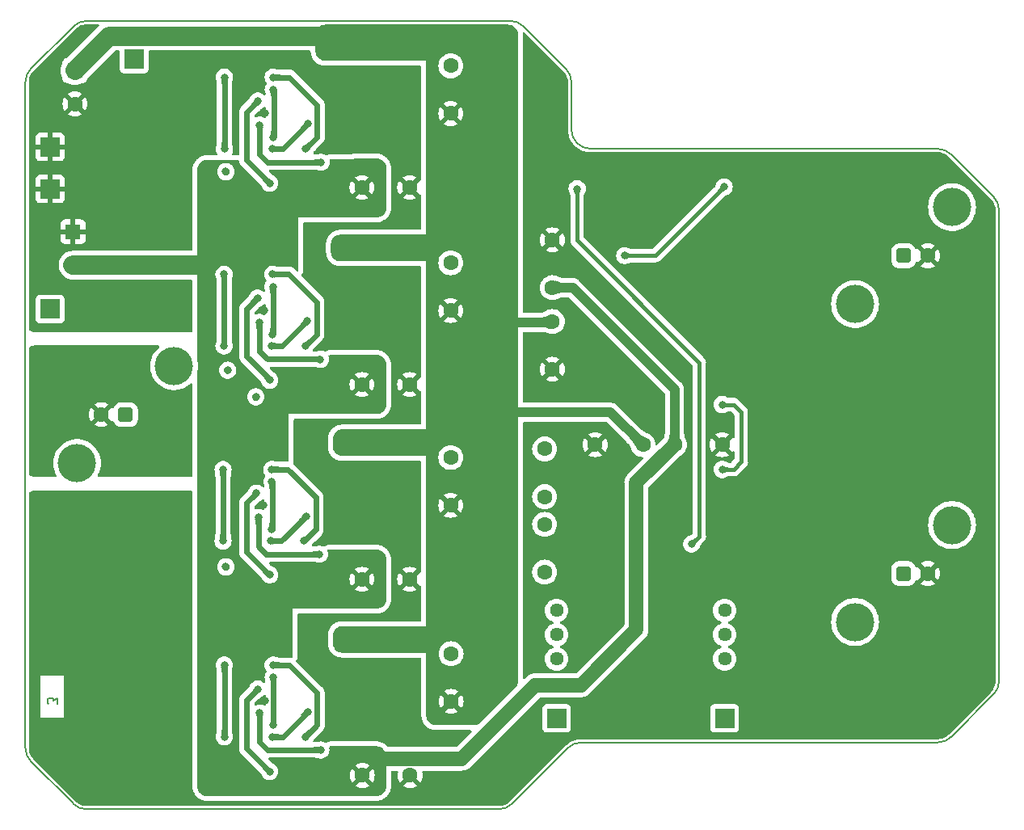
<source format=gbr>
%TF.GenerationSoftware,KiCad,Pcbnew,7.0.10*%
%TF.CreationDate,2024-02-08T22:37:46+01:00*%
%TF.ProjectId,LNA_1MHz,4c4e415f-314d-4487-9a2e-6b696361645f,V0*%
%TF.SameCoordinates,PX62ccf80PY8214c80*%
%TF.FileFunction,Copper,L3,Inr*%
%TF.FilePolarity,Positive*%
%FSLAX46Y46*%
G04 Gerber Fmt 4.6, Leading zero omitted, Abs format (unit mm)*
G04 Created by KiCad (PCBNEW 7.0.10) date 2024-02-08 22:37:46*
%MOMM*%
%LPD*%
G01*
G04 APERTURE LIST*
G04 Aperture macros list*
%AMRoundRect*
0 Rectangle with rounded corners*
0 $1 Rounding radius*
0 $2 $3 $4 $5 $6 $7 $8 $9 X,Y pos of 4 corners*
0 Add a 4 corners polygon primitive as box body*
4,1,4,$2,$3,$4,$5,$6,$7,$8,$9,$2,$3,0*
0 Add four circle primitives for the rounded corners*
1,1,$1+$1,$2,$3*
1,1,$1+$1,$4,$5*
1,1,$1+$1,$6,$7*
1,1,$1+$1,$8,$9*
0 Add four rect primitives between the rounded corners*
20,1,$1+$1,$2,$3,$4,$5,0*
20,1,$1+$1,$4,$5,$6,$7,0*
20,1,$1+$1,$6,$7,$8,$9,0*
20,1,$1+$1,$8,$9,$2,$3,0*%
G04 Aperture macros list end*
%ADD10C,0.160000*%
%TA.AperFunction,NonConductor*%
%ADD11C,0.160000*%
%TD*%
%TA.AperFunction,ComponentPad*%
%ADD12C,4.000000*%
%TD*%
%TA.AperFunction,ComponentPad*%
%ADD13RoundRect,0.400000X-0.400000X-0.400000X0.400000X-0.400000X0.400000X0.400000X-0.400000X0.400000X0*%
%TD*%
%TA.AperFunction,ComponentPad*%
%ADD14C,1.600000*%
%TD*%
%TA.AperFunction,ComponentPad*%
%ADD15R,1.600000X1.600000*%
%TD*%
%TA.AperFunction,ComponentPad*%
%ADD16R,2.000000X2.000000*%
%TD*%
%TA.AperFunction,ComponentPad*%
%ADD17RoundRect,0.400000X0.400000X0.400000X-0.400000X0.400000X-0.400000X-0.400000X0.400000X-0.400000X0*%
%TD*%
%TA.AperFunction,ComponentPad*%
%ADD18C,1.440000*%
%TD*%
%TA.AperFunction,ViaPad*%
%ADD19C,0.800000*%
%TD*%
%TA.AperFunction,Conductor*%
%ADD20C,0.400000*%
%TD*%
%TA.AperFunction,Conductor*%
%ADD21C,1.000000*%
%TD*%
%TA.AperFunction,Conductor*%
%ADD22C,2.000000*%
%TD*%
%TA.AperFunction,Conductor*%
%ADD23C,1.500000*%
%TD*%
%TA.AperFunction,Conductor*%
%ADD24C,0.600000*%
%TD*%
%TA.AperFunction,Profile*%
%ADD25C,0.200000*%
%TD*%
G04 APERTURE END LIST*
D10*
D11*
X3330700Y11048121D02*
X3330700Y11667168D01*
X3330700Y11667168D02*
X2949748Y11333835D01*
X2949748Y11333835D02*
X2949748Y11476692D01*
X2949748Y11476692D02*
X2902129Y11571930D01*
X2902129Y11571930D02*
X2854510Y11619549D01*
X2854510Y11619549D02*
X2759272Y11667168D01*
X2759272Y11667168D02*
X2521177Y11667168D01*
X2521177Y11667168D02*
X2425939Y11619549D01*
X2425939Y11619549D02*
X2378320Y11571930D01*
X2378320Y11571930D02*
X2330700Y11476692D01*
X2330700Y11476692D02*
X2330700Y11190978D01*
X2330700Y11190978D02*
X2378320Y11095740D01*
X2378320Y11095740D02*
X2425939Y11048121D01*
D12*
X15580000Y46430000D03*
X5420000Y36270000D03*
D13*
X10500000Y41350000D03*
D14*
X7960000Y41350000D03*
D15*
X5000000Y60500000D03*
D14*
X5000000Y57000000D03*
X44562500Y57250000D03*
X44562500Y52250000D03*
D16*
X2600000Y65000000D03*
X11400000Y78600000D03*
D12*
X86920000Y19620000D03*
X97080000Y29780000D03*
D17*
X92000000Y24700000D03*
D14*
X94540000Y24700000D03*
X55200000Y59650000D03*
X55200000Y54650000D03*
X54400000Y24850000D03*
X54400000Y29850000D03*
X40300000Y3550000D03*
X35300000Y3550000D03*
D16*
X2600000Y52400000D03*
D14*
X55200000Y46100000D03*
X55200000Y51100000D03*
D18*
X55650000Y20830000D03*
X55650000Y18290000D03*
X55650000Y15750000D03*
D16*
X73250000Y9550000D03*
D12*
X86920000Y52920000D03*
X97080000Y63080000D03*
D17*
X92000000Y58000000D03*
D14*
X94540000Y58000000D03*
X44600000Y16300000D03*
X44600000Y11300000D03*
X40262500Y44500000D03*
X35262500Y44500000D03*
X54400000Y37750000D03*
X54400000Y32750000D03*
D16*
X55650000Y9550000D03*
D14*
X59700000Y38200000D03*
X64700000Y38200000D03*
X44562500Y77890000D03*
X44562500Y72890000D03*
X44562500Y36850000D03*
X44562500Y31850000D03*
D18*
X73250000Y20830000D03*
X73250000Y18290000D03*
X73250000Y15750000D03*
D16*
X2600000Y69400000D03*
D14*
X40262500Y65140000D03*
X35262500Y65140000D03*
X40262500Y24100000D03*
X35262500Y24100000D03*
X73000000Y38200000D03*
X68000000Y38200000D03*
D15*
X5200000Y77400000D03*
D14*
X5200000Y73900000D03*
D19*
X62800000Y58000000D03*
X73200000Y65200000D03*
X37750000Y14650000D03*
X96000000Y8400000D03*
X66400000Y53200000D03*
X89000000Y21900000D03*
X25100000Y11350000D03*
X53000000Y79900000D03*
X71000000Y68400000D03*
X81000000Y68400000D03*
X77500000Y61900000D03*
X68200000Y34600000D03*
X101000000Y48400000D03*
X69000000Y20400000D03*
X57500000Y25600000D03*
X61000000Y48650000D03*
X73000000Y32900000D03*
X30000000Y16150000D03*
X78600000Y48459000D03*
X25112500Y72940000D03*
X55500000Y6400000D03*
X33000000Y32200000D03*
X37600000Y7800000D03*
X37750000Y35150000D03*
X86000000Y8400000D03*
X1000000Y8400000D03*
X101000000Y23400000D03*
X5000000Y47400000D03*
X101000000Y13400000D03*
X1000000Y73400000D03*
X8500000Y900000D03*
X57000000Y68900000D03*
X24150000Y43200000D03*
X1000000Y23400000D03*
X55500000Y77400000D03*
X101000000Y58400000D03*
X92000000Y55400000D03*
X78400000Y15000000D03*
X1000000Y47400000D03*
X96000000Y68200000D03*
X101000000Y43400000D03*
X101000000Y38400000D03*
X54200000Y27600000D03*
X89000000Y27400000D03*
X72500000Y55900000D03*
X33000000Y52650000D03*
X1000000Y40400000D03*
X66000000Y68400000D03*
X24962500Y31850000D03*
X101000000Y33400000D03*
X86000000Y60900000D03*
X52000000Y2900000D03*
X61200000Y31200000D03*
X37500000Y55650000D03*
X69400000Y41200000D03*
X21000000Y66800000D03*
X30012500Y77740000D03*
X89000000Y55400000D03*
X53000000Y52900000D03*
X61600000Y44050000D03*
X1000000Y36400000D03*
X98500000Y10900000D03*
X86000000Y68400000D03*
X1000000Y18400000D03*
X68500000Y8400000D03*
X101000000Y28400000D03*
X72000000Y49400000D03*
X86000000Y27400000D03*
X2500000Y4400000D03*
X21200000Y46000000D03*
X1000000Y43900000D03*
X59200000Y55400000D03*
X25062500Y52290000D03*
X52800000Y24000000D03*
X33000000Y11800000D03*
X64200000Y64650000D03*
X72500000Y22900000D03*
X101000000Y18400000D03*
X61000000Y68400000D03*
X101000000Y63400000D03*
X65800000Y30850000D03*
X91000000Y68400000D03*
X29962500Y57090000D03*
X98500000Y65900000D03*
X81000000Y8400000D03*
X77500000Y55900000D03*
X21000000Y25400000D03*
X78000000Y42900000D03*
X58500000Y8400000D03*
X37750000Y76150000D03*
X59000000Y20400000D03*
X57500000Y34900000D03*
X62200000Y35400000D03*
X5000000Y1900000D03*
X92000000Y27400000D03*
X76000000Y8400000D03*
X92000000Y60900000D03*
X13500000Y900000D03*
X66600000Y64650000D03*
X1000000Y28400000D03*
X92000000Y21900000D03*
X89000000Y60900000D03*
X1000000Y58400000D03*
X29862500Y36650000D03*
X33000000Y73200000D03*
X75900000Y31650000D03*
X63500000Y8400000D03*
X91000000Y8400000D03*
X41000000Y900000D03*
X56000000Y73400000D03*
X1000000Y13400000D03*
X66400000Y39200000D03*
X101000000Y53400000D03*
X76000000Y68400000D03*
X73000000Y42400000D03*
X73000000Y35600000D03*
X33000000Y80000000D03*
X33138750Y39000000D03*
X32938750Y59400000D03*
X33138750Y18400000D03*
X30398750Y43360000D03*
X30400000Y64000000D03*
X30398750Y22960000D03*
X30398750Y2360000D03*
X69800000Y27800000D03*
X57800000Y65000000D03*
X29576103Y71803603D03*
X20862500Y69190000D03*
X25862500Y69190000D03*
X20862500Y76690000D03*
X25962500Y76690000D03*
X29362500Y69190000D03*
X20812500Y48540000D03*
X20812500Y56040000D03*
X29526103Y51153603D03*
X25812500Y48540000D03*
X25912500Y56040000D03*
X29312500Y48540000D03*
X20712500Y35600000D03*
X20712500Y28100000D03*
X29426103Y30713603D03*
X25712500Y28100000D03*
X25812500Y35600000D03*
X29212500Y28100000D03*
X29563603Y10213603D03*
X20850000Y7600000D03*
X20850000Y15100000D03*
X25850000Y7600000D03*
X25950000Y15100000D03*
X29350000Y7600000D03*
X25962500Y70390000D03*
X25976103Y75403603D03*
X24362500Y74190000D03*
X25600000Y65600000D03*
X30962500Y67790000D03*
X24562500Y71670000D03*
X25926103Y54753603D03*
X25912500Y49740000D03*
X25598750Y44960000D03*
X24312500Y53540000D03*
X30912500Y47140000D03*
X24512500Y51020000D03*
X25826103Y34313603D03*
X25812500Y29300000D03*
X25598750Y24560000D03*
X24212500Y33100000D03*
X24412500Y30580000D03*
X30796815Y26715685D03*
X25963603Y13813603D03*
X25950000Y8800000D03*
X24350000Y12600000D03*
X25598750Y3960000D03*
X24550000Y10080000D03*
X30950000Y6200000D03*
D20*
X66000000Y58000000D02*
X73200000Y65200000D01*
X62800000Y58000000D02*
X66000000Y58000000D01*
X74200000Y42400000D02*
X73000000Y42400000D01*
X75000000Y36400000D02*
X75000000Y41600000D01*
X75000000Y41600000D02*
X74200000Y42400000D01*
X74200000Y35600000D02*
X75000000Y36400000D01*
X73000000Y35600000D02*
X74200000Y35600000D01*
D21*
X61300000Y41600000D02*
X50800000Y41600000D01*
X55100000Y51000000D02*
X50600000Y51000000D01*
D22*
X5200000Y77400000D02*
X8800000Y81000000D01*
D21*
X64700000Y38200000D02*
X61300000Y41600000D01*
D22*
X8800000Y81000000D02*
X31400000Y81000000D01*
D21*
X55200000Y51100000D02*
X55100000Y51000000D01*
D23*
X64000000Y34200000D02*
X64000000Y18800000D01*
X45700000Y5300000D02*
X36900000Y5300000D01*
X53400000Y13000000D02*
X45700000Y5300000D01*
D22*
X5000000Y57000000D02*
X18600000Y57000000D01*
D23*
X64000000Y18800000D02*
X58200000Y13000000D01*
D21*
X68000000Y44000000D02*
X57350000Y54650000D01*
D23*
X58200000Y13000000D02*
X53400000Y13000000D01*
X36900000Y5300000D02*
X36800000Y5200000D01*
X68000000Y38200000D02*
X64000000Y34200000D01*
D22*
X18600000Y57000000D02*
X19400000Y57800000D01*
D21*
X57350000Y54650000D02*
X55200000Y54650000D01*
X68000000Y38200000D02*
X68000000Y44000000D01*
D20*
X57800000Y59600000D02*
X57800000Y65000000D01*
X69800000Y27800000D02*
X70600000Y28600000D01*
X70600000Y28600000D02*
X70600000Y46800000D01*
X70600000Y46800000D02*
X57800000Y59600000D01*
D24*
X20862500Y69190000D02*
X20862500Y76690000D01*
X26962500Y69190000D02*
X25862500Y69190000D01*
X29576103Y71803603D02*
X26962500Y69190000D01*
X30562500Y73790000D02*
X27662500Y76690000D01*
X30562500Y70390000D02*
X30562500Y73790000D01*
X27662500Y76690000D02*
X25962500Y76690000D01*
X29362500Y69190000D02*
X30562500Y70390000D01*
X29526103Y51153603D02*
X26912500Y48540000D01*
X20812500Y48540000D02*
X20812500Y56040000D01*
X26912500Y48540000D02*
X25812500Y48540000D01*
X30512500Y49740000D02*
X30512500Y53140000D01*
X29312500Y48540000D02*
X30512500Y49740000D01*
X30512500Y53140000D02*
X27612500Y56040000D01*
X27612500Y56040000D02*
X25912500Y56040000D01*
X29426103Y30713603D02*
X26812500Y28100000D01*
X20712500Y28100000D02*
X20712500Y35600000D01*
X26812500Y28100000D02*
X25712500Y28100000D01*
X30412500Y29300000D02*
X30412500Y32700000D01*
X30412500Y32700000D02*
X27512500Y35600000D01*
X27512500Y35600000D02*
X25812500Y35600000D01*
X29212500Y28100000D02*
X30412500Y29300000D01*
X26950000Y7600000D02*
X25850000Y7600000D01*
X20850000Y7600000D02*
X20850000Y15100000D01*
X29563603Y10213603D02*
X26950000Y7600000D01*
X30550000Y12200000D02*
X27650000Y15100000D01*
X29350000Y7600000D02*
X30550000Y8800000D01*
X27650000Y15100000D02*
X25950000Y15100000D01*
X30550000Y8800000D02*
X30550000Y12200000D01*
X25976103Y75403603D02*
X26012500Y75367206D01*
X26012500Y75367206D02*
X26012500Y70440000D01*
X26012500Y70440000D02*
X25962500Y70390000D01*
X25600000Y65600000D02*
X23200000Y68000000D01*
X23200000Y73027500D02*
X24362500Y74190000D01*
X23200000Y68000000D02*
X23200000Y73027500D01*
X30946815Y67805685D02*
X25378185Y67805685D01*
X25378185Y67805685D02*
X24562500Y68621370D01*
X24562500Y68621370D02*
X24562500Y71670000D01*
X30962500Y67790000D02*
X30946815Y67805685D01*
X25926103Y54753603D02*
X25962500Y54717206D01*
X25962500Y54717206D02*
X25962500Y49790000D01*
X25962500Y49790000D02*
X25912500Y49740000D01*
X23200000Y52427500D02*
X24312500Y53540000D01*
X25598750Y45053750D02*
X23200000Y47452500D01*
X23200000Y47452500D02*
X23200000Y52427500D01*
X25598750Y44960000D02*
X25598750Y45053750D01*
X30912500Y47140000D02*
X30896815Y47155685D01*
X30896815Y47155685D02*
X25328185Y47155685D01*
X25328185Y47155685D02*
X24512500Y47971370D01*
X24512500Y47971370D02*
X24512500Y51020000D01*
X25826103Y34313603D02*
X25862500Y34277206D01*
X25862500Y29350000D02*
X25812500Y29300000D01*
X25862500Y34277206D02*
X25862500Y29350000D01*
X25598750Y24560000D02*
X25552500Y24560000D01*
X25552500Y24560000D02*
X23200000Y26912500D01*
X23200000Y32087500D02*
X24212500Y33100000D01*
X23200000Y26912500D02*
X23200000Y32087500D01*
X30796815Y26715685D02*
X25228185Y26715685D01*
X24412500Y27531370D02*
X24412500Y30580000D01*
X25228185Y26715685D02*
X24412500Y27531370D01*
X30812500Y26700000D02*
X30796815Y26715685D01*
X25963603Y13813603D02*
X26000000Y13777206D01*
X26000000Y13777206D02*
X26000000Y8850000D01*
X26000000Y8850000D02*
X25950000Y8800000D01*
X25598750Y3960000D02*
X23200000Y6358750D01*
X23200000Y6358750D02*
X23200000Y11450000D01*
X23200000Y11450000D02*
X24350000Y12600000D01*
X30950000Y6200000D02*
X30934315Y6215685D01*
X30934315Y6215685D02*
X25365685Y6215685D01*
X24550000Y7031370D02*
X24550000Y10080000D01*
X25365685Y6215685D02*
X24550000Y7031370D01*
%TA.AperFunction,Conductor*%
G36*
X52293636Y81408166D02*
G01*
X52309693Y81394624D01*
X56363494Y77340823D01*
X56369042Y77334900D01*
X56503271Y77181838D01*
X56513145Y77168969D01*
X56623986Y77003079D01*
X56632096Y76989033D01*
X56720332Y76810103D01*
X56726539Y76795118D01*
X56790668Y76606195D01*
X56794866Y76590526D01*
X56833785Y76394852D01*
X56835902Y76378772D01*
X56849234Y76175328D01*
X56849499Y76167219D01*
X56849499Y76106077D01*
X56849500Y76106064D01*
X56849500Y71255514D01*
X56849500Y71200000D01*
X56849500Y71057821D01*
X56883776Y70775536D01*
X56916668Y70642087D01*
X56951828Y70499435D01*
X57052663Y70233558D01*
X57128296Y70089453D01*
X57184810Y69981775D01*
X57184813Y69981771D01*
X57184814Y69981769D01*
X57346340Y69747756D01*
X57346345Y69747750D01*
X57534906Y69534909D01*
X57534908Y69534907D01*
X57747749Y69346346D01*
X57747755Y69346341D01*
X57931782Y69219318D01*
X57981775Y69184810D01*
X58139666Y69101943D01*
X58233557Y69052664D01*
X58499434Y68951829D01*
X58499438Y68951828D01*
X58499441Y68951827D01*
X58775536Y68883776D01*
X59011678Y68855103D01*
X59057819Y68849500D01*
X95516060Y68849500D01*
X95516063Y68849499D01*
X95567513Y68849500D01*
X95575620Y68849236D01*
X95778777Y68835923D01*
X95794847Y68833807D01*
X95990539Y68794884D01*
X96006189Y68790691D01*
X96186904Y68729349D01*
X96195120Y68726560D01*
X96210105Y68720353D01*
X96389044Y68632113D01*
X96403087Y68624006D01*
X96568981Y68513162D01*
X96581848Y68503289D01*
X96608004Y68480351D01*
X96734693Y68369250D01*
X96740616Y68363702D01*
X101148191Y63956126D01*
X101163494Y63940823D01*
X101169042Y63934900D01*
X101303271Y63781838D01*
X101313145Y63768969D01*
X101423986Y63603079D01*
X101432096Y63589033D01*
X101520332Y63410103D01*
X101526539Y63395118D01*
X101590668Y63206195D01*
X101594866Y63190526D01*
X101633785Y62994852D01*
X101635902Y62978772D01*
X101649234Y62775328D01*
X101649499Y62767219D01*
X101649499Y62706077D01*
X101649500Y62706064D01*
X101649500Y13491547D01*
X101649499Y13491529D01*
X101649499Y13432486D01*
X101649234Y13424378D01*
X101635922Y13221229D01*
X101633805Y13205148D01*
X101594885Y13009468D01*
X101590687Y12993800D01*
X101526559Y12804879D01*
X101520352Y12789893D01*
X101432110Y12610951D01*
X101424000Y12596905D01*
X101313164Y12431022D01*
X101303289Y12418153D01*
X101169261Y12265322D01*
X101163714Y12259399D01*
X96740822Y7836506D01*
X96734899Y7830958D01*
X96581837Y7696729D01*
X96568968Y7686855D01*
X96403078Y7576014D01*
X96389031Y7567904D01*
X96210102Y7479669D01*
X96195118Y7473462D01*
X96006191Y7409331D01*
X95990522Y7405133D01*
X95794850Y7366215D01*
X95778770Y7364098D01*
X95575326Y7350766D01*
X95567217Y7350501D01*
X95506075Y7350501D01*
X95506063Y7350500D01*
X58194670Y7350500D01*
X58194219Y7350483D01*
X58096435Y7350483D01*
X58096434Y7350483D01*
X58096431Y7350483D01*
X57834089Y7320928D01*
X57834087Y7320928D01*
X57834082Y7320927D01*
X57834072Y7320926D01*
X57576714Y7262188D01*
X57576699Y7262183D01*
X57327522Y7174997D01*
X57089660Y7060451D01*
X56866121Y6919996D01*
X56659705Y6755388D01*
X56566373Y6662056D01*
X56527122Y6622808D01*
X56527118Y6622802D01*
X50740822Y836506D01*
X50734899Y830958D01*
X50581837Y696729D01*
X50568968Y686855D01*
X50403078Y576014D01*
X50389031Y567904D01*
X50210102Y479669D01*
X50195118Y473462D01*
X50006191Y409331D01*
X49990522Y405133D01*
X49794850Y366215D01*
X49778770Y364098D01*
X49575326Y350766D01*
X49567217Y350501D01*
X49506075Y350501D01*
X49506063Y350500D01*
X6493936Y350500D01*
X6493924Y350501D01*
X6432485Y350501D01*
X6424377Y350766D01*
X6221228Y364078D01*
X6205147Y366195D01*
X6009467Y405115D01*
X5993799Y409313D01*
X5804878Y473441D01*
X5789892Y479648D01*
X5610950Y567890D01*
X5596904Y576000D01*
X5431021Y686836D01*
X5418152Y696710D01*
X5418130Y696729D01*
X5265304Y830752D01*
X5259381Y836300D01*
X836507Y5259175D01*
X830969Y5265087D01*
X696727Y5418164D01*
X686854Y5431032D01*
X576013Y5596922D01*
X567903Y5610968D01*
X479664Y5789904D01*
X473460Y5804883D01*
X409328Y5993816D01*
X405133Y6009475D01*
X366212Y6205158D01*
X364098Y6221219D01*
X350764Y6424694D01*
X350500Y6432784D01*
X350501Y6483936D01*
X350500Y6483940D01*
X350500Y14000000D01*
X1600000Y14000000D01*
X1600000Y9600000D01*
X4000000Y9600000D01*
X4000000Y14000000D01*
X1600000Y14000000D01*
X350500Y14000000D01*
X350500Y33095737D01*
X370185Y33162776D01*
X395832Y33191587D01*
X434995Y33223728D01*
X455195Y33237225D01*
X606549Y33318125D01*
X628994Y33327423D01*
X793232Y33377243D01*
X817056Y33381982D01*
X993939Y33399403D01*
X1006093Y33400000D01*
X17370500Y33400000D01*
X17437539Y33380315D01*
X17483294Y33327511D01*
X17494500Y33276000D01*
X17494500Y2406110D01*
X17495109Y2381286D01*
X17495707Y2369124D01*
X17497530Y2344402D01*
X17514950Y2167526D01*
X17514952Y2167506D01*
X17522227Y2118459D01*
X17522228Y2118455D01*
X17526967Y2094627D01*
X17539023Y2046493D01*
X17588841Y1882264D01*
X17605558Y1835545D01*
X17614861Y1813087D01*
X17636067Y1768253D01*
X17636070Y1768248D01*
X17636078Y1768231D01*
X17716957Y1616917D01*
X17716962Y1616909D01*
X17742454Y1574377D01*
X17742461Y1574366D01*
X17742462Y1574365D01*
X17755967Y1554153D01*
X17755973Y1554145D01*
X17755975Y1554142D01*
X17785514Y1514312D01*
X17785526Y1514296D01*
X17894394Y1381641D01*
X17927703Y1344891D01*
X17944889Y1327705D01*
X17981639Y1294396D01*
X17981647Y1294389D01*
X18114303Y1185521D01*
X18154152Y1155968D01*
X18174364Y1142463D01*
X18174369Y1142460D01*
X18174375Y1142456D01*
X18216907Y1116964D01*
X18216915Y1116959D01*
X18368229Y1036080D01*
X18368233Y1036078D01*
X18368252Y1036068D01*
X18413086Y1014862D01*
X18435544Y1005559D01*
X18482263Y988842D01*
X18646486Y939026D01*
X18694611Y926972D01*
X18718452Y922230D01*
X18767516Y914952D01*
X18944390Y897531D01*
X18969139Y895706D01*
X18981293Y895109D01*
X19006093Y894500D01*
X19006110Y894500D01*
X36793890Y894500D01*
X36793907Y894500D01*
X36818707Y895109D01*
X36830861Y895706D01*
X36855610Y897531D01*
X37032483Y914952D01*
X37081547Y922230D01*
X37105388Y926972D01*
X37153513Y939026D01*
X37317736Y988842D01*
X37364455Y1005559D01*
X37386913Y1014862D01*
X37431747Y1036068D01*
X37583089Y1116962D01*
X37625635Y1142463D01*
X37645847Y1155968D01*
X37685696Y1185521D01*
X37818352Y1294389D01*
X37855108Y1327704D01*
X37855109Y1327705D01*
X37855117Y1327712D01*
X37872288Y1344883D01*
X37872295Y1344891D01*
X37872296Y1344892D01*
X37905611Y1381648D01*
X38014479Y1514304D01*
X38044032Y1554153D01*
X38057537Y1574365D01*
X38083038Y1616911D01*
X38163932Y1768253D01*
X38185138Y1813087D01*
X38194441Y1835545D01*
X38211158Y1882264D01*
X38260974Y2046487D01*
X38273028Y2094612D01*
X38277770Y2118453D01*
X38285048Y2167517D01*
X38302469Y2344390D01*
X38304294Y2369139D01*
X38304891Y2381293D01*
X38305500Y2406093D01*
X38305500Y3925500D01*
X38325185Y3992539D01*
X38377989Y4038294D01*
X38429500Y4049500D01*
X38926381Y4049500D01*
X38993420Y4029815D01*
X39039175Y3977011D01*
X39049119Y3907853D01*
X39046156Y3893407D01*
X39014860Y3776610D01*
X39014858Y3776600D01*
X38995034Y3550003D01*
X38995034Y3549998D01*
X39014858Y3323401D01*
X39014860Y3323390D01*
X39073730Y3103683D01*
X39073735Y3103669D01*
X39169863Y2897522D01*
X39220974Y2824528D01*
X39902046Y3505600D01*
X39914835Y3424852D01*
X39972359Y3311955D01*
X40061955Y3222359D01*
X40174852Y3164835D01*
X40255599Y3152047D01*
X39574526Y2470975D01*
X39647513Y2419868D01*
X39647521Y2419864D01*
X39853668Y2323736D01*
X39853682Y2323731D01*
X40073389Y2264861D01*
X40073400Y2264859D01*
X40299998Y2245034D01*
X40300002Y2245034D01*
X40526599Y2264859D01*
X40526610Y2264861D01*
X40746317Y2323731D01*
X40746331Y2323736D01*
X40952478Y2419864D01*
X41025471Y2470976D01*
X40344400Y3152047D01*
X40425148Y3164835D01*
X40538045Y3222359D01*
X40627641Y3311955D01*
X40685165Y3424852D01*
X40697953Y3505600D01*
X41379024Y2824529D01*
X41430136Y2897522D01*
X41526264Y3103669D01*
X41526269Y3103683D01*
X41585139Y3323390D01*
X41585141Y3323401D01*
X41604966Y3549998D01*
X41604966Y3550003D01*
X41585141Y3776600D01*
X41585139Y3776610D01*
X41553844Y3893407D01*
X41555507Y3963256D01*
X41594669Y4021119D01*
X41658898Y4048623D01*
X41673619Y4049500D01*
X45622814Y4049500D01*
X45636697Y4048721D01*
X45671827Y4044762D01*
X45671828Y4044763D01*
X45671830Y4044762D01*
X45737933Y4049219D01*
X45746275Y4049500D01*
X45756149Y4049500D01*
X45756155Y4049500D01*
X45796793Y4053159D01*
X45799504Y4053372D01*
X45896412Y4059904D01*
X45900646Y4060972D01*
X45919841Y4064233D01*
X45924188Y4064623D01*
X46017856Y4090475D01*
X46020444Y4091159D01*
X46114683Y4114904D01*
X46118655Y4116709D01*
X46136962Y4123346D01*
X46141170Y4124507D01*
X46228740Y4166679D01*
X46231131Y4167798D01*
X46319626Y4207993D01*
X46323220Y4210484D01*
X46340035Y4220276D01*
X46343973Y4222171D01*
X46422592Y4279292D01*
X46424724Y4280806D01*
X46504654Y4336180D01*
X46507743Y4339270D01*
X46522545Y4351912D01*
X46526078Y4354478D01*
X46593239Y4424725D01*
X46595096Y4426624D01*
X50670603Y8502130D01*
X54149500Y8502130D01*
X54149501Y8502124D01*
X54155908Y8442517D01*
X54206202Y8307672D01*
X54206206Y8307665D01*
X54292452Y8192456D01*
X54292455Y8192453D01*
X54407664Y8106207D01*
X54407671Y8106203D01*
X54542517Y8055909D01*
X54542516Y8055909D01*
X54549444Y8055165D01*
X54602127Y8049500D01*
X56697872Y8049501D01*
X56757483Y8055909D01*
X56892331Y8106204D01*
X57007546Y8192454D01*
X57093796Y8307669D01*
X57144091Y8442517D01*
X57150500Y8502127D01*
X57150500Y8502130D01*
X71749500Y8502130D01*
X71749501Y8502124D01*
X71755908Y8442517D01*
X71806202Y8307672D01*
X71806206Y8307665D01*
X71892452Y8192456D01*
X71892455Y8192453D01*
X72007664Y8106207D01*
X72007671Y8106203D01*
X72142517Y8055909D01*
X72142516Y8055909D01*
X72149444Y8055165D01*
X72202127Y8049500D01*
X74297872Y8049501D01*
X74357483Y8055909D01*
X74492331Y8106204D01*
X74607546Y8192454D01*
X74693796Y8307669D01*
X74744091Y8442517D01*
X74750500Y8502127D01*
X74750499Y10597872D01*
X74744091Y10657483D01*
X74726579Y10704434D01*
X74693797Y10792329D01*
X74693793Y10792336D01*
X74607547Y10907545D01*
X74607544Y10907548D01*
X74492335Y10993794D01*
X74492328Y10993798D01*
X74357482Y11044092D01*
X74357483Y11044092D01*
X74297883Y11050499D01*
X74297881Y11050500D01*
X74297873Y11050500D01*
X74297864Y11050500D01*
X72202129Y11050500D01*
X72202123Y11050499D01*
X72142516Y11044092D01*
X72007671Y10993798D01*
X72007664Y10993794D01*
X71892455Y10907548D01*
X71892452Y10907545D01*
X71806206Y10792336D01*
X71806202Y10792329D01*
X71755908Y10657483D01*
X71750173Y10604134D01*
X71749501Y10597877D01*
X71749500Y10597865D01*
X71749500Y8502130D01*
X57150500Y8502130D01*
X57150499Y10597872D01*
X57144091Y10657483D01*
X57126579Y10704434D01*
X57093797Y10792329D01*
X57093793Y10792336D01*
X57007547Y10907545D01*
X57007544Y10907548D01*
X56892335Y10993794D01*
X56892328Y10993798D01*
X56757482Y11044092D01*
X56757483Y11044092D01*
X56697883Y11050499D01*
X56697881Y11050500D01*
X56697873Y11050500D01*
X56697864Y11050500D01*
X54602129Y11050500D01*
X54602123Y11050499D01*
X54542516Y11044092D01*
X54407671Y10993798D01*
X54407664Y10993794D01*
X54292455Y10907548D01*
X54292452Y10907545D01*
X54206206Y10792336D01*
X54206202Y10792329D01*
X54155908Y10657483D01*
X54150173Y10604134D01*
X54149501Y10597877D01*
X54149500Y10597865D01*
X54149500Y8502130D01*
X50670603Y8502130D01*
X53881655Y11713181D01*
X53942978Y11746666D01*
X53969336Y11749500D01*
X58122814Y11749500D01*
X58136697Y11748721D01*
X58171827Y11744762D01*
X58171828Y11744763D01*
X58171830Y11744762D01*
X58237933Y11749219D01*
X58246275Y11749500D01*
X58256149Y11749500D01*
X58256155Y11749500D01*
X58296793Y11753159D01*
X58299504Y11753372D01*
X58396412Y11759904D01*
X58400646Y11760972D01*
X58419841Y11764233D01*
X58424188Y11764623D01*
X58517856Y11790475D01*
X58520444Y11791159D01*
X58614683Y11814904D01*
X58618655Y11816709D01*
X58636962Y11823346D01*
X58641170Y11824507D01*
X58728740Y11866679D01*
X58731131Y11867798D01*
X58819626Y11907993D01*
X58823220Y11910484D01*
X58840035Y11920276D01*
X58843973Y11922171D01*
X58922592Y11979292D01*
X58924724Y11980806D01*
X59004654Y12036180D01*
X59007743Y12039270D01*
X59022545Y12051912D01*
X59026078Y12054478D01*
X59093239Y12124725D01*
X59095096Y12126624D01*
X62718471Y15749999D01*
X72024838Y15749999D01*
X72043450Y15537259D01*
X72043452Y15537248D01*
X72098721Y15330978D01*
X72098723Y15330974D01*
X72098724Y15330970D01*
X72141171Y15239942D01*
X72188977Y15137422D01*
X72311472Y14962479D01*
X72462478Y14811473D01*
X72462481Y14811471D01*
X72637419Y14688979D01*
X72637421Y14688978D01*
X72637420Y14688978D01*
X72701936Y14658894D01*
X72830970Y14598724D01*
X73037253Y14543451D01*
X73189215Y14530156D01*
X73249998Y14524838D01*
X73250000Y14524838D01*
X73250002Y14524838D01*
X73303186Y14529492D01*
X73462747Y14543451D01*
X73669030Y14598724D01*
X73862581Y14688979D01*
X74037519Y14811471D01*
X74188529Y14962481D01*
X74311021Y15137419D01*
X74401276Y15330970D01*
X74456549Y15537253D01*
X74475162Y15750000D01*
X74473368Y15770500D01*
X74462520Y15894500D01*
X74456549Y15962747D01*
X74403314Y16161423D01*
X74401278Y16169023D01*
X74401277Y16169024D01*
X74401276Y16169030D01*
X74311021Y16362581D01*
X74188529Y16537519D01*
X74188527Y16537522D01*
X74037521Y16688528D01*
X73862578Y16811023D01*
X73862579Y16811023D01*
X73709801Y16882264D01*
X73669030Y16901276D01*
X73669023Y16901278D01*
X73663936Y16903130D01*
X73664709Y16905254D01*
X73613305Y16936576D01*
X73582766Y16999419D01*
X73591050Y17068796D01*
X73635528Y17122680D01*
X73664315Y17135828D01*
X73663936Y17136870D01*
X73669013Y17138720D01*
X73669030Y17138724D01*
X73862581Y17228979D01*
X74037519Y17351471D01*
X74188529Y17502481D01*
X74311021Y17677419D01*
X74401276Y17870970D01*
X74456549Y18077253D01*
X74475162Y18290000D01*
X74456549Y18502747D01*
X74405886Y18691825D01*
X74401278Y18709023D01*
X74401277Y18709024D01*
X74401276Y18709030D01*
X74311021Y18902581D01*
X74188529Y19077519D01*
X74188527Y19077522D01*
X74037521Y19228528D01*
X73862578Y19351023D01*
X73862579Y19351023D01*
X73726449Y19414501D01*
X73669030Y19441276D01*
X73669023Y19441278D01*
X73663936Y19443130D01*
X73664709Y19445254D01*
X73613305Y19476576D01*
X73582766Y19539419D01*
X73591050Y19608796D01*
X73600294Y19619995D01*
X84414556Y19619995D01*
X84434310Y19305996D01*
X84434311Y19305989D01*
X84444014Y19255123D01*
X84487790Y19025641D01*
X84493270Y18996917D01*
X84590497Y18697684D01*
X84590499Y18697679D01*
X84724461Y18412997D01*
X84724464Y18412991D01*
X84893051Y18147339D01*
X84893054Y18147335D01*
X85093606Y17904910D01*
X85093608Y17904908D01*
X85093610Y17904906D01*
X85134924Y17866110D01*
X85322968Y17689524D01*
X85322978Y17689516D01*
X85577504Y17504592D01*
X85577509Y17504590D01*
X85577516Y17504584D01*
X85853234Y17353006D01*
X85853239Y17353004D01*
X85853241Y17353003D01*
X85853242Y17353002D01*
X86145771Y17237182D01*
X86145774Y17237181D01*
X86417063Y17167526D01*
X86450527Y17158934D01*
X86516010Y17150662D01*
X86762670Y17119501D01*
X86762679Y17119501D01*
X86762682Y17119500D01*
X86762684Y17119500D01*
X87077316Y17119500D01*
X87077318Y17119500D01*
X87077321Y17119501D01*
X87077329Y17119501D01*
X87263593Y17143032D01*
X87389473Y17158934D01*
X87694225Y17237181D01*
X87694228Y17237182D01*
X87986757Y17353002D01*
X87986758Y17353003D01*
X87986756Y17353003D01*
X87986766Y17353006D01*
X88262484Y17504584D01*
X88517030Y17689522D01*
X88746390Y17904906D01*
X88946947Y18147337D01*
X89115537Y18412993D01*
X89249503Y18697685D01*
X89346731Y18996921D01*
X89405688Y19305985D01*
X89405689Y19305996D01*
X89425444Y19619995D01*
X89425444Y19620006D01*
X89405689Y19934005D01*
X89405688Y19934012D01*
X89405688Y19934015D01*
X89346731Y20243079D01*
X89249503Y20542315D01*
X89115537Y20827007D01*
X88946947Y21092663D01*
X88929044Y21114304D01*
X88746393Y21335091D01*
X88746391Y21335093D01*
X88517031Y21550477D01*
X88517021Y21550485D01*
X88262495Y21735409D01*
X88262488Y21735414D01*
X88262484Y21735416D01*
X87986766Y21886994D01*
X87986763Y21886996D01*
X87986758Y21886998D01*
X87986757Y21886999D01*
X87694228Y22002819D01*
X87694225Y22002820D01*
X87389476Y22081066D01*
X87389463Y22081068D01*
X87077329Y22120500D01*
X87077318Y22120500D01*
X86762682Y22120500D01*
X86762670Y22120500D01*
X86450536Y22081068D01*
X86450523Y22081066D01*
X86145774Y22002820D01*
X86145771Y22002819D01*
X85853242Y21886999D01*
X85853241Y21886998D01*
X85577516Y21735416D01*
X85577504Y21735409D01*
X85322978Y21550485D01*
X85322968Y21550477D01*
X85093608Y21335093D01*
X85093606Y21335091D01*
X84893054Y21092666D01*
X84893051Y21092662D01*
X84724464Y20827010D01*
X84724461Y20827004D01*
X84590499Y20542322D01*
X84590497Y20542317D01*
X84493270Y20243084D01*
X84434311Y19934012D01*
X84434310Y19934005D01*
X84414556Y19620006D01*
X84414556Y19619995D01*
X73600294Y19619995D01*
X73635528Y19662680D01*
X73664315Y19675828D01*
X73663936Y19676870D01*
X73669013Y19678720D01*
X73669030Y19678724D01*
X73862581Y19768979D01*
X74037519Y19891471D01*
X74188529Y20042481D01*
X74311021Y20217419D01*
X74401276Y20410970D01*
X74456549Y20617253D01*
X74475162Y20830000D01*
X74456549Y21042747D01*
X74401276Y21249030D01*
X74311021Y21442581D01*
X74188529Y21617519D01*
X74188527Y21617522D01*
X74037521Y21768528D01*
X73862578Y21891023D01*
X73862579Y21891023D01*
X73733547Y21951191D01*
X73669030Y21981276D01*
X73669026Y21981277D01*
X73669022Y21981279D01*
X73462752Y22036548D01*
X73462748Y22036549D01*
X73462747Y22036549D01*
X73462746Y22036550D01*
X73462741Y22036550D01*
X73250002Y22055162D01*
X73249998Y22055162D01*
X73037258Y22036550D01*
X73037247Y22036548D01*
X72830977Y21981279D01*
X72830968Y21981275D01*
X72637421Y21891023D01*
X72462478Y21768528D01*
X72311472Y21617522D01*
X72188977Y21442579D01*
X72098725Y21249032D01*
X72098721Y21249023D01*
X72043452Y21042753D01*
X72043450Y21042742D01*
X72024838Y20830002D01*
X72024838Y20829999D01*
X72043450Y20617259D01*
X72043452Y20617248D01*
X72098721Y20410978D01*
X72098723Y20410974D01*
X72098724Y20410970D01*
X72117596Y20370500D01*
X72188977Y20217422D01*
X72311472Y20042479D01*
X72462478Y19891473D01*
X72462481Y19891471D01*
X72637419Y19768979D01*
X72637421Y19768978D01*
X72637420Y19768978D01*
X72701936Y19738894D01*
X72830970Y19678724D01*
X72830983Y19678721D01*
X72836064Y19676870D01*
X72835292Y19674750D01*
X72886710Y19643406D01*
X72917237Y19580558D01*
X72908939Y19511183D01*
X72864452Y19457307D01*
X72835685Y19444170D01*
X72836064Y19443130D01*
X72830972Y19441277D01*
X72830970Y19441276D01*
X72830968Y19441275D01*
X72637421Y19351023D01*
X72462478Y19228528D01*
X72311472Y19077522D01*
X72188977Y18902579D01*
X72098725Y18709032D01*
X72098721Y18709023D01*
X72043452Y18502753D01*
X72043450Y18502742D01*
X72024838Y18290002D01*
X72024838Y18289999D01*
X72043450Y18077259D01*
X72043452Y18077248D01*
X72098721Y17870978D01*
X72098723Y17870974D01*
X72098724Y17870970D01*
X72103287Y17861185D01*
X72188977Y17677422D01*
X72311472Y17502479D01*
X72462478Y17351473D01*
X72462481Y17351471D01*
X72637419Y17228979D01*
X72637421Y17228978D01*
X72637420Y17228978D01*
X72701936Y17198894D01*
X72830970Y17138724D01*
X72830983Y17138721D01*
X72836064Y17136870D01*
X72835292Y17134750D01*
X72886710Y17103406D01*
X72917237Y17040558D01*
X72908939Y16971183D01*
X72864452Y16917307D01*
X72835685Y16904170D01*
X72836064Y16903130D01*
X72830972Y16901277D01*
X72830970Y16901276D01*
X72830968Y16901275D01*
X72637421Y16811023D01*
X72462478Y16688528D01*
X72311472Y16537522D01*
X72188977Y16362579D01*
X72098725Y16169032D01*
X72098721Y16169023D01*
X72043452Y15962753D01*
X72043450Y15962742D01*
X72024838Y15750002D01*
X72024838Y15749999D01*
X62718471Y15749999D01*
X64829666Y17861194D01*
X64840016Y17870443D01*
X64867666Y17892492D01*
X64911267Y17942399D01*
X64916957Y17948484D01*
X64923945Y17955471D01*
X64950126Y17986833D01*
X64951782Y17988772D01*
X65015765Y18062004D01*
X65018004Y18065752D01*
X65029266Y18081626D01*
X65032069Y18084982D01*
X65080037Y18169523D01*
X65081391Y18171847D01*
X65131215Y18255236D01*
X65132747Y18259320D01*
X65140999Y18276960D01*
X65143154Y18280755D01*
X65175249Y18372481D01*
X65176190Y18375075D01*
X65190422Y18412993D01*
X65210307Y18465976D01*
X65211085Y18470265D01*
X65216057Y18489104D01*
X65217498Y18493218D01*
X65232712Y18589283D01*
X65233140Y18591800D01*
X65250500Y18687453D01*
X65250500Y18691825D01*
X65252027Y18711223D01*
X65252710Y18715536D01*
X65252711Y18715541D01*
X65250530Y18812668D01*
X65250500Y18815449D01*
X65250500Y24236990D01*
X90699500Y24236990D01*
X90699501Y24236971D01*
X90705687Y24158357D01*
X90735385Y24047522D01*
X90754680Y23975512D01*
X90757830Y23969330D01*
X90840614Y23806854D01*
X90868548Y23772359D01*
X90959743Y23659743D01*
X91066311Y23573446D01*
X91106853Y23540615D01*
X91190371Y23498062D01*
X91275512Y23454680D01*
X91458355Y23405688D01*
X91536979Y23399500D01*
X92463020Y23399501D01*
X92541645Y23405688D01*
X92724488Y23454680D01*
X92853008Y23520165D01*
X92893146Y23540615D01*
X92893147Y23540617D01*
X92893149Y23540617D01*
X93040257Y23659743D01*
X93159383Y23806851D01*
X93242171Y23969333D01*
X93290143Y24020126D01*
X93357963Y24036922D01*
X93424099Y24014385D01*
X93454228Y23984161D01*
X93460973Y23974528D01*
X93460974Y23974528D01*
X94095550Y24609104D01*
X94096327Y24598735D01*
X94145887Y24472459D01*
X94230465Y24366401D01*
X94342547Y24289984D01*
X94450299Y24256747D01*
X93814526Y23620975D01*
X93887513Y23569868D01*
X93887521Y23569864D01*
X94093668Y23473736D01*
X94093682Y23473731D01*
X94313389Y23414861D01*
X94313400Y23414859D01*
X94539998Y23395034D01*
X94540002Y23395034D01*
X94766599Y23414859D01*
X94766610Y23414861D01*
X94986317Y23473731D01*
X94986331Y23473736D01*
X95192478Y23569864D01*
X95265471Y23620976D01*
X94628231Y24258216D01*
X94674138Y24265135D01*
X94796357Y24323993D01*
X94895798Y24416260D01*
X94963625Y24533740D01*
X94981499Y24612054D01*
X95619024Y23974529D01*
X95670136Y24047522D01*
X95766264Y24253669D01*
X95766269Y24253683D01*
X95825139Y24473390D01*
X95825141Y24473401D01*
X95844966Y24699998D01*
X95844966Y24700003D01*
X95825141Y24926600D01*
X95825139Y24926611D01*
X95766269Y25146318D01*
X95766264Y25146332D01*
X95670136Y25352479D01*
X95670132Y25352487D01*
X95619025Y25425474D01*
X94984449Y24790899D01*
X94983673Y24801265D01*
X94934113Y24927541D01*
X94849535Y25033599D01*
X94737453Y25110016D01*
X94629700Y25143253D01*
X95265472Y25779026D01*
X95192478Y25830137D01*
X94986331Y25926265D01*
X94986317Y25926270D01*
X94766610Y25985140D01*
X94766599Y25985142D01*
X94540002Y26004966D01*
X94539998Y26004966D01*
X94313400Y25985142D01*
X94313389Y25985140D01*
X94093682Y25926270D01*
X94093673Y25926266D01*
X93887516Y25830134D01*
X93887512Y25830132D01*
X93814526Y25779027D01*
X93814526Y25779026D01*
X94451768Y25141785D01*
X94405862Y25134865D01*
X94283643Y25076007D01*
X94184202Y24983740D01*
X94116375Y24866260D01*
X94098500Y24787948D01*
X93460974Y25425474D01*
X93460973Y25425474D01*
X93454229Y25415841D01*
X93399652Y25372216D01*
X93330153Y25365024D01*
X93267799Y25396546D01*
X93242170Y25430669D01*
X93181802Y25549150D01*
X93159385Y25593147D01*
X93118901Y25643140D01*
X93040257Y25740257D01*
X92929271Y25830132D01*
X92893146Y25859386D01*
X92767868Y25923217D01*
X92724488Y25945320D01*
X92657562Y25963253D01*
X92541643Y25994313D01*
X92469736Y25999972D01*
X92463021Y26000500D01*
X92463020Y26000500D01*
X91536989Y26000500D01*
X91536970Y26000499D01*
X91458356Y25994313D01*
X91275512Y25945320D01*
X91106853Y25859386D01*
X90959743Y25740257D01*
X90840614Y25593147D01*
X90754680Y25424488D01*
X90705687Y25241644D01*
X90705687Y25241643D01*
X90699500Y25163027D01*
X90699500Y24236990D01*
X65250500Y24236990D01*
X65250500Y33630665D01*
X65270185Y33697704D01*
X65286814Y33718341D01*
X68609490Y37041018D01*
X68644762Y37065715D01*
X68652734Y37069432D01*
X68839139Y37199953D01*
X69000047Y37360861D01*
X69130568Y37547266D01*
X69226739Y37753504D01*
X69285635Y37973308D01*
X69303569Y38178298D01*
X69305468Y38199999D01*
X69305468Y38200002D01*
X69294519Y38325148D01*
X69285635Y38426692D01*
X69226739Y38646496D01*
X69164050Y38780932D01*
X69162864Y38783555D01*
X69132652Y38852479D01*
X69104260Y38917251D01*
X69100507Y38926888D01*
X69097102Y38936842D01*
X69058762Y39048929D01*
X69054712Y39063690D01*
X69035943Y39153498D01*
X69029754Y39183113D01*
X69027666Y39196994D01*
X69011691Y39368801D01*
X69011189Y39377594D01*
X69005629Y39639288D01*
X69002244Y39687923D01*
X69002243Y39687928D01*
X69002184Y39688283D01*
X69000500Y39708649D01*
X69000500Y43985763D01*
X69000540Y43988905D01*
X69002756Y44076358D01*
X69002755Y44076359D01*
X69002756Y44076364D01*
X68992345Y44134446D01*
X68991042Y44143740D01*
X68985074Y44202438D01*
X68983396Y44207786D01*
X68975967Y44231464D01*
X68972224Y44246713D01*
X68966858Y44276652D01*
X68951706Y44314584D01*
X68944974Y44331438D01*
X68941822Y44340291D01*
X68924159Y44396588D01*
X68924158Y44396589D01*
X68924157Y44396594D01*
X68909396Y44423186D01*
X68902659Y44437371D01*
X68891378Y44465615D01*
X68891375Y44465620D01*
X68858918Y44514869D01*
X68854036Y44522926D01*
X68825409Y44574502D01*
X68805588Y44597590D01*
X68796144Y44610115D01*
X68779402Y44635519D01*
X68737692Y44677229D01*
X68731300Y44684125D01*
X68692866Y44728895D01*
X68668804Y44747521D01*
X68657026Y44757895D01*
X58067567Y55347353D01*
X58065374Y55349602D01*
X58005061Y55413051D01*
X58005060Y55413052D01*
X58005059Y55413053D01*
X57956640Y55446754D01*
X57949120Y55452425D01*
X57903413Y55489695D01*
X57903406Y55489699D01*
X57876441Y55503784D01*
X57863026Y55511911D01*
X57838049Y55529295D01*
X57838046Y55529297D01*
X57838045Y55529297D01*
X57838041Y55529299D01*
X57783845Y55552557D01*
X57775336Y55556598D01*
X57723057Y55583906D01*
X57723046Y55583910D01*
X57693806Y55592277D01*
X57679021Y55597541D01*
X57651058Y55609541D01*
X57593273Y55621417D01*
X57584127Y55623662D01*
X57527423Y55639887D01*
X57503699Y55641694D01*
X57497072Y55642199D01*
X57481533Y55644378D01*
X57451742Y55650500D01*
X57451741Y55650500D01*
X57392759Y55650500D01*
X57383344Y55650858D01*
X57380643Y55651064D01*
X57324524Y55655338D01*
X57294349Y55651494D01*
X57278682Y55650500D01*
X56680472Y55650500D01*
X56660222Y55652165D01*
X56651189Y55653660D01*
X56639290Y55655630D01*
X56639286Y55655631D01*
X56377622Y55661190D01*
X56368775Y55661695D01*
X56196985Y55677670D01*
X56183100Y55679759D01*
X56063685Y55704715D01*
X56048918Y55708767D01*
X55926899Y55750505D01*
X55917250Y55754263D01*
X55783484Y55812898D01*
X55780862Y55814084D01*
X55646502Y55876737D01*
X55646488Y55876742D01*
X55426697Y55935634D01*
X55426693Y55935635D01*
X55426692Y55935635D01*
X55426691Y55935636D01*
X55426686Y55935636D01*
X55200002Y55955468D01*
X55199998Y55955468D01*
X54973313Y55935636D01*
X54973302Y55935634D01*
X54753511Y55876742D01*
X54753502Y55876739D01*
X54547267Y55780569D01*
X54547265Y55780568D01*
X54360858Y55650046D01*
X54199954Y55489142D01*
X54069432Y55302735D01*
X54069431Y55302733D01*
X53973261Y55096498D01*
X53973258Y55096489D01*
X53914366Y54876698D01*
X53914364Y54876687D01*
X53894532Y54650002D01*
X53894532Y54649999D01*
X53914364Y54423314D01*
X53914366Y54423303D01*
X53973258Y54203512D01*
X53973261Y54203503D01*
X54069431Y53997268D01*
X54069432Y53997266D01*
X54199954Y53810859D01*
X54360858Y53649955D01*
X54371845Y53642262D01*
X54547266Y53519432D01*
X54753504Y53423261D01*
X54973308Y53364365D01*
X55135230Y53350199D01*
X55199998Y53344532D01*
X55200000Y53344532D01*
X55200002Y53344532D01*
X55256673Y53349491D01*
X55426692Y53364365D01*
X55646496Y53423261D01*
X55781015Y53485990D01*
X55783514Y53487120D01*
X55917252Y53545743D01*
X55926876Y53549491D01*
X56048929Y53591239D01*
X56063677Y53595286D01*
X56183112Y53620247D01*
X56196981Y53622333D01*
X56368798Y53638309D01*
X56377589Y53638811D01*
X56639287Y53644371D01*
X56687923Y53647756D01*
X56687936Y53647760D01*
X56688279Y53647816D01*
X56708648Y53649500D01*
X56884217Y53649500D01*
X56951256Y53629815D01*
X56971898Y53613181D01*
X66963181Y43621898D01*
X66996666Y43560575D01*
X66999500Y43534217D01*
X66999500Y39680466D01*
X66997835Y39660216D01*
X66994372Y39639298D01*
X66994370Y39639279D01*
X66988810Y39377623D01*
X66988305Y39368776D01*
X66972330Y39196990D01*
X66970241Y39183106D01*
X66945284Y39063687D01*
X66941232Y39048921D01*
X66899494Y38926901D01*
X66895736Y38917251D01*
X66863717Y38844205D01*
X66837830Y38806306D01*
X66211687Y38180163D01*
X66150364Y38146678D01*
X66080672Y38151662D01*
X66024739Y38193534D01*
X66000478Y38257037D01*
X65994519Y38325148D01*
X65985635Y38426692D01*
X65926739Y38646496D01*
X65830568Y38852734D01*
X65724735Y39003881D01*
X65700045Y39039142D01*
X65539141Y39200046D01*
X65352734Y39330568D01*
X65352732Y39330569D01*
X65146497Y39426739D01*
X65146491Y39426741D01*
X65102309Y39438579D01*
X65089299Y39442848D01*
X64973651Y39488008D01*
X64964171Y39492174D01*
X64848378Y39548941D01*
X64835072Y39556517D01*
X64732994Y39623304D01*
X64721705Y39631639D01*
X64588922Y39741829D01*
X64582319Y39747720D01*
X64393355Y39928820D01*
X64356568Y39960820D01*
X64356272Y39961031D01*
X64340679Y39974242D01*
X62017567Y42297353D01*
X62015374Y42299602D01*
X61955061Y42363051D01*
X61955060Y42363052D01*
X61955059Y42363053D01*
X61906640Y42396754D01*
X61899120Y42402425D01*
X61853413Y42439695D01*
X61853406Y42439699D01*
X61826441Y42453784D01*
X61813026Y42461911D01*
X61788049Y42479295D01*
X61788046Y42479297D01*
X61788045Y42479297D01*
X61788041Y42479299D01*
X61733845Y42502557D01*
X61725336Y42506598D01*
X61673057Y42533906D01*
X61673046Y42533910D01*
X61643806Y42542277D01*
X61629021Y42547541D01*
X61601058Y42559541D01*
X61543273Y42571417D01*
X61534127Y42573662D01*
X61477423Y42589887D01*
X61453699Y42591694D01*
X61447072Y42592199D01*
X61431533Y42594378D01*
X61401742Y42600500D01*
X61401741Y42600500D01*
X61342759Y42600500D01*
X61333344Y42600858D01*
X61330643Y42601064D01*
X61274524Y42605338D01*
X61244349Y42601494D01*
X61228682Y42600500D01*
X52229500Y42600500D01*
X52162461Y42620185D01*
X52116706Y42672989D01*
X52105500Y42724500D01*
X52105500Y46099998D01*
X53895034Y46099998D01*
X53914858Y45873401D01*
X53914860Y45873390D01*
X53973730Y45653683D01*
X53973735Y45653669D01*
X54069863Y45447522D01*
X54120974Y45374528D01*
X54802046Y46055600D01*
X54814835Y45974852D01*
X54872359Y45861955D01*
X54961955Y45772359D01*
X55074852Y45714835D01*
X55155599Y45702047D01*
X54474526Y45020975D01*
X54547513Y44969868D01*
X54547521Y44969864D01*
X54753668Y44873736D01*
X54753682Y44873731D01*
X54973389Y44814861D01*
X54973400Y44814859D01*
X55199998Y44795034D01*
X55200002Y44795034D01*
X55426599Y44814859D01*
X55426610Y44814861D01*
X55646317Y44873731D01*
X55646331Y44873736D01*
X55852478Y44969864D01*
X55925471Y45020976D01*
X55244400Y45702047D01*
X55325148Y45714835D01*
X55438045Y45772359D01*
X55527641Y45861955D01*
X55585165Y45974852D01*
X55597953Y46055600D01*
X56279024Y45374529D01*
X56330136Y45447522D01*
X56426264Y45653669D01*
X56426269Y45653683D01*
X56485139Y45873390D01*
X56485141Y45873401D01*
X56504966Y46099998D01*
X56504966Y46100003D01*
X56485141Y46326600D01*
X56485139Y46326611D01*
X56426269Y46546318D01*
X56426264Y46546332D01*
X56330136Y46752479D01*
X56330132Y46752487D01*
X56279025Y46825474D01*
X55597953Y46144402D01*
X55585165Y46225148D01*
X55527641Y46338045D01*
X55438045Y46427641D01*
X55325148Y46485165D01*
X55244401Y46497954D01*
X55925472Y47179026D01*
X55852478Y47230137D01*
X55646331Y47326265D01*
X55646317Y47326270D01*
X55426610Y47385140D01*
X55426599Y47385142D01*
X55200002Y47404966D01*
X55199998Y47404966D01*
X54973400Y47385142D01*
X54973389Y47385140D01*
X54753682Y47326270D01*
X54753673Y47326266D01*
X54547516Y47230134D01*
X54547512Y47230132D01*
X54474526Y47179027D01*
X54474526Y47179026D01*
X55155599Y46497954D01*
X55074852Y46485165D01*
X54961955Y46427641D01*
X54872359Y46338045D01*
X54814835Y46225148D01*
X54802046Y46144402D01*
X54120974Y46825474D01*
X54120973Y46825474D01*
X54069868Y46752488D01*
X54069866Y46752484D01*
X53973734Y46546327D01*
X53973730Y46546318D01*
X53914860Y46326611D01*
X53914858Y46326600D01*
X53895034Y46100003D01*
X53895034Y46099998D01*
X52105500Y46099998D01*
X52105500Y49875500D01*
X52125185Y49942539D01*
X52177989Y49988294D01*
X52229500Y49999500D01*
X53747600Y49999500D01*
X53765350Y49998224D01*
X53791152Y49994491D01*
X54070401Y49994255D01*
X54073491Y49994212D01*
X54274563Y49988865D01*
X54283990Y49988255D01*
X54419769Y49974241D01*
X54434206Y49971883D01*
X54553241Y49945150D01*
X54566487Y49941391D01*
X54717368Y49889368D01*
X54729355Y49884522D01*
X54753497Y49873264D01*
X54753499Y49873264D01*
X54753504Y49873261D01*
X54973308Y49814365D01*
X55135230Y49800199D01*
X55199998Y49794532D01*
X55200000Y49794532D01*
X55200002Y49794532D01*
X55256673Y49799491D01*
X55426692Y49814365D01*
X55646496Y49873261D01*
X55852734Y49969432D01*
X56039139Y50099953D01*
X56200047Y50260861D01*
X56330568Y50447266D01*
X56426739Y50653504D01*
X56485635Y50873308D01*
X56505468Y51100000D01*
X56485635Y51326692D01*
X56426739Y51546496D01*
X56330568Y51752734D01*
X56200047Y51939139D01*
X56200045Y51939142D01*
X56039141Y52100046D01*
X55852734Y52230568D01*
X55852732Y52230569D01*
X55646497Y52326739D01*
X55646488Y52326742D01*
X55426697Y52385634D01*
X55426693Y52385635D01*
X55426692Y52385635D01*
X55426691Y52385636D01*
X55426686Y52385636D01*
X55200002Y52405468D01*
X55199998Y52405468D01*
X54973313Y52385636D01*
X54973302Y52385634D01*
X54753511Y52326742D01*
X54753502Y52326739D01*
X54547264Y52230567D01*
X54478311Y52182288D01*
X54465778Y52174579D01*
X54412672Y52146109D01*
X54407511Y52143495D01*
X54283552Y52084310D01*
X54269415Y52078599D01*
X54169795Y52045319D01*
X54151491Y52040719D01*
X54018023Y52017800D01*
X54002662Y52016139D01*
X53768142Y52005489D01*
X53768136Y52005489D01*
X53768125Y52005488D01*
X53725541Y52001744D01*
X53725540Y52001744D01*
X53719821Y52001241D01*
X53719788Y52001611D01*
X53707508Y52000500D01*
X52229500Y52000500D01*
X52162461Y52020185D01*
X52116706Y52072989D01*
X52105500Y52124500D01*
X52105500Y59649998D01*
X53895034Y59649998D01*
X53914858Y59423401D01*
X53914860Y59423390D01*
X53973728Y59203691D01*
X53973735Y59203669D01*
X54069863Y58997522D01*
X54120974Y58924528D01*
X54802046Y59605600D01*
X54814835Y59524852D01*
X54872359Y59411955D01*
X54961955Y59322359D01*
X55074852Y59264835D01*
X55155599Y59252047D01*
X54474526Y58570975D01*
X54547513Y58519868D01*
X54547521Y58519864D01*
X54753668Y58423736D01*
X54753682Y58423731D01*
X54973389Y58364861D01*
X54973400Y58364859D01*
X55199998Y58345034D01*
X55200002Y58345034D01*
X55426599Y58364859D01*
X55426610Y58364861D01*
X55646317Y58423731D01*
X55646331Y58423736D01*
X55852478Y58519864D01*
X55925471Y58570976D01*
X55244400Y59252047D01*
X55325148Y59264835D01*
X55438045Y59322359D01*
X55527641Y59411955D01*
X55585165Y59524852D01*
X55597953Y59605600D01*
X56279024Y58924529D01*
X56330136Y58997522D01*
X56426264Y59203669D01*
X56426272Y59203691D01*
X56485139Y59423390D01*
X56485141Y59423401D01*
X56504966Y59649998D01*
X56504966Y59650003D01*
X56485141Y59876600D01*
X56485139Y59876611D01*
X56426269Y60096318D01*
X56426264Y60096332D01*
X56330136Y60302479D01*
X56330132Y60302487D01*
X56279025Y60375474D01*
X55597953Y59694402D01*
X55585165Y59775148D01*
X55527641Y59888045D01*
X55438045Y59977641D01*
X55325148Y60035165D01*
X55244401Y60047954D01*
X55925472Y60729026D01*
X55852478Y60780137D01*
X55646331Y60876265D01*
X55646317Y60876270D01*
X55426610Y60935140D01*
X55426599Y60935142D01*
X55200002Y60954966D01*
X55199998Y60954966D01*
X54973400Y60935142D01*
X54973389Y60935140D01*
X54753682Y60876270D01*
X54753673Y60876266D01*
X54547516Y60780134D01*
X54547512Y60780132D01*
X54474526Y60729027D01*
X54474526Y60729026D01*
X55155599Y60047954D01*
X55074852Y60035165D01*
X54961955Y59977641D01*
X54872359Y59888045D01*
X54814835Y59775148D01*
X54802046Y59694402D01*
X54120974Y60375474D01*
X54120973Y60375474D01*
X54069868Y60302488D01*
X54069866Y60302484D01*
X53973734Y60096327D01*
X53973730Y60096318D01*
X53914860Y59876611D01*
X53914858Y59876600D01*
X53895034Y59650003D01*
X53895034Y59649998D01*
X52105500Y59649998D01*
X52105500Y65000000D01*
X56894540Y65000000D01*
X56914326Y64811744D01*
X56914327Y64811741D01*
X56972821Y64631716D01*
X56988596Y64604391D01*
X56992552Y64596968D01*
X57003296Y64575048D01*
X57038934Y64502337D01*
X57039183Y64501824D01*
X57040064Y64500000D01*
X57068751Y64440581D01*
X57073652Y64428953D01*
X57079055Y64414058D01*
X57084291Y64395009D01*
X57087871Y64376242D01*
X57089912Y64359196D01*
X57094574Y64265896D01*
X57098864Y64218878D01*
X57098408Y64218837D01*
X57099500Y64206949D01*
X57099500Y59624922D01*
X57099274Y59617434D01*
X57095642Y59557397D01*
X57095642Y59557395D01*
X57106483Y59498230D01*
X57107610Y59490829D01*
X57114859Y59431129D01*
X57114860Y59431126D01*
X57118451Y59421657D01*
X57124474Y59400054D01*
X57126304Y59390070D01*
X57150991Y59335218D01*
X57153854Y59328306D01*
X57175182Y59272070D01*
X57175183Y59272069D01*
X57180936Y59263734D01*
X57191961Y59244187D01*
X57196120Y59234945D01*
X57196124Y59234940D01*
X57233215Y59187597D01*
X57237655Y59181562D01*
X57271812Y59132076D01*
X57271816Y59132071D01*
X57316828Y59092195D01*
X57322283Y59087060D01*
X63600921Y52808422D01*
X69863181Y46546163D01*
X69896666Y46484840D01*
X69899500Y46458482D01*
X69899500Y28941520D01*
X69879815Y28874481D01*
X69863180Y28853839D01*
X69852561Y28843220D01*
X69850085Y28840743D01*
X69831677Y28825580D01*
X69820285Y28817908D01*
X69820278Y28817902D01*
X69751015Y28755231D01*
X69737523Y28744625D01*
X69721711Y28733878D01*
X69704530Y28724106D01*
X69694538Y28719433D01*
X69690188Y28717399D01*
X69678511Y28712647D01*
X69653602Y28703958D01*
X69614505Y28690320D01*
X69613808Y28690080D01*
X69551141Y28668638D01*
X69536784Y28664671D01*
X69520199Y28661146D01*
X69520194Y28661144D01*
X69347270Y28584152D01*
X69347265Y28584149D01*
X69194129Y28472889D01*
X69067466Y28332215D01*
X68972821Y28168285D01*
X68972818Y28168278D01*
X68939231Y28064906D01*
X68914326Y27988256D01*
X68894540Y27800000D01*
X68914326Y27611744D01*
X68914327Y27611741D01*
X68972818Y27431723D01*
X68972821Y27431716D01*
X69067467Y27267784D01*
X69194129Y27127112D01*
X69347265Y27015852D01*
X69347270Y27015849D01*
X69520192Y26938858D01*
X69520197Y26938856D01*
X69705354Y26899500D01*
X69705355Y26899500D01*
X69894644Y26899500D01*
X69894646Y26899500D01*
X70079803Y26938856D01*
X70252730Y27015849D01*
X70405871Y27127112D01*
X70532533Y27267784D01*
X70627179Y27431716D01*
X70646610Y27491521D01*
X70654123Y27509622D01*
X70655042Y27511419D01*
X70690070Y27613800D01*
X70690220Y27614235D01*
X70712639Y27678508D01*
X70717391Y27690180D01*
X70724107Y27704544D01*
X70733875Y27721719D01*
X70744610Y27737514D01*
X70755203Y27750990D01*
X70817900Y27820279D01*
X70844478Y27852194D01*
X70844478Y27852195D01*
X70848133Y27856583D01*
X70848489Y27856287D01*
X70856104Y27865449D01*
X71077731Y28087076D01*
X71083151Y28092178D01*
X71128183Y28132071D01*
X71162362Y28181589D01*
X71166789Y28187604D01*
X71203878Y28234944D01*
X71208037Y28244187D01*
X71219061Y28263732D01*
X71224818Y28272070D01*
X71238192Y28307335D01*
X71246145Y28328306D01*
X71249013Y28335230D01*
X71273693Y28390064D01*
X71273693Y28390066D01*
X71273695Y28390069D01*
X71275522Y28400041D01*
X71281546Y28421653D01*
X71285140Y28431128D01*
X71292387Y28490816D01*
X71293514Y28498223D01*
X71304358Y28557394D01*
X71300726Y28617435D01*
X71300500Y28624922D01*
X71300500Y29779995D01*
X94574556Y29779995D01*
X94594310Y29465996D01*
X94594311Y29465989D01*
X94594312Y29465985D01*
X94652915Y29158775D01*
X94653270Y29156917D01*
X94750497Y28857684D01*
X94750499Y28857679D01*
X94884461Y28572997D01*
X94884464Y28572991D01*
X95053051Y28307339D01*
X95053054Y28307335D01*
X95253606Y28064910D01*
X95253608Y28064908D01*
X95253610Y28064906D01*
X95472032Y27859794D01*
X95482968Y27849524D01*
X95482978Y27849516D01*
X95737504Y27664592D01*
X95737509Y27664590D01*
X95737516Y27664584D01*
X96013234Y27513006D01*
X96013239Y27513004D01*
X96013241Y27513003D01*
X96013242Y27513002D01*
X96305771Y27397182D01*
X96305774Y27397181D01*
X96610523Y27318935D01*
X96610527Y27318934D01*
X96676010Y27310662D01*
X96922670Y27279501D01*
X96922679Y27279501D01*
X96922682Y27279500D01*
X96922684Y27279500D01*
X97237316Y27279500D01*
X97237318Y27279500D01*
X97237321Y27279501D01*
X97237329Y27279501D01*
X97443970Y27305606D01*
X97549473Y27318934D01*
X97854225Y27397181D01*
X97854228Y27397182D01*
X98146757Y27513002D01*
X98146758Y27513003D01*
X98146756Y27513003D01*
X98146766Y27513006D01*
X98422484Y27664584D01*
X98677030Y27849522D01*
X98906390Y28064906D01*
X99106947Y28307337D01*
X99275537Y28572993D01*
X99409503Y28857685D01*
X99506731Y29156921D01*
X99565688Y29465985D01*
X99565689Y29465996D01*
X99585444Y29779995D01*
X99585444Y29780006D01*
X99565689Y30094005D01*
X99565688Y30094012D01*
X99565688Y30094015D01*
X99506731Y30403079D01*
X99409503Y30702315D01*
X99371343Y30783408D01*
X99339986Y30850046D01*
X99275537Y30987007D01*
X99232954Y31054108D01*
X99106948Y31252662D01*
X99106945Y31252666D01*
X98906393Y31495091D01*
X98906391Y31495093D01*
X98903560Y31497752D01*
X98677030Y31710478D01*
X98677027Y31710480D01*
X98677021Y31710485D01*
X98422495Y31895409D01*
X98422488Y31895414D01*
X98422484Y31895416D01*
X98146766Y32046994D01*
X98146763Y32046996D01*
X98146758Y32046998D01*
X98146757Y32046999D01*
X97854228Y32162819D01*
X97854225Y32162820D01*
X97549476Y32241066D01*
X97549463Y32241068D01*
X97237329Y32280500D01*
X97237318Y32280500D01*
X96922682Y32280500D01*
X96922670Y32280500D01*
X96610536Y32241068D01*
X96610523Y32241066D01*
X96305774Y32162820D01*
X96305771Y32162819D01*
X96013242Y32046999D01*
X96013241Y32046998D01*
X95737516Y31895416D01*
X95737504Y31895409D01*
X95482978Y31710485D01*
X95482968Y31710477D01*
X95253608Y31495093D01*
X95253606Y31495091D01*
X95053054Y31252666D01*
X95053051Y31252662D01*
X94884464Y30987010D01*
X94884461Y30987004D01*
X94750499Y30702322D01*
X94750497Y30702317D01*
X94653270Y30403084D01*
X94594311Y30094012D01*
X94594310Y30094005D01*
X94574556Y29780006D01*
X94574556Y29779995D01*
X71300500Y29779995D01*
X71300500Y38199998D01*
X71695034Y38199998D01*
X71714858Y37973401D01*
X71714860Y37973390D01*
X71773730Y37753683D01*
X71773735Y37753669D01*
X71869863Y37547522D01*
X71920974Y37474528D01*
X72602046Y38155600D01*
X72614835Y38074852D01*
X72672359Y37961955D01*
X72761955Y37872359D01*
X72874852Y37814835D01*
X72955599Y37802047D01*
X72274526Y37120975D01*
X72347513Y37069868D01*
X72347521Y37069864D01*
X72553668Y36973736D01*
X72553682Y36973731D01*
X72773389Y36914861D01*
X72773400Y36914859D01*
X72999998Y36895034D01*
X73000002Y36895034D01*
X73226599Y36914859D01*
X73226610Y36914861D01*
X73446317Y36973731D01*
X73446331Y36973736D01*
X73652478Y37069864D01*
X73725471Y37120976D01*
X73044400Y37802047D01*
X73125148Y37814835D01*
X73238045Y37872359D01*
X73327641Y37961955D01*
X73385165Y38074852D01*
X73397953Y38155600D01*
X74079025Y37474528D01*
X74083529Y37474922D01*
X74128503Y37510871D01*
X74198002Y37518063D01*
X74260356Y37486540D01*
X74295769Y37426310D01*
X74299500Y37396122D01*
X74299500Y36741519D01*
X74279815Y36674480D01*
X74263181Y36653838D01*
X73946162Y36336819D01*
X73884839Y36303334D01*
X73858481Y36300500D01*
X73771338Y36300500D01*
X73747590Y36302795D01*
X73734107Y36305426D01*
X73640798Y36310088D01*
X73623750Y36312131D01*
X73604989Y36315710D01*
X73585938Y36320946D01*
X73571047Y36326348D01*
X73559422Y36331248D01*
X73498242Y36360785D01*
X73497583Y36361106D01*
X73466855Y36376166D01*
X73458516Y36381188D01*
X73458353Y36380904D01*
X73452727Y36384153D01*
X73438410Y36390527D01*
X73431136Y36393766D01*
X73427015Y36395692D01*
X73400342Y36408765D01*
X73359736Y36425602D01*
X73356797Y36426865D01*
X73279806Y36461143D01*
X73279801Y36461145D01*
X73122874Y36494500D01*
X73094646Y36500500D01*
X72905354Y36500500D01*
X72882800Y36495706D01*
X72720197Y36461145D01*
X72720192Y36461143D01*
X72547270Y36384152D01*
X72547265Y36384149D01*
X72394129Y36272889D01*
X72267466Y36132215D01*
X72172821Y35968285D01*
X72172818Y35968278D01*
X72147290Y35889709D01*
X72114326Y35788256D01*
X72094540Y35600000D01*
X72114326Y35411744D01*
X72114327Y35411741D01*
X72172818Y35231723D01*
X72172821Y35231716D01*
X72267467Y35067784D01*
X72381042Y34941647D01*
X72394129Y34927112D01*
X72547265Y34815852D01*
X72547270Y34815849D01*
X72720192Y34738858D01*
X72720197Y34738856D01*
X72905354Y34699500D01*
X72905355Y34699500D01*
X73094644Y34699500D01*
X73094646Y34699500D01*
X73279803Y34738856D01*
X73384030Y34785262D01*
X73396274Y34789954D01*
X73400545Y34791335D01*
X73427003Y34804304D01*
X73431070Y34806206D01*
X73452730Y34815849D01*
X73452737Y34815854D01*
X73458361Y34819100D01*
X73458525Y34818816D01*
X73466859Y34823839D01*
X73497663Y34838937D01*
X73498191Y34839193D01*
X73559423Y34868756D01*
X73571049Y34873657D01*
X73578217Y34876257D01*
X73585944Y34879059D01*
X73604983Y34884293D01*
X73623744Y34887873D01*
X73640780Y34889914D01*
X73734101Y34894574D01*
X73766907Y34897568D01*
X73781118Y34898864D01*
X73781159Y34898410D01*
X73793051Y34899500D01*
X74175079Y34899500D01*
X74182566Y34899275D01*
X74242606Y34895642D01*
X74301782Y34906487D01*
X74309185Y34907613D01*
X74312921Y34908067D01*
X74368872Y34914860D01*
X74378335Y34918450D01*
X74399961Y34924478D01*
X74400893Y34924649D01*
X74409932Y34926305D01*
X74464808Y34951004D01*
X74471678Y34953850D01*
X74527930Y34975182D01*
X74536266Y34980938D01*
X74555821Y34991966D01*
X74565057Y34996122D01*
X74612413Y35033225D01*
X74618404Y35037634D01*
X74667929Y35071817D01*
X74707822Y35116849D01*
X74712924Y35122269D01*
X75477731Y35887076D01*
X75483151Y35892178D01*
X75528183Y35932071D01*
X75562362Y35981589D01*
X75566789Y35987604D01*
X75603878Y36034944D01*
X75608037Y36044187D01*
X75619061Y36063732D01*
X75624818Y36072070D01*
X75646145Y36128306D01*
X75649013Y36135230D01*
X75673693Y36190064D01*
X75673693Y36190066D01*
X75673695Y36190069D01*
X75675522Y36200041D01*
X75681546Y36221653D01*
X75685140Y36231128D01*
X75692387Y36290816D01*
X75693514Y36298223D01*
X75694834Y36305426D01*
X75704358Y36357394D01*
X75700726Y36417435D01*
X75700500Y36424922D01*
X75700500Y41575080D01*
X75700726Y41582568D01*
X75704358Y41642606D01*
X75693514Y41701779D01*
X75692387Y41709185D01*
X75692128Y41711311D01*
X75685140Y41768872D01*
X75681548Y41778344D01*
X75675521Y41799966D01*
X75673695Y41809929D01*
X75673693Y41809937D01*
X75649009Y41864779D01*
X75646154Y41871669D01*
X75624818Y41927930D01*
X75619062Y41936269D01*
X75608034Y41955823D01*
X75603880Y41965054D01*
X75589743Y41983098D01*
X75566780Y42012409D01*
X75562352Y42018427D01*
X75528183Y42067929D01*
X75483153Y42107822D01*
X75477715Y42112942D01*
X74712940Y42877717D01*
X74707805Y42883172D01*
X74667929Y42928184D01*
X74667924Y42928188D01*
X74618438Y42962345D01*
X74612403Y42966785D01*
X74565060Y43003876D01*
X74565055Y43003880D01*
X74555813Y43008039D01*
X74536266Y43019064D01*
X74527931Y43024817D01*
X74527932Y43024817D01*
X74527930Y43024818D01*
X74471694Y43046146D01*
X74464790Y43049006D01*
X74409932Y43073695D01*
X74409930Y43073696D01*
X74399946Y43075526D01*
X74378343Y43081549D01*
X74368874Y43085140D01*
X74368871Y43085141D01*
X74309171Y43092390D01*
X74301770Y43093517D01*
X74242609Y43104358D01*
X74242603Y43104358D01*
X74182567Y43100726D01*
X74175079Y43100500D01*
X73608156Y43100500D01*
X73541117Y43120185D01*
X73535271Y43124182D01*
X73452734Y43184149D01*
X73452729Y43184152D01*
X73279807Y43261143D01*
X73279802Y43261145D01*
X73134001Y43292135D01*
X73094646Y43300500D01*
X72905354Y43300500D01*
X72879351Y43294973D01*
X72720197Y43261145D01*
X72720192Y43261143D01*
X72547270Y43184152D01*
X72547265Y43184149D01*
X72394129Y43072889D01*
X72267466Y42932215D01*
X72172821Y42768285D01*
X72172818Y42768278D01*
X72118304Y42600500D01*
X72114326Y42588256D01*
X72094540Y42400000D01*
X72114326Y42211744D01*
X72114327Y42211741D01*
X72172818Y42031723D01*
X72172821Y42031716D01*
X72267467Y41867784D01*
X72357090Y41768248D01*
X72394129Y41727112D01*
X72547265Y41615852D01*
X72547270Y41615849D01*
X72720192Y41538858D01*
X72720197Y41538856D01*
X72905354Y41499500D01*
X72905355Y41499500D01*
X73094644Y41499500D01*
X73094646Y41499500D01*
X73279803Y41538856D01*
X73452730Y41615849D01*
X73517877Y41663181D01*
X73535271Y41675818D01*
X73601077Y41699298D01*
X73608156Y41699500D01*
X73858481Y41699500D01*
X73925520Y41679815D01*
X73946162Y41663181D01*
X74263181Y41346162D01*
X74296666Y41284839D01*
X74299500Y41258481D01*
X74299500Y39003881D01*
X74279815Y38936842D01*
X74227011Y38891087D01*
X74157853Y38881143D01*
X74094297Y38910168D01*
X74080619Y38925334D01*
X74079025Y38925474D01*
X73397953Y38244402D01*
X73385165Y38325148D01*
X73327641Y38438045D01*
X73238045Y38527641D01*
X73125148Y38585165D01*
X73044401Y38597954D01*
X73725472Y39279026D01*
X73652478Y39330137D01*
X73446331Y39426265D01*
X73446317Y39426270D01*
X73226610Y39485140D01*
X73226599Y39485142D01*
X73000002Y39504966D01*
X72999998Y39504966D01*
X72773400Y39485142D01*
X72773389Y39485140D01*
X72553682Y39426270D01*
X72553673Y39426266D01*
X72347516Y39330134D01*
X72347512Y39330132D01*
X72274526Y39279027D01*
X72274526Y39279026D01*
X72955599Y38597954D01*
X72874852Y38585165D01*
X72761955Y38527641D01*
X72672359Y38438045D01*
X72614835Y38325148D01*
X72602046Y38244402D01*
X71920974Y38925474D01*
X71920973Y38925474D01*
X71869868Y38852488D01*
X71869866Y38852484D01*
X71773734Y38646327D01*
X71773730Y38646318D01*
X71714860Y38426611D01*
X71714858Y38426600D01*
X71695034Y38200003D01*
X71695034Y38199998D01*
X71300500Y38199998D01*
X71300500Y46775080D01*
X71300726Y46782568D01*
X71304358Y46842606D01*
X71293514Y46901779D01*
X71292387Y46909185D01*
X71292128Y46911311D01*
X71285140Y46968872D01*
X71281548Y46978344D01*
X71275521Y46999966D01*
X71273695Y47009929D01*
X71273693Y47009937D01*
X71249009Y47064779D01*
X71246154Y47071669D01*
X71224818Y47127930D01*
X71219062Y47136269D01*
X71208034Y47155823D01*
X71203881Y47165051D01*
X71203878Y47165055D01*
X71203878Y47165056D01*
X71166788Y47212397D01*
X71162352Y47218426D01*
X71153152Y47231754D01*
X71128183Y47267929D01*
X71083145Y47307829D01*
X71077707Y47312949D01*
X65470662Y52919995D01*
X84414556Y52919995D01*
X84434310Y52605996D01*
X84434311Y52605989D01*
X84434312Y52605985D01*
X84487580Y52326742D01*
X84493270Y52296917D01*
X84590497Y51997684D01*
X84590499Y51997679D01*
X84724461Y51712997D01*
X84724464Y51712991D01*
X84893051Y51447339D01*
X84893054Y51447335D01*
X85093606Y51204910D01*
X85093608Y51204908D01*
X85093610Y51204906D01*
X85266605Y51042453D01*
X85322968Y50989524D01*
X85322978Y50989516D01*
X85577504Y50804592D01*
X85577509Y50804590D01*
X85577516Y50804584D01*
X85853234Y50653006D01*
X85853239Y50653004D01*
X85853241Y50653003D01*
X85853242Y50653002D01*
X86145771Y50537182D01*
X86145774Y50537181D01*
X86450523Y50458935D01*
X86450527Y50458934D01*
X86516010Y50450662D01*
X86762670Y50419501D01*
X86762679Y50419501D01*
X86762682Y50419500D01*
X86762684Y50419500D01*
X87077316Y50419500D01*
X87077318Y50419500D01*
X87077321Y50419501D01*
X87077329Y50419501D01*
X87297126Y50447268D01*
X87389473Y50458934D01*
X87694225Y50537181D01*
X87694228Y50537182D01*
X87986757Y50653002D01*
X87986758Y50653003D01*
X87986756Y50653003D01*
X87986766Y50653006D01*
X88262484Y50804584D01*
X88517030Y50989522D01*
X88746390Y51204906D01*
X88946947Y51447337D01*
X89115537Y51712993D01*
X89249503Y51997685D01*
X89346731Y52296921D01*
X89405688Y52605985D01*
X89405689Y52605996D01*
X89425444Y52919995D01*
X89425444Y52920006D01*
X89405689Y53234005D01*
X89405688Y53234012D01*
X89405688Y53234015D01*
X89346731Y53543079D01*
X89249503Y53842315D01*
X89115537Y54127007D01*
X88946947Y54392663D01*
X88946945Y54392666D01*
X88746393Y54635091D01*
X88746391Y54635093D01*
X88517031Y54850477D01*
X88517021Y54850485D01*
X88262495Y55035409D01*
X88262488Y55035414D01*
X88262484Y55035416D01*
X87986766Y55186994D01*
X87986763Y55186996D01*
X87986758Y55186998D01*
X87986757Y55186999D01*
X87694228Y55302819D01*
X87694225Y55302820D01*
X87389476Y55381066D01*
X87389463Y55381068D01*
X87077329Y55420500D01*
X87077318Y55420500D01*
X86762682Y55420500D01*
X86762670Y55420500D01*
X86450536Y55381068D01*
X86450523Y55381066D01*
X86145774Y55302820D01*
X86145771Y55302819D01*
X85853242Y55186999D01*
X85853241Y55186998D01*
X85577516Y55035416D01*
X85577504Y55035409D01*
X85322978Y54850485D01*
X85322968Y54850477D01*
X85093608Y54635093D01*
X85093606Y54635091D01*
X84893054Y54392666D01*
X84893051Y54392662D01*
X84724464Y54127010D01*
X84724461Y54127004D01*
X84590499Y53842322D01*
X84590497Y53842317D01*
X84493270Y53543084D01*
X84434311Y53234012D01*
X84434310Y53234005D01*
X84414556Y52920006D01*
X84414556Y52919995D01*
X65470662Y52919995D01*
X60390657Y58000000D01*
X61894540Y58000000D01*
X61914326Y57811744D01*
X61914327Y57811741D01*
X61972818Y57631723D01*
X61972821Y57631716D01*
X62067467Y57467784D01*
X62175752Y57347522D01*
X62194129Y57327112D01*
X62347265Y57215852D01*
X62347270Y57215849D01*
X62520192Y57138858D01*
X62520197Y57138856D01*
X62705354Y57099500D01*
X62705355Y57099500D01*
X62894644Y57099500D01*
X62894646Y57099500D01*
X63079803Y57138856D01*
X63184030Y57185262D01*
X63196274Y57189954D01*
X63200545Y57191335D01*
X63227003Y57204304D01*
X63231070Y57206206D01*
X63252730Y57215849D01*
X63252737Y57215854D01*
X63258361Y57219100D01*
X63258525Y57218816D01*
X63266859Y57223839D01*
X63297663Y57238937D01*
X63298191Y57239193D01*
X63359423Y57268756D01*
X63371049Y57273657D01*
X63378217Y57276257D01*
X63385944Y57279059D01*
X63404983Y57284293D01*
X63423744Y57287873D01*
X63440780Y57289914D01*
X63534101Y57294574D01*
X63566907Y57297568D01*
X63581118Y57298864D01*
X63581159Y57298410D01*
X63593051Y57299500D01*
X65975079Y57299500D01*
X65982566Y57299275D01*
X66042606Y57295642D01*
X66101782Y57306487D01*
X66109185Y57307613D01*
X66112921Y57308067D01*
X66168872Y57314860D01*
X66178335Y57318450D01*
X66199961Y57324478D01*
X66200893Y57324649D01*
X66209932Y57326305D01*
X66264808Y57351004D01*
X66271678Y57353850D01*
X66327930Y57375182D01*
X66336266Y57380938D01*
X66355821Y57391966D01*
X66365057Y57396122D01*
X66412413Y57433225D01*
X66418404Y57437634D01*
X66467929Y57471817D01*
X66507822Y57516849D01*
X66512924Y57522269D01*
X66527645Y57536990D01*
X90699500Y57536990D01*
X90699501Y57536971D01*
X90705687Y57458357D01*
X90727974Y57375182D01*
X90754680Y57275512D01*
X90776783Y57232132D01*
X90840614Y57106854D01*
X90889859Y57046042D01*
X90959743Y56959743D01*
X91063569Y56875666D01*
X91106853Y56840615D01*
X91190371Y56798062D01*
X91275512Y56754680D01*
X91458355Y56705688D01*
X91536979Y56699500D01*
X92463020Y56699501D01*
X92541645Y56705688D01*
X92724488Y56754680D01*
X92856633Y56822011D01*
X92893146Y56840615D01*
X92893147Y56840617D01*
X92893149Y56840617D01*
X93040257Y56959743D01*
X93159383Y57106851D01*
X93161715Y57111426D01*
X93199333Y57185257D01*
X93242171Y57269333D01*
X93290143Y57320126D01*
X93357963Y57336922D01*
X93424099Y57314385D01*
X93454228Y57284161D01*
X93460973Y57274528D01*
X93460974Y57274528D01*
X94095550Y57909104D01*
X94096327Y57898735D01*
X94145887Y57772459D01*
X94230465Y57666401D01*
X94342547Y57589984D01*
X94450299Y57556747D01*
X93814526Y56920975D01*
X93887513Y56869868D01*
X93887521Y56869864D01*
X94093668Y56773736D01*
X94093682Y56773731D01*
X94313389Y56714861D01*
X94313400Y56714859D01*
X94539998Y56695034D01*
X94540002Y56695034D01*
X94766599Y56714859D01*
X94766610Y56714861D01*
X94986317Y56773731D01*
X94986331Y56773736D01*
X95192478Y56869864D01*
X95265471Y56920976D01*
X94628231Y57558216D01*
X94674138Y57565135D01*
X94796357Y57623993D01*
X94895798Y57716260D01*
X94963625Y57833740D01*
X94981499Y57912054D01*
X95619024Y57274529D01*
X95670136Y57347522D01*
X95766264Y57553669D01*
X95766269Y57553683D01*
X95825139Y57773390D01*
X95825141Y57773401D01*
X95844966Y57999998D01*
X95844966Y58000003D01*
X95825141Y58226600D01*
X95825139Y58226611D01*
X95766269Y58446318D01*
X95766264Y58446332D01*
X95670136Y58652479D01*
X95670132Y58652487D01*
X95619025Y58725474D01*
X94984449Y58090899D01*
X94983673Y58101265D01*
X94934113Y58227541D01*
X94849535Y58333599D01*
X94737453Y58410016D01*
X94629700Y58443253D01*
X95265472Y59079026D01*
X95192478Y59130137D01*
X94986331Y59226265D01*
X94986317Y59226270D01*
X94766610Y59285140D01*
X94766599Y59285142D01*
X94540002Y59304966D01*
X94539998Y59304966D01*
X94313400Y59285142D01*
X94313389Y59285140D01*
X94093682Y59226270D01*
X94093673Y59226266D01*
X93887516Y59130134D01*
X93887512Y59130132D01*
X93814526Y59079027D01*
X93814526Y59079026D01*
X94451768Y58441785D01*
X94405862Y58434865D01*
X94283643Y58376007D01*
X94184202Y58283740D01*
X94116375Y58166260D01*
X94098500Y58087948D01*
X93460974Y58725474D01*
X93460973Y58725474D01*
X93454229Y58715841D01*
X93399652Y58672216D01*
X93330153Y58665024D01*
X93267799Y58696546D01*
X93242170Y58730669D01*
X93193487Y58826216D01*
X93159385Y58893147D01*
X93074863Y58997522D01*
X93040257Y59040257D01*
X92929271Y59130132D01*
X92893146Y59159386D01*
X92767868Y59223217D01*
X92724488Y59245320D01*
X92651656Y59264835D01*
X92541643Y59294313D01*
X92469736Y59299972D01*
X92463021Y59300500D01*
X92463020Y59300500D01*
X91536989Y59300500D01*
X91536970Y59300499D01*
X91458356Y59294313D01*
X91275512Y59245320D01*
X91106853Y59159386D01*
X90959743Y59040257D01*
X90840614Y58893147D01*
X90754680Y58724488D01*
X90705687Y58541644D01*
X90705687Y58541643D01*
X90699500Y58463027D01*
X90699500Y57536990D01*
X66527645Y57536990D01*
X72070650Y63079995D01*
X94574556Y63079995D01*
X94594310Y62766002D01*
X94594311Y62765989D01*
X94653270Y62456917D01*
X94750497Y62157684D01*
X94750499Y62157679D01*
X94884461Y61872997D01*
X94884464Y61872991D01*
X95053051Y61607339D01*
X95053054Y61607335D01*
X95253606Y61364910D01*
X95253608Y61364908D01*
X95482968Y61149524D01*
X95482978Y61149516D01*
X95737504Y60964592D01*
X95737509Y60964590D01*
X95737516Y60964584D01*
X96013234Y60813006D01*
X96013239Y60813004D01*
X96013241Y60813003D01*
X96013242Y60813002D01*
X96305771Y60697182D01*
X96305774Y60697181D01*
X96446780Y60660977D01*
X96610527Y60618934D01*
X96672081Y60611158D01*
X96922670Y60579501D01*
X96922679Y60579501D01*
X96922682Y60579500D01*
X96922684Y60579500D01*
X97237316Y60579500D01*
X97237318Y60579500D01*
X97237321Y60579501D01*
X97237329Y60579501D01*
X97423593Y60603032D01*
X97549473Y60618934D01*
X97854225Y60697181D01*
X97867584Y60702470D01*
X98146757Y60813002D01*
X98146758Y60813003D01*
X98146756Y60813003D01*
X98146766Y60813006D01*
X98422484Y60964584D01*
X98677030Y61149522D01*
X98906390Y61364906D01*
X99106947Y61607337D01*
X99275537Y61872993D01*
X99409503Y62157685D01*
X99506731Y62456921D01*
X99565688Y62765985D01*
X99565688Y62765992D01*
X99565690Y62766002D01*
X99585444Y63079995D01*
X99585444Y63080006D01*
X99565689Y63394005D01*
X99565688Y63394012D01*
X99565688Y63394015D01*
X99506731Y63703079D01*
X99409503Y64002315D01*
X99275537Y64287007D01*
X99171959Y64450220D01*
X99106948Y64552662D01*
X99106945Y64552666D01*
X98906393Y64795091D01*
X98906391Y64795093D01*
X98677031Y65010477D01*
X98677021Y65010485D01*
X98422495Y65195409D01*
X98422488Y65195414D01*
X98422484Y65195416D01*
X98146766Y65346994D01*
X98146763Y65346996D01*
X98146758Y65346998D01*
X98146757Y65346999D01*
X97854228Y65462819D01*
X97854225Y65462820D01*
X97549476Y65541066D01*
X97549463Y65541068D01*
X97237329Y65580500D01*
X97237318Y65580500D01*
X96922682Y65580500D01*
X96922670Y65580500D01*
X96610536Y65541068D01*
X96610523Y65541066D01*
X96305774Y65462820D01*
X96305771Y65462819D01*
X96013242Y65346999D01*
X96013241Y65346998D01*
X95737516Y65195416D01*
X95737504Y65195409D01*
X95482978Y65010485D01*
X95482968Y65010477D01*
X95253608Y64795093D01*
X95253606Y64795091D01*
X95053054Y64552666D01*
X95053051Y64552662D01*
X94884464Y64287010D01*
X94884461Y64287004D01*
X94750499Y64002322D01*
X94750497Y64002317D01*
X94653270Y63703084D01*
X94594311Y63394012D01*
X94594310Y63394005D01*
X94574556Y63080006D01*
X94574556Y63079995D01*
X72070650Y63079995D01*
X73149921Y64159266D01*
X73168330Y64174430D01*
X73179721Y64182100D01*
X73249000Y64244788D01*
X73262488Y64255392D01*
X73278286Y64266128D01*
X73295456Y64275893D01*
X73303265Y64279546D01*
X73309811Y64282606D01*
X73321472Y64287353D01*
X73385970Y64309852D01*
X73386171Y64309921D01*
X73448840Y64331363D01*
X73463173Y64335322D01*
X73479803Y64338856D01*
X73652730Y64415849D01*
X73805871Y64527112D01*
X73932533Y64667784D01*
X74027179Y64831716D01*
X74085674Y65011744D01*
X74105460Y65200000D01*
X74085674Y65388256D01*
X74027179Y65568284D01*
X73932533Y65732216D01*
X73805871Y65872888D01*
X73803490Y65874618D01*
X73652734Y65984149D01*
X73652729Y65984152D01*
X73479807Y66061143D01*
X73479802Y66061145D01*
X73334001Y66092135D01*
X73294646Y66100500D01*
X73105354Y66100500D01*
X73072897Y66093602D01*
X72920197Y66061145D01*
X72920192Y66061143D01*
X72747270Y65984152D01*
X72747265Y65984149D01*
X72594129Y65872889D01*
X72467466Y65732215D01*
X72372821Y65568285D01*
X72372818Y65568277D01*
X72353396Y65508506D01*
X72345895Y65490423D01*
X72344960Y65488594D01*
X72344958Y65488590D01*
X72309953Y65386285D01*
X72309712Y65385589D01*
X72287355Y65321496D01*
X72282603Y65309817D01*
X72275897Y65295474D01*
X72266124Y65278292D01*
X72255377Y65262479D01*
X72244768Y65248983D01*
X72182101Y65179725D01*
X72151851Y65143398D01*
X72151502Y65143689D01*
X72143882Y65134541D01*
X65746162Y58736819D01*
X65684839Y58703334D01*
X65658481Y58700500D01*
X63571338Y58700500D01*
X63547590Y58702795D01*
X63534107Y58705426D01*
X63440798Y58710088D01*
X63423750Y58712131D01*
X63404989Y58715710D01*
X63385938Y58720946D01*
X63371047Y58726348D01*
X63359422Y58731248D01*
X63298242Y58760785D01*
X63297583Y58761106D01*
X63266855Y58776166D01*
X63258516Y58781188D01*
X63258353Y58780904D01*
X63252727Y58784153D01*
X63238410Y58790527D01*
X63231136Y58793766D01*
X63227015Y58795692D01*
X63200342Y58808765D01*
X63159736Y58825602D01*
X63156797Y58826865D01*
X63079806Y58861143D01*
X63079801Y58861145D01*
X62929230Y58893149D01*
X62894646Y58900500D01*
X62705354Y58900500D01*
X62672897Y58893602D01*
X62520197Y58861145D01*
X62520192Y58861143D01*
X62347270Y58784152D01*
X62347265Y58784149D01*
X62194129Y58672889D01*
X62067466Y58532215D01*
X61972821Y58368285D01*
X61972818Y58368278D01*
X61914327Y58188260D01*
X61914326Y58188256D01*
X61894540Y58000000D01*
X60390657Y58000000D01*
X58536819Y59853838D01*
X58503334Y59915161D01*
X58500500Y59941519D01*
X58500500Y64228669D01*
X58502795Y64252416D01*
X58503039Y64253671D01*
X58505426Y64265900D01*
X58510086Y64359217D01*
X58512126Y64376244D01*
X58515706Y64395014D01*
X58520942Y64414060D01*
X58521689Y64416118D01*
X58526351Y64428972D01*
X58531245Y64440581D01*
X58560796Y64501788D01*
X58561063Y64502337D01*
X58607450Y64596980D01*
X58611396Y64604381D01*
X58611402Y64604391D01*
X58627179Y64631716D01*
X58685674Y64811744D01*
X58705460Y65000000D01*
X58685674Y65188256D01*
X58627179Y65368284D01*
X58532533Y65532216D01*
X58405871Y65672888D01*
X58405870Y65672889D01*
X58252734Y65784149D01*
X58252729Y65784152D01*
X58079807Y65861143D01*
X58079802Y65861145D01*
X57934001Y65892135D01*
X57894646Y65900500D01*
X57705354Y65900500D01*
X57672897Y65893602D01*
X57520197Y65861145D01*
X57520192Y65861143D01*
X57347270Y65784152D01*
X57347265Y65784149D01*
X57194129Y65672889D01*
X57067466Y65532215D01*
X56972821Y65368285D01*
X56972818Y65368278D01*
X56921340Y65209844D01*
X56914326Y65188256D01*
X56894540Y65000000D01*
X52105500Y65000000D01*
X52105500Y81193892D01*
X52105500Y81193908D01*
X52104891Y81218708D01*
X52104294Y81230862D01*
X52102469Y81255611D01*
X52098609Y81294792D01*
X52111626Y81363432D01*
X52159690Y81414144D01*
X52227541Y81430820D01*
X52293636Y81408166D01*
G37*
%TD.AperFunction*%
%TA.AperFunction,Conductor*%
G36*
X7691098Y82229815D02*
G01*
X7736853Y82177011D01*
X7746797Y82107853D01*
X7717772Y82044297D01*
X7708042Y82034271D01*
X7692266Y82019749D01*
X7692263Y82019746D01*
X7677832Y82001206D01*
X7667664Y81989694D01*
X4412575Y78734605D01*
X4351252Y78701120D01*
X4338148Y78698997D01*
X4334883Y78698646D01*
X4292516Y78694092D01*
X4157671Y78643798D01*
X4157664Y78643794D01*
X4042455Y78557548D01*
X4042452Y78557545D01*
X3956206Y78442336D01*
X3956202Y78442329D01*
X3905908Y78307483D01*
X3899501Y78247884D01*
X3899500Y78247865D01*
X3899500Y78182947D01*
X3882023Y78119475D01*
X3847346Y78061279D01*
X3847343Y78061272D01*
X3756953Y77829624D01*
X3756951Y77829617D01*
X3705918Y77586235D01*
X3695769Y77340823D01*
X3695643Y77337779D01*
X3718276Y77156204D01*
X3726401Y77091019D01*
X3789742Y76878260D01*
X3797356Y76852687D01*
X3886901Y76669519D01*
X3899500Y76615061D01*
X3899500Y76552131D01*
X3899501Y76552124D01*
X3905908Y76492517D01*
X3956202Y76357672D01*
X3956206Y76357665D01*
X4042452Y76242456D01*
X4042455Y76242453D01*
X4157664Y76156207D01*
X4157671Y76156203D01*
X4292516Y76105909D01*
X4318419Y76103125D01*
X4352127Y76099500D01*
X4415059Y76099501D01*
X4469521Y76086901D01*
X4652686Y75997356D01*
X4723641Y75976232D01*
X4891019Y75926401D01*
X5137779Y75895643D01*
X5386237Y75905919D01*
X5629614Y75956951D01*
X5629618Y75956953D01*
X5629623Y75956954D01*
X5733164Y75997356D01*
X5861274Y76047344D01*
X5901202Y76071137D01*
X5919473Y76082023D01*
X5982947Y76099501D01*
X6047871Y76099501D01*
X6047872Y76099501D01*
X6107483Y76105909D01*
X6242331Y76156204D01*
X6357546Y76242454D01*
X6443796Y76357669D01*
X6494091Y76492517D01*
X6498998Y76538155D01*
X6525736Y76602706D01*
X6534597Y76612571D01*
X9385209Y79463181D01*
X9446532Y79496666D01*
X9472890Y79499500D01*
X9775500Y79499500D01*
X9842539Y79479815D01*
X9888294Y79427011D01*
X9899500Y79375500D01*
X9899500Y77552130D01*
X9899501Y77552124D01*
X9905908Y77492517D01*
X9956202Y77357672D01*
X9956206Y77357665D01*
X10042452Y77242456D01*
X10042455Y77242453D01*
X10157664Y77156207D01*
X10157671Y77156203D01*
X10292517Y77105909D01*
X10292516Y77105909D01*
X10299444Y77105165D01*
X10352127Y77099500D01*
X12447872Y77099501D01*
X12507483Y77105909D01*
X12642331Y77156204D01*
X12757546Y77242454D01*
X12843796Y77357669D01*
X12894091Y77492517D01*
X12900500Y77552127D01*
X12900499Y79375501D01*
X12920184Y79442539D01*
X12972987Y79488294D01*
X13024499Y79499500D01*
X29771244Y79499500D01*
X29838283Y79479815D01*
X29884038Y79427011D01*
X29895095Y79381584D01*
X29895707Y79369119D01*
X29897530Y79344402D01*
X29914950Y79167526D01*
X29914952Y79167506D01*
X29922227Y79118459D01*
X29926964Y79094642D01*
X29926969Y79094620D01*
X29939022Y79046496D01*
X29988838Y78882271D01*
X30005560Y78835541D01*
X30014864Y78813081D01*
X30014868Y78813071D01*
X30036059Y78768269D01*
X30036075Y78768236D01*
X30116955Y78616921D01*
X30116979Y78616878D01*
X30142449Y78574385D01*
X30142452Y78574381D01*
X30142462Y78574365D01*
X30155967Y78554153D01*
X30155973Y78554145D01*
X30155975Y78554142D01*
X30185514Y78514312D01*
X30185526Y78514296D01*
X30196167Y78501330D01*
X30276885Y78402975D01*
X30294394Y78381641D01*
X30327703Y78344891D01*
X30344889Y78327705D01*
X30381639Y78294396D01*
X30381647Y78294389D01*
X30514303Y78185521D01*
X30554152Y78155968D01*
X30574364Y78142463D01*
X30574369Y78142460D01*
X30574375Y78142456D01*
X30598419Y78128045D01*
X30612717Y78119475D01*
X30616907Y78116964D01*
X30616915Y78116959D01*
X30768229Y78036080D01*
X30768233Y78036078D01*
X30768252Y78036068D01*
X30813086Y78014862D01*
X30835544Y78005559D01*
X30882263Y77988842D01*
X31046486Y77939026D01*
X31094611Y77926972D01*
X31118452Y77922230D01*
X31167516Y77914952D01*
X31344390Y77897531D01*
X31369139Y77895706D01*
X31381293Y77895109D01*
X31406093Y77894500D01*
X41370500Y77894500D01*
X41437539Y77874815D01*
X41483294Y77822011D01*
X41494500Y77770500D01*
X41494500Y65987412D01*
X41474815Y65920373D01*
X41422011Y65874618D01*
X41359694Y65863884D01*
X41341525Y65865474D01*
X40660453Y65184402D01*
X40647665Y65265148D01*
X40590141Y65378045D01*
X40500545Y65467641D01*
X40387648Y65525165D01*
X40306901Y65537954D01*
X40987972Y66219026D01*
X40914978Y66270137D01*
X40708831Y66366265D01*
X40708817Y66366270D01*
X40489110Y66425140D01*
X40489099Y66425142D01*
X40262502Y66444966D01*
X40262498Y66444966D01*
X40035900Y66425142D01*
X40035889Y66425140D01*
X39816182Y66366270D01*
X39816173Y66366266D01*
X39610016Y66270134D01*
X39610012Y66270132D01*
X39537026Y66219027D01*
X39537026Y66219026D01*
X40218099Y65537954D01*
X40137352Y65525165D01*
X40024455Y65467641D01*
X39934859Y65378045D01*
X39877335Y65265148D01*
X39864546Y65184402D01*
X39183474Y65865474D01*
X39183473Y65865474D01*
X39132368Y65792488D01*
X39132366Y65792484D01*
X39036234Y65586327D01*
X39036230Y65586318D01*
X38977360Y65366611D01*
X38977358Y65366600D01*
X38957534Y65140003D01*
X38957534Y65139998D01*
X38977358Y64913401D01*
X38977360Y64913390D01*
X39036230Y64693683D01*
X39036235Y64693669D01*
X39132363Y64487522D01*
X39183474Y64414528D01*
X39864546Y65095600D01*
X39877335Y65014852D01*
X39934859Y64901955D01*
X40024455Y64812359D01*
X40137352Y64754835D01*
X40218099Y64742047D01*
X39537026Y64060975D01*
X39610013Y64009868D01*
X39610021Y64009864D01*
X39816168Y63913736D01*
X39816182Y63913731D01*
X40035889Y63854861D01*
X40035900Y63854859D01*
X40262498Y63835034D01*
X40262502Y63835034D01*
X40489099Y63854859D01*
X40489110Y63854861D01*
X40708817Y63913731D01*
X40708831Y63913736D01*
X40914978Y64009864D01*
X40987971Y64060976D01*
X40306900Y64742047D01*
X40387648Y64754835D01*
X40500545Y64812359D01*
X40590141Y64901955D01*
X40647665Y65014852D01*
X40660453Y65095600D01*
X41341524Y64414529D01*
X41359693Y64416118D01*
X41428193Y64402351D01*
X41478376Y64353736D01*
X41494500Y64292590D01*
X41494500Y60829500D01*
X41474815Y60762461D01*
X41422011Y60716706D01*
X41370500Y60705500D01*
X33006093Y60705500D01*
X32989229Y60705086D01*
X32981285Y60704891D01*
X32969126Y60704294D01*
X32944399Y60702470D01*
X32767523Y60685050D01*
X32767503Y60685048D01*
X32718449Y60677772D01*
X32702347Y60674569D01*
X32694612Y60673030D01*
X32678490Y60668992D01*
X32646502Y60660979D01*
X32482259Y60611158D01*
X32435541Y60594442D01*
X32435504Y60594427D01*
X32413103Y60585147D01*
X32413079Y60585137D01*
X32368269Y60563942D01*
X32368264Y60563940D01*
X32368259Y60563937D01*
X32216905Y60483037D01*
X32216897Y60483033D01*
X32216891Y60483029D01*
X32174359Y60457537D01*
X32154129Y60444019D01*
X32114329Y60414501D01*
X32114299Y60414478D01*
X31981656Y60305621D01*
X31981631Y60305599D01*
X31944884Y60272293D01*
X31944877Y60272285D01*
X31927715Y60255123D01*
X31927707Y60255116D01*
X31894401Y60218369D01*
X31894379Y60218344D01*
X31785522Y60085701D01*
X31785499Y60085671D01*
X31755981Y60045871D01*
X31742463Y60025641D01*
X31716971Y59983109D01*
X31716963Y59983095D01*
X31660041Y59876600D01*
X31636058Y59831731D01*
X31614863Y59786921D01*
X31614853Y59786897D01*
X31605573Y59764496D01*
X31605558Y59764459D01*
X31588842Y59717741D01*
X31539021Y59553498D01*
X31526970Y59505387D01*
X31522228Y59481553D01*
X31514954Y59432510D01*
X31514949Y59432466D01*
X31497530Y59255602D01*
X31495706Y59230875D01*
X31495109Y59218716D01*
X31494500Y59193892D01*
X31494500Y58406110D01*
X31495109Y58381286D01*
X31495707Y58369124D01*
X31497530Y58344402D01*
X31514950Y58167526D01*
X31514952Y58167506D01*
X31522227Y58118459D01*
X31526964Y58094642D01*
X31526969Y58094620D01*
X31539022Y58046496D01*
X31588840Y57882266D01*
X31605563Y57835532D01*
X31614853Y57813106D01*
X31614861Y57813087D01*
X31636067Y57768253D01*
X31636070Y57768248D01*
X31636078Y57768231D01*
X31716957Y57616917D01*
X31716962Y57616909D01*
X31742454Y57574377D01*
X31742461Y57574366D01*
X31742462Y57574365D01*
X31755967Y57554153D01*
X31755973Y57554145D01*
X31755975Y57554142D01*
X31785514Y57514312D01*
X31785526Y57514296D01*
X31860534Y57422900D01*
X31882509Y57396122D01*
X31894394Y57381641D01*
X31927703Y57344891D01*
X31944889Y57327705D01*
X31981442Y57294575D01*
X31981647Y57294389D01*
X32012881Y57268756D01*
X32035735Y57250000D01*
X32108897Y57189957D01*
X32114303Y57185521D01*
X32154152Y57155968D01*
X32174364Y57142463D01*
X32174369Y57142460D01*
X32174375Y57142456D01*
X32216907Y57116964D01*
X32216915Y57116959D01*
X32368229Y57036080D01*
X32368233Y57036078D01*
X32368252Y57036068D01*
X32413086Y57014862D01*
X32435544Y57005559D01*
X32482263Y56988842D01*
X32646486Y56939026D01*
X32694611Y56926972D01*
X32718452Y56922230D01*
X32767516Y56914952D01*
X32944390Y56897531D01*
X32969139Y56895706D01*
X32981293Y56895109D01*
X33006093Y56894500D01*
X41370500Y56894500D01*
X41437539Y56874815D01*
X41483294Y56822011D01*
X41494500Y56770500D01*
X41494500Y45347412D01*
X41474815Y45280373D01*
X41422011Y45234618D01*
X41359694Y45223884D01*
X41341525Y45225474D01*
X40660453Y44544402D01*
X40647665Y44625148D01*
X40590141Y44738045D01*
X40500545Y44827641D01*
X40387648Y44885165D01*
X40306901Y44897954D01*
X40987972Y45579026D01*
X40914978Y45630137D01*
X40708831Y45726265D01*
X40708817Y45726270D01*
X40489110Y45785140D01*
X40489099Y45785142D01*
X40262502Y45804966D01*
X40262498Y45804966D01*
X40035900Y45785142D01*
X40035889Y45785140D01*
X39816182Y45726270D01*
X39816173Y45726266D01*
X39610016Y45630134D01*
X39610012Y45630132D01*
X39537026Y45579027D01*
X39537026Y45579026D01*
X40218099Y44897954D01*
X40137352Y44885165D01*
X40024455Y44827641D01*
X39934859Y44738045D01*
X39877335Y44625148D01*
X39864546Y44544402D01*
X39183474Y45225474D01*
X39183473Y45225474D01*
X39132368Y45152488D01*
X39132366Y45152484D01*
X39036234Y44946327D01*
X39036230Y44946318D01*
X38977360Y44726611D01*
X38977358Y44726600D01*
X38957534Y44500003D01*
X38957534Y44499998D01*
X38977358Y44273401D01*
X38977360Y44273390D01*
X39036230Y44053683D01*
X39036235Y44053669D01*
X39132363Y43847522D01*
X39183474Y43774528D01*
X39864546Y44455600D01*
X39877335Y44374852D01*
X39934859Y44261955D01*
X40024455Y44172359D01*
X40137352Y44114835D01*
X40218099Y44102047D01*
X39537026Y43420975D01*
X39610013Y43369868D01*
X39610021Y43369864D01*
X39816168Y43273736D01*
X39816182Y43273731D01*
X40035889Y43214861D01*
X40035900Y43214859D01*
X40262498Y43195034D01*
X40262502Y43195034D01*
X40489099Y43214859D01*
X40489110Y43214861D01*
X40708817Y43273731D01*
X40708831Y43273736D01*
X40914978Y43369864D01*
X40987971Y43420976D01*
X40306900Y44102047D01*
X40387648Y44114835D01*
X40500545Y44172359D01*
X40590141Y44261955D01*
X40647665Y44374852D01*
X40660453Y44455600D01*
X41341524Y43774529D01*
X41359693Y43776118D01*
X41428193Y43762351D01*
X41478376Y43713736D01*
X41494500Y43652590D01*
X41494500Y40429500D01*
X41474815Y40362461D01*
X41422011Y40316706D01*
X41370500Y40305500D01*
X33206093Y40305500D01*
X33189229Y40305086D01*
X33181285Y40304891D01*
X33169126Y40304294D01*
X33144399Y40302470D01*
X32967523Y40285050D01*
X32967503Y40285048D01*
X32918449Y40277772D01*
X32902347Y40274569D01*
X32894612Y40273030D01*
X32878490Y40268992D01*
X32846502Y40260979D01*
X32682259Y40211158D01*
X32635541Y40194442D01*
X32635504Y40194427D01*
X32613103Y40185147D01*
X32613079Y40185137D01*
X32568269Y40163942D01*
X32568264Y40163940D01*
X32568259Y40163937D01*
X32416905Y40083037D01*
X32416897Y40083033D01*
X32416891Y40083029D01*
X32374359Y40057537D01*
X32354129Y40044019D01*
X32314329Y40014501D01*
X32314299Y40014478D01*
X32181656Y39905621D01*
X32181631Y39905599D01*
X32144884Y39872293D01*
X32144877Y39872285D01*
X32127715Y39855123D01*
X32127707Y39855116D01*
X32094401Y39818369D01*
X32094379Y39818344D01*
X31985522Y39685701D01*
X31985499Y39685671D01*
X31955981Y39645871D01*
X31942463Y39625641D01*
X31916971Y39583109D01*
X31916963Y39583095D01*
X31842000Y39442848D01*
X31836058Y39431731D01*
X31814863Y39386921D01*
X31814853Y39386897D01*
X31805573Y39364496D01*
X31805558Y39364459D01*
X31788842Y39317741D01*
X31739021Y39153498D01*
X31726970Y39105387D01*
X31722228Y39081553D01*
X31714954Y39032510D01*
X31714949Y39032466D01*
X31697530Y38855602D01*
X31695706Y38830875D01*
X31695109Y38818716D01*
X31695109Y38818708D01*
X31694500Y38793908D01*
X31694500Y38006093D01*
X31695109Y37981293D01*
X31695501Y37973303D01*
X31695707Y37969124D01*
X31697530Y37944402D01*
X31714950Y37767526D01*
X31714952Y37767506D01*
X31722227Y37718459D01*
X31726964Y37694642D01*
X31726969Y37694620D01*
X31739022Y37646496D01*
X31788840Y37482266D01*
X31805563Y37435532D01*
X31814853Y37413106D01*
X31814861Y37413087D01*
X31836067Y37368253D01*
X31836070Y37368248D01*
X31836078Y37368231D01*
X31916957Y37216917D01*
X31916962Y37216909D01*
X31942454Y37174377D01*
X31942461Y37174366D01*
X31942462Y37174365D01*
X31955967Y37154153D01*
X31955973Y37154145D01*
X31955975Y37154142D01*
X31985514Y37114312D01*
X31985526Y37114296D01*
X32094394Y36981641D01*
X32127703Y36944891D01*
X32144889Y36927705D01*
X32180935Y36895034D01*
X32181647Y36894389D01*
X32235735Y36850000D01*
X32314303Y36785521D01*
X32354152Y36755968D01*
X32374364Y36742463D01*
X32374369Y36742460D01*
X32374375Y36742456D01*
X32416907Y36716964D01*
X32416915Y36716959D01*
X32568229Y36636080D01*
X32568233Y36636078D01*
X32568252Y36636068D01*
X32613086Y36614862D01*
X32635544Y36605559D01*
X32682263Y36588842D01*
X32846486Y36539026D01*
X32894611Y36526972D01*
X32918452Y36522230D01*
X32967516Y36514952D01*
X33144390Y36497531D01*
X33169139Y36495706D01*
X33181293Y36495109D01*
X33206093Y36494500D01*
X41370500Y36494500D01*
X41437539Y36474815D01*
X41483294Y36422011D01*
X41494500Y36370500D01*
X41494500Y24947412D01*
X41474815Y24880373D01*
X41422011Y24834618D01*
X41359694Y24823884D01*
X41341525Y24825474D01*
X40660453Y24144402D01*
X40647665Y24225148D01*
X40590141Y24338045D01*
X40500545Y24427641D01*
X40387648Y24485165D01*
X40306901Y24497954D01*
X40987972Y25179026D01*
X40914978Y25230137D01*
X40708831Y25326265D01*
X40708817Y25326270D01*
X40489110Y25385140D01*
X40489099Y25385142D01*
X40262502Y25404966D01*
X40262498Y25404966D01*
X40035900Y25385142D01*
X40035889Y25385140D01*
X39816182Y25326270D01*
X39816173Y25326266D01*
X39610016Y25230134D01*
X39610012Y25230132D01*
X39537026Y25179027D01*
X39537026Y25179026D01*
X40218099Y24497954D01*
X40137352Y24485165D01*
X40024455Y24427641D01*
X39934859Y24338045D01*
X39877335Y24225148D01*
X39864546Y24144402D01*
X39183474Y24825474D01*
X39183473Y24825474D01*
X39132368Y24752488D01*
X39132366Y24752484D01*
X39036234Y24546327D01*
X39036230Y24546318D01*
X38977360Y24326611D01*
X38977358Y24326600D01*
X38957534Y24100003D01*
X38957534Y24099998D01*
X38977358Y23873401D01*
X38977360Y23873390D01*
X39036230Y23653683D01*
X39036235Y23653669D01*
X39132363Y23447522D01*
X39183474Y23374528D01*
X39864546Y24055600D01*
X39877335Y23974852D01*
X39934859Y23861955D01*
X40024455Y23772359D01*
X40137352Y23714835D01*
X40218099Y23702047D01*
X39537026Y23020975D01*
X39610013Y22969868D01*
X39610021Y22969864D01*
X39816168Y22873736D01*
X39816182Y22873731D01*
X40035889Y22814861D01*
X40035900Y22814859D01*
X40262498Y22795034D01*
X40262502Y22795034D01*
X40489099Y22814859D01*
X40489110Y22814861D01*
X40708817Y22873731D01*
X40708831Y22873736D01*
X40914978Y22969864D01*
X40987971Y23020976D01*
X40306900Y23702047D01*
X40387648Y23714835D01*
X40500545Y23772359D01*
X40590141Y23861955D01*
X40647665Y23974852D01*
X40660453Y24055600D01*
X41341524Y23374529D01*
X41359693Y23376118D01*
X41428193Y23362351D01*
X41478376Y23313736D01*
X41494500Y23252590D01*
X41494500Y19829500D01*
X41474815Y19762461D01*
X41422011Y19716706D01*
X41370500Y19705500D01*
X33206093Y19705500D01*
X33189229Y19705086D01*
X33181285Y19704891D01*
X33169126Y19704294D01*
X33144399Y19702470D01*
X32967523Y19685050D01*
X32967503Y19685048D01*
X32918449Y19677772D01*
X32903259Y19674750D01*
X32894612Y19673030D01*
X32878490Y19668992D01*
X32846502Y19660979D01*
X32682259Y19611158D01*
X32635541Y19594442D01*
X32635504Y19594427D01*
X32613103Y19585147D01*
X32613079Y19585137D01*
X32568269Y19563942D01*
X32568264Y19563940D01*
X32568259Y19563937D01*
X32416905Y19483037D01*
X32416897Y19483033D01*
X32416891Y19483029D01*
X32374359Y19457537D01*
X32354129Y19444019D01*
X32314329Y19414501D01*
X32314299Y19414478D01*
X32181656Y19305621D01*
X32181631Y19305599D01*
X32144884Y19272293D01*
X32144877Y19272285D01*
X32127715Y19255123D01*
X32127707Y19255116D01*
X32094401Y19218369D01*
X32094379Y19218344D01*
X31985522Y19085701D01*
X31985499Y19085671D01*
X31955981Y19045871D01*
X31942463Y19025641D01*
X31925247Y18996917D01*
X31916963Y18983095D01*
X31873928Y18902581D01*
X31836058Y18831731D01*
X31814863Y18786921D01*
X31814853Y18786897D01*
X31805573Y18764496D01*
X31805558Y18764459D01*
X31788842Y18717741D01*
X31739021Y18553498D01*
X31726970Y18505387D01*
X31722228Y18481553D01*
X31714954Y18432510D01*
X31714949Y18432466D01*
X31697530Y18255602D01*
X31695706Y18230875D01*
X31695109Y18218716D01*
X31694500Y18193892D01*
X31694500Y17406110D01*
X31695109Y17381286D01*
X31695707Y17369124D01*
X31697530Y17344402D01*
X31714950Y17167526D01*
X31714952Y17167506D01*
X31722227Y17118459D01*
X31726964Y17094642D01*
X31726969Y17094620D01*
X31739022Y17046496D01*
X31783073Y16901276D01*
X31788841Y16882264D01*
X31805558Y16835545D01*
X31814861Y16813087D01*
X31836067Y16768253D01*
X31836070Y16768248D01*
X31836078Y16768231D01*
X31916957Y16616917D01*
X31916962Y16616909D01*
X31942454Y16574377D01*
X31942461Y16574366D01*
X31942462Y16574365D01*
X31955967Y16554153D01*
X31955973Y16554145D01*
X31955975Y16554142D01*
X31985514Y16514312D01*
X31985526Y16514296D01*
X32094394Y16381641D01*
X32127703Y16344891D01*
X32144876Y16327718D01*
X32175452Y16300003D01*
X32181640Y16294395D01*
X32181647Y16294389D01*
X32314303Y16185521D01*
X32354152Y16155968D01*
X32374364Y16142463D01*
X32374369Y16142460D01*
X32374375Y16142456D01*
X32416907Y16116964D01*
X32416915Y16116959D01*
X32568229Y16036080D01*
X32568233Y16036078D01*
X32568252Y16036068D01*
X32613086Y16014862D01*
X32635544Y16005559D01*
X32682263Y15988842D01*
X32846486Y15939026D01*
X32894611Y15926972D01*
X32918452Y15922230D01*
X32967516Y15914952D01*
X33144390Y15897531D01*
X33169139Y15895706D01*
X33181293Y15895109D01*
X33206093Y15894500D01*
X41370500Y15894500D01*
X41437539Y15874815D01*
X41483294Y15822011D01*
X41494500Y15770500D01*
X41494500Y9806110D01*
X41495109Y9781286D01*
X41495707Y9769124D01*
X41497530Y9744402D01*
X41514950Y9567526D01*
X41514952Y9567506D01*
X41522227Y9518459D01*
X41522228Y9518455D01*
X41526967Y9494627D01*
X41539023Y9446493D01*
X41588841Y9282264D01*
X41605558Y9235545D01*
X41614861Y9213087D01*
X41636067Y9168253D01*
X41636070Y9168248D01*
X41636078Y9168231D01*
X41716957Y9016917D01*
X41716962Y9016909D01*
X41742454Y8974377D01*
X41742461Y8974366D01*
X41742462Y8974365D01*
X41755967Y8954153D01*
X41755973Y8954145D01*
X41755975Y8954142D01*
X41785514Y8914312D01*
X41785526Y8914296D01*
X41894394Y8781641D01*
X41927703Y8744891D01*
X41944889Y8727705D01*
X41981639Y8694396D01*
X41981647Y8694389D01*
X42114303Y8585521D01*
X42154152Y8555968D01*
X42174364Y8542463D01*
X42174369Y8542460D01*
X42174375Y8542456D01*
X42216907Y8516964D01*
X42216915Y8516959D01*
X42368229Y8436080D01*
X42368233Y8436078D01*
X42368252Y8436068D01*
X42413086Y8414862D01*
X42435544Y8405559D01*
X42482263Y8388842D01*
X42646486Y8339026D01*
X42694611Y8326972D01*
X42718452Y8322230D01*
X42767516Y8314952D01*
X42944390Y8297531D01*
X42969139Y8295706D01*
X42981293Y8295109D01*
X43006093Y8294500D01*
X46626664Y8294500D01*
X46693703Y8274815D01*
X46739458Y8222011D01*
X46749402Y8152853D01*
X46720377Y8089297D01*
X46714345Y8082819D01*
X45218345Y6586819D01*
X45157022Y6553334D01*
X45130664Y6550500D01*
X38019944Y6550500D01*
X37952905Y6570185D01*
X37924091Y6595835D01*
X37905604Y6618361D01*
X37872295Y6655111D01*
X37855109Y6672297D01*
X37818358Y6705607D01*
X37685697Y6814479D01*
X37685678Y6814494D01*
X37645861Y6844024D01*
X37635680Y6850827D01*
X37625640Y6857535D01*
X37583088Y6883040D01*
X37583081Y6883044D01*
X37583074Y6883048D01*
X37431770Y6963921D01*
X37431758Y6963928D01*
X37410000Y6974219D01*
X37386919Y6985136D01*
X37386912Y6985139D01*
X37364473Y6994435D01*
X37317736Y7011159D01*
X37153504Y7060978D01*
X37126330Y7067784D01*
X37105373Y7073033D01*
X37081545Y7077772D01*
X37081540Y7077773D01*
X37081543Y7077773D01*
X37032494Y7085048D01*
X37032474Y7085050D01*
X36855598Y7102470D01*
X36830876Y7104293D01*
X36830871Y7104294D01*
X36830861Y7104294D01*
X36825602Y7104553D01*
X36818714Y7104891D01*
X36811473Y7105069D01*
X36793907Y7105500D01*
X31937546Y7105500D01*
X31937539Y7105500D01*
X31894294Y7103647D01*
X31873144Y7101831D01*
X31830211Y7096282D01*
X31693364Y7051820D01*
X31630720Y7021021D01*
X31630668Y7020995D01*
X31559274Y6972178D01*
X31492823Y6950588D01*
X31425250Y6968352D01*
X31416401Y6974219D01*
X31402733Y6984150D01*
X31402729Y6984152D01*
X31229807Y7061143D01*
X31229802Y7061145D01*
X31064490Y7096282D01*
X31044646Y7100500D01*
X30855354Y7100500D01*
X30835510Y7096282D01*
X30670198Y7061145D01*
X30670193Y7061143D01*
X30634546Y7045272D01*
X30616284Y7038798D01*
X30612394Y7037754D01*
X30583756Y7027827D01*
X30563383Y7022651D01*
X30562198Y7022455D01*
X30547360Y7020911D01*
X30499569Y7018829D01*
X30493060Y7018716D01*
X30388213Y7019656D01*
X30388169Y7019670D01*
X30388082Y7019657D01*
X30268963Y7020852D01*
X30202124Y7041208D01*
X30156902Y7094469D01*
X30147652Y7163723D01*
X30162819Y7206845D01*
X30177179Y7231716D01*
X30186214Y7259524D01*
X30191323Y7272657D01*
X30201114Y7294127D01*
X30210711Y7311385D01*
X30212825Y7314559D01*
X30221980Y7326636D01*
X30250492Y7359814D01*
X30255756Y7365561D01*
X30323454Y7434931D01*
X30324727Y7436214D01*
X30419268Y7530174D01*
X30419270Y7530177D01*
X30419293Y7530199D01*
X30456546Y7571544D01*
X30456551Y7571553D01*
X30459134Y7575062D01*
X30471321Y7589245D01*
X31147826Y8265748D01*
X31179816Y8297738D01*
X31200182Y8330153D01*
X31208222Y8341485D01*
X31232091Y8371413D01*
X31248698Y8405900D01*
X31255419Y8418061D01*
X31275789Y8450478D01*
X31288429Y8486603D01*
X31293745Y8499439D01*
X31310360Y8533939D01*
X31318881Y8571274D01*
X31322722Y8584608D01*
X31335368Y8620745D01*
X31339654Y8658789D01*
X31341982Y8672488D01*
X31346981Y8694389D01*
X31350500Y8709806D01*
X31350500Y8890194D01*
X31350500Y12244954D01*
X31350500Y12290195D01*
X31341979Y12327525D01*
X31339655Y12341203D01*
X31335368Y12379255D01*
X31322722Y12415394D01*
X31318876Y12428745D01*
X31310359Y12466061D01*
X31293754Y12500542D01*
X31288433Y12513387D01*
X31283491Y12527510D01*
X31275789Y12549522D01*
X31255417Y12581943D01*
X31248701Y12594095D01*
X31232091Y12628587D01*
X31208219Y12658521D01*
X31200180Y12669852D01*
X31179816Y12702262D01*
X31052262Y12829816D01*
X28401995Y15480083D01*
X28368510Y15541406D01*
X28373494Y15611098D01*
X28395963Y15648965D01*
X28405567Y15660048D01*
X28465338Y15790925D01*
X28485023Y15857964D01*
X28485024Y15857968D01*
X28505500Y16000384D01*
X28505500Y20370500D01*
X28525185Y20437539D01*
X28577989Y20483294D01*
X28629500Y20494500D01*
X36793890Y20494500D01*
X36793907Y20494500D01*
X36818707Y20495109D01*
X36830861Y20495706D01*
X36855610Y20497531D01*
X37032483Y20514952D01*
X37081547Y20522230D01*
X37105388Y20526972D01*
X37153513Y20539026D01*
X37317736Y20588842D01*
X37364455Y20605559D01*
X37386913Y20614862D01*
X37431747Y20636068D01*
X37583089Y20716962D01*
X37625635Y20742463D01*
X37645847Y20755968D01*
X37685696Y20785521D01*
X37818352Y20894389D01*
X37855108Y20927704D01*
X37855109Y20927705D01*
X37855117Y20927712D01*
X37872288Y20944883D01*
X37872295Y20944891D01*
X37872296Y20944892D01*
X37905611Y20981648D01*
X38014479Y21114304D01*
X38044032Y21154153D01*
X38057537Y21174365D01*
X38083038Y21216911D01*
X38163932Y21368253D01*
X38185138Y21413087D01*
X38194441Y21435545D01*
X38211158Y21482264D01*
X38260974Y21646487D01*
X38273028Y21694612D01*
X38277770Y21718453D01*
X38285048Y21767517D01*
X38302469Y21944390D01*
X38304294Y21969139D01*
X38304891Y21981293D01*
X38305500Y22006093D01*
X38305500Y26193908D01*
X38304891Y26218708D01*
X38304294Y26230862D01*
X38302469Y26255611D01*
X38285048Y26432484D01*
X38277770Y26481548D01*
X38273028Y26505389D01*
X38260974Y26553514D01*
X38211158Y26717737D01*
X38194441Y26764456D01*
X38185138Y26786914D01*
X38163932Y26831748D01*
X38083038Y26983090D01*
X38063403Y27015849D01*
X38057544Y27025625D01*
X38057537Y27025636D01*
X38044032Y27045848D01*
X38014479Y27085697D01*
X37905611Y27218353D01*
X37905604Y27218361D01*
X37872295Y27255111D01*
X37855109Y27272297D01*
X37818359Y27305606D01*
X37685704Y27414474D01*
X37685688Y27414486D01*
X37645858Y27444025D01*
X37645855Y27444027D01*
X37645847Y27444033D01*
X37625635Y27457538D01*
X37625624Y27457545D01*
X37625619Y27457548D01*
X37625615Y27457551D01*
X37583122Y27483021D01*
X37583079Y27483045D01*
X37431770Y27563921D01*
X37431758Y27563928D01*
X37404480Y27576830D01*
X37386919Y27585136D01*
X37378379Y27588674D01*
X37364473Y27594435D01*
X37317736Y27611159D01*
X37153504Y27660978D01*
X37129351Y27667028D01*
X37105373Y27673033D01*
X37081545Y27677772D01*
X37081540Y27677773D01*
X37081543Y27677773D01*
X37032494Y27685048D01*
X37032474Y27685050D01*
X36855598Y27702470D01*
X36830876Y27704293D01*
X36830871Y27704294D01*
X36830861Y27704294D01*
X36825602Y27704553D01*
X36818714Y27704891D01*
X36811473Y27705069D01*
X36793907Y27705500D01*
X31756965Y27705500D01*
X31756958Y27705500D01*
X31713715Y27703647D01*
X31692564Y27701831D01*
X31649620Y27696281D01*
X31649617Y27696280D01*
X31512791Y27651823D01*
X31450075Y27620988D01*
X31450074Y27620987D01*
X31385499Y27576830D01*
X31331310Y27539776D01*
X31331308Y27539775D01*
X31323990Y27534770D01*
X31322414Y27537074D01*
X31272508Y27512555D01*
X31203097Y27520540D01*
X31200964Y27521466D01*
X31076622Y27576828D01*
X31076617Y27576830D01*
X30915111Y27611158D01*
X30891461Y27616185D01*
X30702169Y27616185D01*
X30678519Y27611158D01*
X30517013Y27576830D01*
X30517008Y27576828D01*
X30462000Y27552337D01*
X30446571Y27546660D01*
X30442429Y27545442D01*
X30442427Y27545441D01*
X30442424Y27545441D01*
X30442414Y27545437D01*
X30411269Y27533802D01*
X30392241Y27528379D01*
X30391144Y27528159D01*
X30388546Y27527638D01*
X30373537Y27525574D01*
X30329915Y27522274D01*
X30322073Y27521930D01*
X30225253Y27520749D01*
X30223362Y27520741D01*
X30132428Y27521019D01*
X30065449Y27540908D01*
X30019856Y27593852D01*
X30010124Y27663040D01*
X30025420Y27707019D01*
X30039679Y27731716D01*
X30048714Y27759524D01*
X30053823Y27772657D01*
X30063614Y27794127D01*
X30073211Y27811385D01*
X30075325Y27814559D01*
X30084480Y27826636D01*
X30112992Y27859814D01*
X30118256Y27865561D01*
X30185954Y27934931D01*
X30187227Y27936214D01*
X30281768Y28030174D01*
X30281770Y28030177D01*
X30281793Y28030199D01*
X30319046Y28071544D01*
X30319051Y28071553D01*
X30321634Y28075062D01*
X30333821Y28089245D01*
X31010326Y28765748D01*
X31042316Y28797738D01*
X31062682Y28830153D01*
X31070722Y28841485D01*
X31094591Y28871413D01*
X31111198Y28905900D01*
X31117919Y28918061D01*
X31138289Y28950478D01*
X31150929Y28986603D01*
X31156245Y28999439D01*
X31172860Y29033939D01*
X31181381Y29071274D01*
X31185222Y29084608D01*
X31197868Y29120745D01*
X31202154Y29158789D01*
X31204482Y29172488D01*
X31208642Y29190713D01*
X31213000Y29209806D01*
X31213000Y29390194D01*
X31213000Y32744954D01*
X31213000Y32790195D01*
X31204479Y32827525D01*
X31202155Y32841203D01*
X31197868Y32879255D01*
X31185222Y32915394D01*
X31181376Y32928745D01*
X31172859Y32966061D01*
X31167739Y32976692D01*
X31156256Y33000537D01*
X31150933Y33013387D01*
X31138289Y33049522D01*
X31117917Y33081943D01*
X31111201Y33094095D01*
X31094591Y33128587D01*
X31070719Y33158521D01*
X31062680Y33169852D01*
X31042316Y33202262D01*
X30914762Y33329816D01*
X28083641Y36160937D01*
X28050156Y36222260D01*
X28055140Y36291952D01*
X28058530Y36300134D01*
X28065335Y36315035D01*
X28065338Y36315041D01*
X28085023Y36382080D01*
X28085024Y36382084D01*
X28105500Y36524500D01*
X28105500Y40770500D01*
X28125185Y40837539D01*
X28177989Y40883294D01*
X28229500Y40894500D01*
X36793890Y40894500D01*
X36793907Y40894500D01*
X36818707Y40895109D01*
X36830861Y40895706D01*
X36855610Y40897531D01*
X37032483Y40914952D01*
X37081547Y40922230D01*
X37105388Y40926972D01*
X37153513Y40939026D01*
X37317736Y40988842D01*
X37364455Y41005559D01*
X37386913Y41014862D01*
X37431747Y41036068D01*
X37583089Y41116962D01*
X37625635Y41142463D01*
X37645847Y41155968D01*
X37685696Y41185521D01*
X37818352Y41294389D01*
X37855108Y41327704D01*
X37855109Y41327705D01*
X37855117Y41327712D01*
X37872288Y41344883D01*
X37872295Y41344891D01*
X37876927Y41350001D01*
X37905611Y41381648D01*
X38014479Y41514304D01*
X38044032Y41554153D01*
X38057537Y41574365D01*
X38083038Y41616911D01*
X38163932Y41768253D01*
X38185138Y41813087D01*
X38194441Y41835545D01*
X38211158Y41882264D01*
X38260974Y42046487D01*
X38273028Y42094612D01*
X38277770Y42118453D01*
X38285048Y42167517D01*
X38302469Y42344390D01*
X38304294Y42369139D01*
X38304891Y42381293D01*
X38305500Y42406093D01*
X38305500Y46593908D01*
X38304891Y46618708D01*
X38304294Y46630862D01*
X38302469Y46655611D01*
X38285048Y46832484D01*
X38277770Y46881548D01*
X38273028Y46905389D01*
X38260974Y46953514D01*
X38211158Y47117737D01*
X38194441Y47164456D01*
X38185138Y47186914D01*
X38163932Y47231748D01*
X38083038Y47383090D01*
X38057537Y47425636D01*
X38044032Y47445848D01*
X38014479Y47485697D01*
X37905611Y47618353D01*
X37905604Y47618361D01*
X37872295Y47655111D01*
X37855109Y47672297D01*
X37818359Y47705606D01*
X37685704Y47814474D01*
X37685688Y47814486D01*
X37645858Y47844025D01*
X37645855Y47844027D01*
X37645847Y47844033D01*
X37625635Y47857538D01*
X37625624Y47857545D01*
X37625619Y47857548D01*
X37625615Y47857551D01*
X37583122Y47883021D01*
X37583079Y47883045D01*
X37431770Y47963921D01*
X37431758Y47963928D01*
X37400319Y47978798D01*
X37386919Y47985136D01*
X37386591Y47985272D01*
X37364473Y47994435D01*
X37317736Y48011159D01*
X37153504Y48060978D01*
X37129351Y48067028D01*
X37105373Y48073033D01*
X37081545Y48077772D01*
X37081540Y48077773D01*
X37081543Y48077773D01*
X37032494Y48085048D01*
X37032474Y48085050D01*
X36855598Y48102470D01*
X36830876Y48104293D01*
X36830871Y48104294D01*
X36830861Y48104294D01*
X36825602Y48104553D01*
X36818714Y48104891D01*
X36811473Y48105069D01*
X36793907Y48105500D01*
X31880550Y48105500D01*
X31880543Y48105500D01*
X31837300Y48103647D01*
X31816149Y48101831D01*
X31773205Y48096281D01*
X31773202Y48096280D01*
X31636376Y48051823D01*
X31573660Y48020988D01*
X31573652Y48020983D01*
X31462859Y47945223D01*
X31396410Y47923632D01*
X31342432Y47934302D01*
X31192307Y48001143D01*
X31192302Y48001145D01*
X31016141Y48038588D01*
X31007146Y48040500D01*
X30817854Y48040500D01*
X30808859Y48038588D01*
X30632698Y48001145D01*
X30632693Y48001143D01*
X30597046Y47985272D01*
X30578784Y47978798D01*
X30574894Y47977754D01*
X30546256Y47967827D01*
X30525883Y47962651D01*
X30524698Y47962455D01*
X30509860Y47960911D01*
X30462069Y47958829D01*
X30455560Y47958716D01*
X30350713Y47959656D01*
X30350669Y47959670D01*
X30350582Y47959657D01*
X30231463Y47960852D01*
X30164624Y47981208D01*
X30119402Y48034469D01*
X30110152Y48103723D01*
X30125319Y48146845D01*
X30139679Y48171716D01*
X30148714Y48199524D01*
X30153823Y48212657D01*
X30163614Y48234127D01*
X30173211Y48251385D01*
X30175325Y48254559D01*
X30184480Y48266636D01*
X30212992Y48299814D01*
X30218256Y48305561D01*
X30285954Y48374931D01*
X30287227Y48376214D01*
X30381768Y48470174D01*
X30381770Y48470177D01*
X30381793Y48470199D01*
X30419046Y48511544D01*
X30419051Y48511553D01*
X30421634Y48515062D01*
X30433821Y48529245D01*
X31110326Y49205748D01*
X31142316Y49237738D01*
X31162682Y49270153D01*
X31170722Y49281485D01*
X31194591Y49311413D01*
X31211198Y49345900D01*
X31217919Y49358061D01*
X31238289Y49390478D01*
X31250929Y49426603D01*
X31256245Y49439439D01*
X31272860Y49473939D01*
X31281381Y49511274D01*
X31285222Y49524608D01*
X31297868Y49560745D01*
X31302154Y49598789D01*
X31304482Y49612488D01*
X31308642Y49630713D01*
X31313000Y49649806D01*
X31313000Y49830194D01*
X31313000Y53184954D01*
X31313000Y53230195D01*
X31304479Y53267525D01*
X31302155Y53281203D01*
X31297868Y53319255D01*
X31285222Y53355394D01*
X31281376Y53368745D01*
X31272859Y53406061D01*
X31264576Y53423260D01*
X31256256Y53440537D01*
X31250933Y53453387D01*
X31238289Y53489522D01*
X31217917Y53521943D01*
X31211201Y53534095D01*
X31194591Y53568587D01*
X31170719Y53598521D01*
X31162680Y53609852D01*
X31142316Y53642262D01*
X31014762Y53769816D01*
X28917941Y55866637D01*
X28884456Y55927960D01*
X28889440Y55997652D01*
X28911905Y56035515D01*
X29005567Y56143604D01*
X29065338Y56274481D01*
X29085023Y56341520D01*
X29085024Y56341524D01*
X29105500Y56483940D01*
X29105500Y61370500D01*
X29125185Y61437539D01*
X29177989Y61483294D01*
X29229500Y61494500D01*
X36793890Y61494500D01*
X36793907Y61494500D01*
X36818707Y61495109D01*
X36830861Y61495706D01*
X36855610Y61497531D01*
X37032483Y61514952D01*
X37081547Y61522230D01*
X37105388Y61526972D01*
X37153513Y61539026D01*
X37317736Y61588842D01*
X37364455Y61605559D01*
X37386913Y61614862D01*
X37431747Y61636068D01*
X37583089Y61716962D01*
X37625635Y61742463D01*
X37645847Y61755968D01*
X37685696Y61785521D01*
X37818352Y61894389D01*
X37855108Y61927704D01*
X37855109Y61927705D01*
X37855117Y61927712D01*
X37872288Y61944883D01*
X37872295Y61944891D01*
X37872296Y61944892D01*
X37905611Y61981648D01*
X38014479Y62114304D01*
X38044032Y62154153D01*
X38057537Y62174365D01*
X38083038Y62216911D01*
X38163932Y62368253D01*
X38185138Y62413087D01*
X38194441Y62435545D01*
X38211158Y62482264D01*
X38260974Y62646487D01*
X38273028Y62694612D01*
X38277770Y62718453D01*
X38285048Y62767517D01*
X38302469Y62944390D01*
X38304294Y62969139D01*
X38304891Y62981293D01*
X38305500Y63006093D01*
X38305500Y67183720D01*
X38304883Y67208690D01*
X38304278Y67220923D01*
X38302429Y67245821D01*
X38284784Y67423813D01*
X38284783Y67423824D01*
X38277414Y67473172D01*
X38277411Y67473193D01*
X38272608Y67497180D01*
X38260402Y67545586D01*
X38245803Y67593388D01*
X38209962Y67710741D01*
X38209950Y67710775D01*
X38193033Y67757729D01*
X38183605Y67780328D01*
X38162149Y67825360D01*
X38162138Y67825384D01*
X38118077Y67907194D01*
X38080252Y67977426D01*
X38080228Y67977468D01*
X38054441Y68020153D01*
X38054429Y68020171D01*
X38040761Y68040460D01*
X38010863Y68080431D01*
X38010861Y68080434D01*
X37900706Y68213456D01*
X37867016Y68250275D01*
X37867008Y68250284D01*
X37849622Y68267496D01*
X37826830Y68287932D01*
X37812454Y68300822D01*
X37812413Y68300856D01*
X37678326Y68409628D01*
X37678317Y68409636D01*
X37638028Y68439143D01*
X37638002Y68439161D01*
X37617626Y68452590D01*
X37617584Y68452616D01*
X37574631Y68477976D01*
X37503175Y68515534D01*
X37421741Y68558337D01*
X37376465Y68579351D01*
X37376456Y68579355D01*
X37376451Y68579357D01*
X37376446Y68579359D01*
X37353819Y68588532D01*
X37353815Y68588534D01*
X37306650Y68604992D01*
X37306646Y68604993D01*
X37196801Y68637332D01*
X37140957Y68653773D01*
X37140924Y68653782D01*
X37092454Y68665485D01*
X37092427Y68665491D01*
X37092421Y68665492D01*
X37068402Y68670049D01*
X37018959Y68676921D01*
X37018952Y68676922D01*
X37018935Y68676924D01*
X36840808Y68692766D01*
X36840788Y68692768D01*
X36840780Y68692768D01*
X36830599Y68693421D01*
X36815895Y68694364D01*
X36803716Y68694844D01*
X36778689Y68695210D01*
X36778688Y68695210D01*
X36536931Y68692768D01*
X31959566Y68646532D01*
X31918854Y68644476D01*
X31898942Y68642663D01*
X31858531Y68637332D01*
X31721693Y68592854D01*
X31659006Y68562024D01*
X31659003Y68562022D01*
X31614191Y68531374D01*
X31547743Y68509778D01*
X31480167Y68527534D01*
X31471315Y68533403D01*
X31415230Y68574151D01*
X31415229Y68574152D01*
X31242307Y68651143D01*
X31242302Y68651145D01*
X31070140Y68687738D01*
X31057146Y68690500D01*
X30867854Y68690500D01*
X30854860Y68687738D01*
X30682698Y68651145D01*
X30682693Y68651143D01*
X30647046Y68635272D01*
X30628784Y68628798D01*
X30624894Y68627754D01*
X30596256Y68617827D01*
X30575883Y68612651D01*
X30574698Y68612455D01*
X30559860Y68610911D01*
X30512069Y68608829D01*
X30505560Y68608716D01*
X30400713Y68609656D01*
X30400669Y68609670D01*
X30400582Y68609657D01*
X30281463Y68610852D01*
X30214624Y68631208D01*
X30169402Y68684469D01*
X30160152Y68753723D01*
X30175319Y68796845D01*
X30189679Y68821716D01*
X30198714Y68849524D01*
X30203823Y68862657D01*
X30213454Y68883776D01*
X30213615Y68884129D01*
X30223211Y68901385D01*
X30225325Y68904559D01*
X30234480Y68916636D01*
X30262992Y68949814D01*
X30268256Y68955561D01*
X30335954Y69024931D01*
X30337227Y69026214D01*
X30431768Y69120174D01*
X30431770Y69120177D01*
X30431793Y69120199D01*
X30469046Y69161544D01*
X30469051Y69161553D01*
X30471634Y69165062D01*
X30483821Y69179245D01*
X31160326Y69855748D01*
X31192316Y69887738D01*
X31212682Y69920153D01*
X31220722Y69931485D01*
X31244591Y69961413D01*
X31261198Y69995900D01*
X31267919Y70008061D01*
X31288289Y70040478D01*
X31300929Y70076603D01*
X31306245Y70089439D01*
X31322860Y70123939D01*
X31331381Y70161274D01*
X31335222Y70174608D01*
X31347868Y70210745D01*
X31352154Y70248789D01*
X31354482Y70262488D01*
X31358642Y70280713D01*
X31363000Y70299806D01*
X31363000Y70480194D01*
X31363000Y73834954D01*
X31363000Y73880195D01*
X31354479Y73917525D01*
X31352155Y73931203D01*
X31347868Y73969255D01*
X31335222Y74005394D01*
X31331376Y74018745D01*
X31322859Y74056061D01*
X31306254Y74090542D01*
X31300933Y74103387D01*
X31288289Y74139522D01*
X31267917Y74171943D01*
X31261201Y74184095D01*
X31244591Y74218587D01*
X31220719Y74248521D01*
X31212680Y74259852D01*
X31192316Y74292262D01*
X31064762Y74419816D01*
X28196752Y77287826D01*
X28164762Y77319816D01*
X28164759Y77319818D01*
X28132349Y77340183D01*
X28121010Y77348229D01*
X28091089Y77372090D01*
X28056593Y77388704D01*
X28044427Y77395428D01*
X28012024Y77415788D01*
X28012025Y77415788D01*
X28005152Y77418193D01*
X27975893Y77428432D01*
X27963054Y77433750D01*
X27928561Y77450361D01*
X27891235Y77458881D01*
X27877880Y77462729D01*
X27841760Y77475367D01*
X27841756Y77475368D01*
X27841755Y77475368D01*
X27823639Y77477410D01*
X27803717Y77479655D01*
X27790018Y77481983D01*
X27752700Y77490499D01*
X27752696Y77490500D01*
X27752694Y77490500D01*
X27752691Y77490500D01*
X26713178Y77490500D01*
X26695906Y77491709D01*
X26669212Y77495464D01*
X26535949Y77495056D01*
X26534058Y77495064D01*
X26437236Y77496245D01*
X26429396Y77496589D01*
X26385793Y77499887D01*
X26370751Y77501957D01*
X26367038Y77502702D01*
X26348039Y77508119D01*
X26316878Y77519760D01*
X26305839Y77523467D01*
X26294881Y77527735D01*
X26242304Y77551144D01*
X26242302Y77551145D01*
X26077202Y77586237D01*
X26057146Y77590500D01*
X25867854Y77590500D01*
X25847798Y77586237D01*
X25682697Y77551145D01*
X25682692Y77551143D01*
X25509770Y77474152D01*
X25509765Y77474149D01*
X25356629Y77362889D01*
X25229966Y77222215D01*
X25135321Y77058285D01*
X25135318Y77058278D01*
X25076827Y76878260D01*
X25076826Y76878256D01*
X25057040Y76690000D01*
X25076826Y76501744D01*
X25076827Y76501741D01*
X25135318Y76321723D01*
X25135320Y76321719D01*
X25135321Y76321716D01*
X25229967Y76157784D01*
X25231390Y76156204D01*
X25261989Y76122220D01*
X25292219Y76059229D01*
X25283594Y75989893D01*
X25261990Y75956277D01*
X25243571Y75935821D01*
X25243567Y75935816D01*
X25148924Y75771888D01*
X25148921Y75771881D01*
X25134398Y75727182D01*
X25090429Y75591859D01*
X25070643Y75403603D01*
X25090429Y75215347D01*
X25090430Y75215344D01*
X25148921Y75035326D01*
X25148923Y75035321D01*
X25148924Y75035319D01*
X25149524Y75034279D01*
X25160290Y75015633D01*
X25176761Y74947732D01*
X25153908Y74881706D01*
X25098987Y74838516D01*
X25029433Y74831875D01*
X24973936Y74859492D01*
X24973629Y74859068D01*
X24971111Y74860898D01*
X24969928Y74861486D01*
X24968374Y74862884D01*
X24968371Y74862888D01*
X24903909Y74909722D01*
X24815234Y74974149D01*
X24815229Y74974152D01*
X24642307Y75051143D01*
X24642302Y75051145D01*
X24468404Y75088107D01*
X24457146Y75090500D01*
X24267854Y75090500D01*
X24256610Y75088110D01*
X24082697Y75051145D01*
X24082692Y75051143D01*
X23909770Y74974152D01*
X23909765Y74974149D01*
X23756629Y74862889D01*
X23629965Y74722215D01*
X23535321Y74558286D01*
X23535319Y74558281D01*
X23526293Y74530505D01*
X23521185Y74517376D01*
X23511377Y74495870D01*
X23501771Y74478601D01*
X23499683Y74475465D01*
X23490513Y74463370D01*
X23462018Y74430211D01*
X23456718Y74424424D01*
X23389008Y74355040D01*
X23387675Y74353695D01*
X23293214Y74259812D01*
X23293210Y74259807D01*
X23255917Y74218416D01*
X23253341Y74214915D01*
X23241152Y74200732D01*
X22697738Y73657316D01*
X22570186Y73529765D01*
X22570183Y73529761D01*
X22549816Y73497348D01*
X22541772Y73486012D01*
X22517910Y73456090D01*
X22501300Y73421600D01*
X22494577Y73409436D01*
X22474212Y73377024D01*
X22474208Y73377017D01*
X22461565Y73340887D01*
X22456247Y73328048D01*
X22439639Y73293561D01*
X22431118Y73256231D01*
X22427271Y73242878D01*
X22414632Y73206757D01*
X22410345Y73168719D01*
X22408018Y73155022D01*
X22399500Y73117693D01*
X22399500Y68672493D01*
X22379815Y68605454D01*
X22327011Y68559699D01*
X22273561Y68549766D01*
X22273572Y68548693D01*
X22269148Y68548649D01*
X22269144Y68548649D01*
X21869438Y68544612D01*
X21744989Y68543355D01*
X21677754Y68562362D01*
X21631469Y68614701D01*
X21620827Y68683756D01*
X21636348Y68729345D01*
X21689679Y68821716D01*
X21748174Y69001744D01*
X21767960Y69190000D01*
X21748174Y69378256D01*
X21689679Y69558284D01*
X21688813Y69559783D01*
X21687711Y69562702D01*
X21687037Y69564217D01*
X21687124Y69564257D01*
X21674641Y69597323D01*
X21674464Y69598203D01*
X21672382Y69613301D01*
X21672078Y69617316D01*
X21669083Y69656902D01*
X21668740Y69664744D01*
X21667935Y69730798D01*
X21667561Y69761565D01*
X21667553Y69763431D01*
X21667962Y69896715D01*
X21667961Y69896721D01*
X21667962Y69896752D01*
X21665066Y69952346D01*
X21664411Y69956653D01*
X21663000Y69975305D01*
X21663000Y75939332D01*
X21664209Y75956604D01*
X21664258Y75956954D01*
X21667962Y75983285D01*
X21667553Y76116578D01*
X21667561Y76118465D01*
X21668155Y76167219D01*
X21668740Y76215266D01*
X21669084Y76223103D01*
X21670548Y76242456D01*
X21672383Y76266716D01*
X21674459Y76281779D01*
X21674634Y76282650D01*
X21687127Y76315746D01*
X21687038Y76315785D01*
X21687723Y76317325D01*
X21688820Y76320229D01*
X21689679Y76321716D01*
X21748174Y76501744D01*
X21767960Y76690000D01*
X21748174Y76878256D01*
X21689679Y77058284D01*
X21595033Y77222216D01*
X21468371Y77362888D01*
X21468370Y77362889D01*
X21315234Y77474149D01*
X21315229Y77474152D01*
X21142307Y77551143D01*
X21142302Y77551145D01*
X20977202Y77586237D01*
X20957146Y77590500D01*
X20767854Y77590500D01*
X20747798Y77586237D01*
X20582697Y77551145D01*
X20582692Y77551143D01*
X20409770Y77474152D01*
X20409765Y77474149D01*
X20256629Y77362889D01*
X20129966Y77222215D01*
X20035321Y77058285D01*
X20035318Y77058278D01*
X19976827Y76878260D01*
X19976826Y76878256D01*
X19957040Y76690000D01*
X19976826Y76501744D01*
X19976827Y76501741D01*
X20035321Y76321716D01*
X20036180Y76320228D01*
X20037278Y76317319D01*
X20037964Y76315779D01*
X20037874Y76315740D01*
X20050356Y76282684D01*
X20050531Y76281814D01*
X20052613Y76266712D01*
X20055911Y76223104D01*
X20056255Y76215265D01*
X20057436Y76118438D01*
X20057444Y76116548D01*
X20057037Y75983284D01*
X20057038Y75983228D01*
X20059933Y75927654D01*
X20060589Y75923346D01*
X20062000Y75904694D01*
X20062000Y69940673D01*
X20060791Y69923401D01*
X20057037Y69896717D01*
X20057444Y69763455D01*
X20057436Y69761565D01*
X20056255Y69664742D01*
X20055911Y69656899D01*
X20052611Y69613281D01*
X20050556Y69598318D01*
X20050383Y69597453D01*
X20037874Y69564266D01*
X20037965Y69564225D01*
X20037277Y69562681D01*
X20036185Y69559782D01*
X20035321Y69558287D01*
X19977690Y69380915D01*
X19976826Y69378256D01*
X19957040Y69190000D01*
X19976826Y69001744D01*
X19976827Y69001741D01*
X20035318Y68821723D01*
X20035319Y68821721D01*
X20035321Y68821716D01*
X20051727Y68793300D01*
X20098868Y68711649D01*
X20115340Y68643749D01*
X20092487Y68577722D01*
X20037565Y68534532D01*
X19992733Y68525656D01*
X19452805Y68520201D01*
X18990821Y68515534D01*
X18990792Y68515534D01*
X18990791Y68515533D01*
X18966199Y68514686D01*
X18954183Y68513978D01*
X18929559Y68511923D01*
X18754025Y68492955D01*
X18753969Y68492947D01*
X18705350Y68485280D01*
X18705316Y68485274D01*
X18681654Y68480349D01*
X18681653Y68480349D01*
X18633956Y68467967D01*
X18633940Y68467962D01*
X18471233Y68417145D01*
X18471195Y68417132D01*
X18424960Y68400176D01*
X18424941Y68400169D01*
X18402684Y68390752D01*
X18358287Y68369357D01*
X18358278Y68369353D01*
X18208466Y68287934D01*
X18166364Y68262318D01*
X18166360Y68262316D01*
X18146373Y68248777D01*
X18106980Y68219194D01*
X18106948Y68219168D01*
X17975750Y68110244D01*
X17939429Y68076968D01*
X17939422Y68076961D01*
X17922442Y68059809D01*
X17922440Y68059807D01*
X17922439Y68059807D01*
X17889509Y68023127D01*
X17781908Y67890826D01*
X17752725Y67851138D01*
X17752702Y67851106D01*
X17739383Y67831007D01*
X17739369Y67830985D01*
X17714198Y67788658D01*
X17714182Y67788629D01*
X17634283Y67638006D01*
X17634281Y67638002D01*
X17613330Y67593379D01*
X17604159Y67571080D01*
X17604154Y67571065D01*
X17587648Y67524612D01*
X17538458Y67361341D01*
X17538455Y67361331D01*
X17526556Y67313508D01*
X17521877Y67289827D01*
X17521871Y67289791D01*
X17514693Y67241080D01*
X17514691Y67241064D01*
X17514690Y67241054D01*
X17507745Y67170085D01*
X17497488Y67065265D01*
X17495690Y67040720D01*
X17495099Y67028610D01*
X17494500Y67004000D01*
X17494500Y58624500D01*
X17474815Y58557461D01*
X17422011Y58511706D01*
X17370500Y58500500D01*
X4937922Y58500500D01*
X4752186Y58485110D01*
X4752175Y58485108D01*
X4511118Y58424064D01*
X4283393Y58324174D01*
X4075217Y58188167D01*
X3892261Y58019743D01*
X3739524Y57823507D01*
X3621172Y57604812D01*
X3621169Y57604803D01*
X3540429Y57369617D01*
X3499500Y57124335D01*
X3499500Y56875666D01*
X3540429Y56630384D01*
X3621169Y56395198D01*
X3621172Y56395189D01*
X3739524Y56176494D01*
X3739526Y56176491D01*
X3892262Y55980256D01*
X4004712Y55876739D01*
X4075217Y55811834D01*
X4283393Y55675827D01*
X4511118Y55575937D01*
X4695287Y55529299D01*
X4752179Y55514892D01*
X4752181Y55514892D01*
X4752186Y55514891D01*
X4905589Y55502181D01*
X4937933Y55499500D01*
X17370500Y55499500D01*
X17437539Y55479815D01*
X17483294Y55427011D01*
X17494500Y55375500D01*
X17494500Y50124000D01*
X17474815Y50056961D01*
X17422011Y50011206D01*
X17370500Y50000000D01*
X1006093Y50000000D01*
X993939Y50000597D01*
X817065Y50018018D01*
X793224Y50022760D01*
X629001Y50072576D01*
X606544Y50081878D01*
X455201Y50162773D01*
X434990Y50176278D01*
X395835Y50208412D01*
X356501Y50266158D01*
X350500Y50304265D01*
X350500Y51352130D01*
X1099500Y51352130D01*
X1099501Y51352124D01*
X1105908Y51292517D01*
X1156202Y51157672D01*
X1156206Y51157665D01*
X1242452Y51042456D01*
X1242455Y51042453D01*
X1357664Y50956207D01*
X1357671Y50956203D01*
X1492517Y50905909D01*
X1492516Y50905909D01*
X1499444Y50905165D01*
X1552127Y50899500D01*
X3647872Y50899501D01*
X3707483Y50905909D01*
X3842331Y50956204D01*
X3957546Y51042454D01*
X4043796Y51157669D01*
X4094091Y51292517D01*
X4100500Y51352127D01*
X4100499Y53447872D01*
X4094091Y53507483D01*
X4089634Y53519432D01*
X4043797Y53642329D01*
X4043793Y53642336D01*
X3957547Y53757545D01*
X3957544Y53757548D01*
X3842335Y53843794D01*
X3842328Y53843798D01*
X3707482Y53894092D01*
X3707483Y53894092D01*
X3647883Y53900499D01*
X3647881Y53900500D01*
X3647873Y53900500D01*
X3647864Y53900500D01*
X1552129Y53900500D01*
X1552123Y53900499D01*
X1492516Y53894092D01*
X1357671Y53843798D01*
X1357664Y53843794D01*
X1242455Y53757548D01*
X1242452Y53757545D01*
X1156206Y53642336D01*
X1156202Y53642329D01*
X1105908Y53507483D01*
X1100093Y53453387D01*
X1099501Y53447877D01*
X1099500Y53447865D01*
X1099500Y51352130D01*
X350500Y51352130D01*
X350500Y59652156D01*
X3700000Y59652156D01*
X3706401Y59592628D01*
X3706403Y59592621D01*
X3756645Y59457914D01*
X3756649Y59457907D01*
X3842809Y59342813D01*
X3842812Y59342810D01*
X3957906Y59256650D01*
X3957913Y59256646D01*
X4092620Y59206404D01*
X4092627Y59206402D01*
X4152155Y59200001D01*
X4152172Y59200000D01*
X4750000Y59200000D01*
X4750000Y60184314D01*
X4761955Y60172359D01*
X4874852Y60114835D01*
X4968519Y60100000D01*
X5031481Y60100000D01*
X5125148Y60114835D01*
X5238045Y60172359D01*
X5250000Y60184314D01*
X5250000Y59200000D01*
X5847828Y59200000D01*
X5847844Y59200001D01*
X5907372Y59206402D01*
X5907379Y59206404D01*
X6042086Y59256646D01*
X6042093Y59256650D01*
X6157187Y59342810D01*
X6157190Y59342813D01*
X6243350Y59457907D01*
X6243354Y59457914D01*
X6293596Y59592621D01*
X6293598Y59592628D01*
X6299999Y59652156D01*
X6300000Y59652173D01*
X6300000Y60250000D01*
X5315686Y60250000D01*
X5327641Y60261955D01*
X5385165Y60374852D01*
X5404986Y60500000D01*
X5385165Y60625148D01*
X5327641Y60738045D01*
X5315686Y60750000D01*
X6300000Y60750000D01*
X6300000Y61347828D01*
X6299999Y61347845D01*
X6293598Y61407373D01*
X6293596Y61407380D01*
X6243354Y61542087D01*
X6243350Y61542094D01*
X6157190Y61657188D01*
X6157187Y61657191D01*
X6042093Y61743351D01*
X6042086Y61743355D01*
X5907379Y61793597D01*
X5907372Y61793599D01*
X5847844Y61800000D01*
X5250000Y61800000D01*
X5250000Y60815686D01*
X5238045Y60827641D01*
X5125148Y60885165D01*
X5031481Y60900000D01*
X4968519Y60900000D01*
X4874852Y60885165D01*
X4761955Y60827641D01*
X4750000Y60815686D01*
X4750000Y61800000D01*
X4152155Y61800000D01*
X4092627Y61793599D01*
X4092620Y61793597D01*
X3957913Y61743355D01*
X3957906Y61743351D01*
X3842812Y61657191D01*
X3842809Y61657188D01*
X3756649Y61542094D01*
X3756645Y61542087D01*
X3706403Y61407380D01*
X3706401Y61407373D01*
X3700000Y61347845D01*
X3700000Y60750000D01*
X4684314Y60750000D01*
X4672359Y60738045D01*
X4614835Y60625148D01*
X4595014Y60500000D01*
X4614835Y60374852D01*
X4672359Y60261955D01*
X4684314Y60250000D01*
X3700000Y60250000D01*
X3700000Y59652156D01*
X350500Y59652156D01*
X350500Y63952156D01*
X1100000Y63952156D01*
X1106401Y63892628D01*
X1106403Y63892621D01*
X1156645Y63757914D01*
X1156649Y63757907D01*
X1242809Y63642813D01*
X1242812Y63642810D01*
X1357906Y63556650D01*
X1357913Y63556646D01*
X1492620Y63506404D01*
X1492627Y63506402D01*
X1552155Y63500001D01*
X1552172Y63500000D01*
X2350000Y63500000D01*
X2350000Y64564499D01*
X2457685Y64515320D01*
X2564237Y64500000D01*
X2635763Y64500000D01*
X2742315Y64515320D01*
X2850000Y64564499D01*
X2850000Y63500000D01*
X3647828Y63500000D01*
X3647844Y63500001D01*
X3707372Y63506402D01*
X3707379Y63506404D01*
X3842086Y63556646D01*
X3842093Y63556650D01*
X3957187Y63642810D01*
X3957190Y63642813D01*
X4043350Y63757907D01*
X4043354Y63757914D01*
X4093596Y63892621D01*
X4093598Y63892628D01*
X4099999Y63952156D01*
X4100000Y63952173D01*
X4100000Y64750000D01*
X3033686Y64750000D01*
X3059493Y64790156D01*
X3100000Y64928111D01*
X3100000Y65071889D01*
X3059493Y65209844D01*
X3033686Y65250000D01*
X4100000Y65250000D01*
X4100000Y66047828D01*
X4099999Y66047845D01*
X4093598Y66107373D01*
X4093596Y66107380D01*
X4043354Y66242087D01*
X4043350Y66242094D01*
X3957190Y66357188D01*
X3957187Y66357191D01*
X3842093Y66443351D01*
X3842086Y66443355D01*
X3707379Y66493597D01*
X3707372Y66493599D01*
X3647844Y66500000D01*
X2850000Y66500000D01*
X2850000Y65435502D01*
X2742315Y65484680D01*
X2635763Y65500000D01*
X2564237Y65500000D01*
X2457685Y65484680D01*
X2350000Y65435502D01*
X2350000Y66500000D01*
X1552155Y66500000D01*
X1492627Y66493599D01*
X1492620Y66493597D01*
X1357913Y66443355D01*
X1357906Y66443351D01*
X1242812Y66357191D01*
X1242809Y66357188D01*
X1156649Y66242094D01*
X1156645Y66242087D01*
X1106403Y66107380D01*
X1106401Y66107373D01*
X1100000Y66047845D01*
X1100000Y65250000D01*
X2166314Y65250000D01*
X2140507Y65209844D01*
X2100000Y65071889D01*
X2100000Y64928111D01*
X2140507Y64790156D01*
X2166314Y64750000D01*
X1100000Y64750000D01*
X1100000Y63952156D01*
X350500Y63952156D01*
X350500Y68352156D01*
X1100000Y68352156D01*
X1106401Y68292628D01*
X1106403Y68292621D01*
X1156645Y68157914D01*
X1156649Y68157907D01*
X1242809Y68042813D01*
X1242812Y68042810D01*
X1357906Y67956650D01*
X1357913Y67956646D01*
X1492620Y67906404D01*
X1492627Y67906402D01*
X1552155Y67900001D01*
X1552172Y67900000D01*
X2350000Y67900000D01*
X2350000Y68964499D01*
X2457685Y68915320D01*
X2564237Y68900000D01*
X2635763Y68900000D01*
X2742315Y68915320D01*
X2850000Y68964499D01*
X2850000Y67900000D01*
X3647828Y67900000D01*
X3647844Y67900001D01*
X3707372Y67906402D01*
X3707379Y67906404D01*
X3842086Y67956646D01*
X3842093Y67956650D01*
X3957187Y68042810D01*
X3957190Y68042813D01*
X4043350Y68157907D01*
X4043354Y68157914D01*
X4093596Y68292621D01*
X4093598Y68292628D01*
X4099999Y68352156D01*
X4100000Y68352173D01*
X4100000Y69150000D01*
X3033686Y69150000D01*
X3059493Y69190156D01*
X3100000Y69328111D01*
X3100000Y69471889D01*
X3059493Y69609844D01*
X3033686Y69650000D01*
X4100000Y69650000D01*
X4100000Y70447828D01*
X4099999Y70447845D01*
X4093598Y70507373D01*
X4093596Y70507380D01*
X4043354Y70642087D01*
X4043350Y70642094D01*
X3957190Y70757188D01*
X3957187Y70757191D01*
X3842093Y70843351D01*
X3842086Y70843355D01*
X3707379Y70893597D01*
X3707372Y70893599D01*
X3647844Y70900000D01*
X2850000Y70900000D01*
X2850000Y69835502D01*
X2742315Y69884680D01*
X2635763Y69900000D01*
X2564237Y69900000D01*
X2457685Y69884680D01*
X2350000Y69835502D01*
X2350000Y70900000D01*
X1552155Y70900000D01*
X1492627Y70893599D01*
X1492620Y70893597D01*
X1357913Y70843355D01*
X1357906Y70843351D01*
X1242812Y70757191D01*
X1242809Y70757188D01*
X1156649Y70642094D01*
X1156645Y70642087D01*
X1106403Y70507380D01*
X1106401Y70507373D01*
X1100000Y70447845D01*
X1100000Y69650000D01*
X2166314Y69650000D01*
X2140507Y69609844D01*
X2100000Y69471889D01*
X2100000Y69328111D01*
X2140507Y69190156D01*
X2166314Y69150000D01*
X1100000Y69150000D01*
X1100000Y68352156D01*
X350500Y68352156D01*
X350500Y73899998D01*
X3895034Y73899998D01*
X3914858Y73673401D01*
X3914860Y73673390D01*
X3973730Y73453683D01*
X3973735Y73453669D01*
X4069863Y73247522D01*
X4120974Y73174528D01*
X4802046Y73855600D01*
X4814835Y73774852D01*
X4872359Y73661955D01*
X4961955Y73572359D01*
X5074852Y73514835D01*
X5155599Y73502047D01*
X4474526Y72820975D01*
X4547513Y72769868D01*
X4547521Y72769864D01*
X4753668Y72673736D01*
X4753682Y72673731D01*
X4973389Y72614861D01*
X4973400Y72614859D01*
X5199998Y72595034D01*
X5200002Y72595034D01*
X5426599Y72614859D01*
X5426610Y72614861D01*
X5646317Y72673731D01*
X5646331Y72673736D01*
X5852478Y72769864D01*
X5925471Y72820976D01*
X5244400Y73502047D01*
X5325148Y73514835D01*
X5438045Y73572359D01*
X5527641Y73661955D01*
X5585165Y73774852D01*
X5597953Y73855600D01*
X6279024Y73174529D01*
X6330136Y73247522D01*
X6426264Y73453669D01*
X6426269Y73453683D01*
X6485139Y73673390D01*
X6485141Y73673401D01*
X6504966Y73899998D01*
X6504966Y73900003D01*
X6485141Y74126600D01*
X6485139Y74126611D01*
X6426269Y74346318D01*
X6426264Y74346332D01*
X6330136Y74552479D01*
X6330132Y74552487D01*
X6279025Y74625474D01*
X5597953Y73944402D01*
X5585165Y74025148D01*
X5527641Y74138045D01*
X5438045Y74227641D01*
X5325148Y74285165D01*
X5244401Y74297954D01*
X5925472Y74979026D01*
X5852478Y75030137D01*
X5646331Y75126265D01*
X5646317Y75126270D01*
X5426610Y75185140D01*
X5426599Y75185142D01*
X5200002Y75204966D01*
X5199998Y75204966D01*
X4973400Y75185142D01*
X4973389Y75185140D01*
X4753682Y75126270D01*
X4753673Y75126266D01*
X4547516Y75030134D01*
X4547512Y75030132D01*
X4474526Y74979027D01*
X4474526Y74979026D01*
X5155599Y74297954D01*
X5074852Y74285165D01*
X4961955Y74227641D01*
X4872359Y74138045D01*
X4814835Y74025148D01*
X4802046Y73944402D01*
X4120974Y74625474D01*
X4120973Y74625474D01*
X4069868Y74552488D01*
X4069866Y74552484D01*
X3973734Y74346327D01*
X3973730Y74346318D01*
X3914860Y74126611D01*
X3914858Y74126600D01*
X3895034Y73900003D01*
X3895034Y73899998D01*
X350500Y73899998D01*
X350500Y76116061D01*
X350501Y76116064D01*
X350500Y76167516D01*
X350765Y76175623D01*
X352631Y76204103D01*
X364078Y76378781D01*
X366194Y76394853D01*
X405117Y76590544D01*
X409311Y76606195D01*
X473441Y76795126D01*
X479647Y76810106D01*
X513256Y76878260D01*
X567890Y76989052D01*
X575989Y77003081D01*
X686844Y77168992D01*
X696705Y77181842D01*
X830764Y77334711D01*
X836283Y77340603D01*
X5259185Y81763505D01*
X5265073Y81769020D01*
X5418176Y81903286D01*
X5431020Y81913141D01*
X5596924Y82023991D01*
X5610953Y82032091D01*
X5789901Y82120335D01*
X5804881Y82126541D01*
X5993818Y82190673D01*
X6009457Y82194864D01*
X6205158Y82233789D01*
X6221220Y82235903D01*
X6424679Y82249236D01*
X6432765Y82249500D01*
X6483936Y82249499D01*
X6483939Y82249500D01*
X7624059Y82249500D01*
X7691098Y82229815D01*
G37*
%TD.AperFunction*%
%TA.AperFunction,Conductor*%
G36*
X25112693Y11992950D02*
G01*
X25170741Y11954063D01*
X25198551Y11889967D01*
X25199500Y11874659D01*
X25199500Y10964554D01*
X25179815Y10897515D01*
X25127011Y10851760D01*
X25057853Y10841816D01*
X25008831Y10861710D01*
X25008363Y10860899D01*
X25002729Y10864152D01*
X24829807Y10941143D01*
X24829802Y10941145D01*
X24655424Y10978209D01*
X24644646Y10980500D01*
X24455354Y10980500D01*
X24444576Y10978209D01*
X24270197Y10941145D01*
X24270192Y10941143D01*
X24174936Y10898731D01*
X24105686Y10889446D01*
X24042409Y10919074D01*
X24005196Y10978209D01*
X24000500Y11012010D01*
X24000500Y11067061D01*
X24020185Y11134100D01*
X24036815Y11154738D01*
X24385247Y11503171D01*
X24398309Y11514523D01*
X24419826Y11530733D01*
X24513849Y11625338D01*
X24515069Y11626545D01*
X24584416Y11694222D01*
X24590161Y11699485D01*
X24623369Y11728023D01*
X24635450Y11737181D01*
X24638613Y11739287D01*
X24655869Y11748884D01*
X24686125Y11762681D01*
X24701136Y11770146D01*
X24707835Y11773476D01*
X24712574Y11775709D01*
X24802730Y11815849D01*
X24955871Y11927112D01*
X24983351Y11957632D01*
X25042836Y11994279D01*
X25112693Y11992950D01*
G37*
%TD.AperFunction*%
%TA.AperFunction,Conductor*%
G36*
X60901256Y40579815D02*
G01*
X60921898Y40563181D01*
X62945691Y38539389D01*
X62958828Y38523900D01*
X62971184Y38506642D01*
X62971191Y38506635D01*
X63152263Y38317699D01*
X63158162Y38311088D01*
X63268358Y38178298D01*
X63276699Y38167001D01*
X63343483Y38064928D01*
X63351059Y38051622D01*
X63407826Y37935829D01*
X63411992Y37926349D01*
X63457152Y37810701D01*
X63461421Y37797691D01*
X63473259Y37753509D01*
X63473261Y37753503D01*
X63569431Y37547268D01*
X63569432Y37547266D01*
X63699954Y37360859D01*
X63860858Y37199955D01*
X63860861Y37199953D01*
X64047266Y37069432D01*
X64253504Y36973261D01*
X64473308Y36914365D01*
X64612456Y36902192D01*
X64642963Y36899522D01*
X64708032Y36874070D01*
X64749011Y36817479D01*
X64752889Y36747717D01*
X64719837Y36688313D01*
X63170344Y35138820D01*
X63159980Y35129557D01*
X63132337Y35107511D01*
X63132334Y35107508D01*
X63088736Y35057608D01*
X63083048Y35051524D01*
X63076064Y35044540D01*
X63076051Y35044525D01*
X63049928Y35013236D01*
X63048125Y35011125D01*
X62984234Y34937996D01*
X62984230Y34937990D01*
X62981981Y34934226D01*
X62970746Y34918392D01*
X62967932Y34915021D01*
X62919978Y34830510D01*
X62918604Y34828151D01*
X62902143Y34800597D01*
X62868781Y34744758D01*
X62867247Y34740668D01*
X62859008Y34723055D01*
X62856850Y34719253D01*
X62856847Y34719246D01*
X62824762Y34627555D01*
X62823815Y34624943D01*
X62789692Y34534021D01*
X62789689Y34534012D01*
X62788909Y34529712D01*
X62783952Y34510931D01*
X62782503Y34506791D01*
X62782502Y34506785D01*
X62767304Y34410835D01*
X62766838Y34408094D01*
X62749500Y34312553D01*
X62749500Y34308173D01*
X62747973Y34288771D01*
X62747289Y34284460D01*
X62749469Y34187361D01*
X62749500Y34184579D01*
X62749500Y19369336D01*
X62729815Y19302297D01*
X62713181Y19281655D01*
X57718345Y14286819D01*
X57657022Y14253334D01*
X57630664Y14250500D01*
X53477176Y14250500D01*
X53463293Y14251280D01*
X53453559Y14252377D01*
X53428175Y14255237D01*
X53428168Y14255238D01*
X53365352Y14251002D01*
X53362076Y14250781D01*
X53353736Y14250500D01*
X53343837Y14250500D01*
X53303238Y14246847D01*
X53300470Y14246629D01*
X53203589Y14240097D01*
X53199348Y14239028D01*
X53180175Y14235770D01*
X53175812Y14235378D01*
X53175810Y14235377D01*
X53082152Y14209530D01*
X53079465Y14208821D01*
X52985313Y14185096D01*
X52985312Y14185096D01*
X52981319Y14183282D01*
X52963059Y14176662D01*
X52958850Y14175500D01*
X52958822Y14175490D01*
X52871323Y14133354D01*
X52868807Y14132176D01*
X52780369Y14092005D01*
X52780366Y14092003D01*
X52776772Y14089513D01*
X52759978Y14079733D01*
X52756033Y14077833D01*
X52756023Y14077828D01*
X52677433Y14020730D01*
X52675168Y14019123D01*
X52595344Y13963819D01*
X52592239Y13960714D01*
X52577465Y13948097D01*
X52573928Y13945527D01*
X52573921Y13945522D01*
X52506804Y13875323D01*
X52504859Y13873335D01*
X52317181Y13685656D01*
X52255858Y13652171D01*
X52186167Y13657155D01*
X52130233Y13699026D01*
X52105816Y13764491D01*
X52105500Y13773337D01*
X52105500Y15749999D01*
X54424838Y15749999D01*
X54443450Y15537259D01*
X54443452Y15537248D01*
X54498721Y15330978D01*
X54498723Y15330974D01*
X54498724Y15330970D01*
X54541171Y15239942D01*
X54588977Y15137422D01*
X54711472Y14962479D01*
X54862478Y14811473D01*
X54862481Y14811471D01*
X55037419Y14688979D01*
X55037421Y14688978D01*
X55037420Y14688978D01*
X55101936Y14658894D01*
X55230970Y14598724D01*
X55437253Y14543451D01*
X55589215Y14530156D01*
X55649998Y14524838D01*
X55650000Y14524838D01*
X55650002Y14524838D01*
X55703186Y14529492D01*
X55862747Y14543451D01*
X56069030Y14598724D01*
X56262581Y14688979D01*
X56437519Y14811471D01*
X56588529Y14962481D01*
X56711021Y15137419D01*
X56801276Y15330970D01*
X56856549Y15537253D01*
X56875162Y15750000D01*
X56873368Y15770500D01*
X56862520Y15894500D01*
X56856549Y15962747D01*
X56803314Y16161423D01*
X56801278Y16169023D01*
X56801277Y16169024D01*
X56801276Y16169030D01*
X56711021Y16362581D01*
X56588529Y16537519D01*
X56588527Y16537522D01*
X56437521Y16688528D01*
X56262578Y16811023D01*
X56262579Y16811023D01*
X56109801Y16882264D01*
X56069030Y16901276D01*
X56069023Y16901278D01*
X56063936Y16903130D01*
X56064709Y16905254D01*
X56013305Y16936576D01*
X55982766Y16999419D01*
X55991050Y17068796D01*
X56035528Y17122680D01*
X56064315Y17135828D01*
X56063936Y17136870D01*
X56069013Y17138720D01*
X56069030Y17138724D01*
X56262581Y17228979D01*
X56437519Y17351471D01*
X56588529Y17502481D01*
X56711021Y17677419D01*
X56801276Y17870970D01*
X56856549Y18077253D01*
X56875162Y18290000D01*
X56856549Y18502747D01*
X56805886Y18691825D01*
X56801278Y18709023D01*
X56801277Y18709024D01*
X56801276Y18709030D01*
X56711021Y18902581D01*
X56588529Y19077519D01*
X56588527Y19077522D01*
X56437521Y19228528D01*
X56262578Y19351023D01*
X56262579Y19351023D01*
X56126449Y19414501D01*
X56069030Y19441276D01*
X56069023Y19441278D01*
X56063936Y19443130D01*
X56064709Y19445254D01*
X56013305Y19476576D01*
X55982766Y19539419D01*
X55991050Y19608796D01*
X56035528Y19662680D01*
X56064315Y19675828D01*
X56063936Y19676870D01*
X56069013Y19678720D01*
X56069030Y19678724D01*
X56262581Y19768979D01*
X56437519Y19891471D01*
X56588529Y20042481D01*
X56711021Y20217419D01*
X56801276Y20410970D01*
X56856549Y20617253D01*
X56875162Y20830000D01*
X56856549Y21042747D01*
X56801276Y21249030D01*
X56711021Y21442581D01*
X56588529Y21617519D01*
X56588527Y21617522D01*
X56437521Y21768528D01*
X56262578Y21891023D01*
X56262579Y21891023D01*
X56133547Y21951191D01*
X56069030Y21981276D01*
X56069026Y21981277D01*
X56069022Y21981279D01*
X55862752Y22036548D01*
X55862748Y22036549D01*
X55862747Y22036549D01*
X55862746Y22036550D01*
X55862741Y22036550D01*
X55650002Y22055162D01*
X55649998Y22055162D01*
X55437258Y22036550D01*
X55437247Y22036548D01*
X55230977Y21981279D01*
X55230968Y21981275D01*
X55037421Y21891023D01*
X54862478Y21768528D01*
X54711472Y21617522D01*
X54588977Y21442579D01*
X54498725Y21249032D01*
X54498721Y21249023D01*
X54443452Y21042753D01*
X54443450Y21042742D01*
X54424838Y20830002D01*
X54424838Y20829999D01*
X54443450Y20617259D01*
X54443452Y20617248D01*
X54498721Y20410978D01*
X54498723Y20410974D01*
X54498724Y20410970D01*
X54517596Y20370500D01*
X54588977Y20217422D01*
X54711472Y20042479D01*
X54862478Y19891473D01*
X54862481Y19891471D01*
X55037419Y19768979D01*
X55037421Y19768978D01*
X55037420Y19768978D01*
X55101936Y19738894D01*
X55230970Y19678724D01*
X55230983Y19678721D01*
X55236064Y19676870D01*
X55235292Y19674750D01*
X55286710Y19643406D01*
X55317237Y19580558D01*
X55308939Y19511183D01*
X55264452Y19457307D01*
X55235685Y19444170D01*
X55236064Y19443130D01*
X55230972Y19441277D01*
X55230970Y19441276D01*
X55230968Y19441275D01*
X55037421Y19351023D01*
X54862478Y19228528D01*
X54711472Y19077522D01*
X54588977Y18902579D01*
X54498725Y18709032D01*
X54498721Y18709023D01*
X54443452Y18502753D01*
X54443450Y18502742D01*
X54424838Y18290002D01*
X54424838Y18289999D01*
X54443450Y18077259D01*
X54443452Y18077248D01*
X54498721Y17870978D01*
X54498723Y17870974D01*
X54498724Y17870970D01*
X54503287Y17861185D01*
X54588977Y17677422D01*
X54711472Y17502479D01*
X54862478Y17351473D01*
X54862481Y17351471D01*
X55037419Y17228979D01*
X55037421Y17228978D01*
X55037420Y17228978D01*
X55101936Y17198894D01*
X55230970Y17138724D01*
X55230983Y17138721D01*
X55236064Y17136870D01*
X55235292Y17134750D01*
X55286710Y17103406D01*
X55317237Y17040558D01*
X55308939Y16971183D01*
X55264452Y16917307D01*
X55235685Y16904170D01*
X55236064Y16903130D01*
X55230972Y16901277D01*
X55230970Y16901276D01*
X55230968Y16901275D01*
X55037421Y16811023D01*
X54862478Y16688528D01*
X54711472Y16537522D01*
X54588977Y16362579D01*
X54498725Y16169032D01*
X54498721Y16169023D01*
X54443452Y15962753D01*
X54443450Y15962742D01*
X54424838Y15750002D01*
X54424838Y15749999D01*
X52105500Y15749999D01*
X52105500Y24849999D01*
X53094532Y24849999D01*
X53114364Y24623314D01*
X53114366Y24623303D01*
X53173258Y24403512D01*
X53173261Y24403503D01*
X53269431Y24197268D01*
X53269432Y24197266D01*
X53399954Y24010859D01*
X53560858Y23849955D01*
X53560861Y23849953D01*
X53747266Y23719432D01*
X53953504Y23623261D01*
X53953509Y23623260D01*
X53953511Y23623259D01*
X54006415Y23609084D01*
X54173308Y23564365D01*
X54335230Y23550199D01*
X54399998Y23544532D01*
X54400000Y23544532D01*
X54400002Y23544532D01*
X54456673Y23549491D01*
X54626692Y23564365D01*
X54846496Y23623261D01*
X55052734Y23719432D01*
X55239139Y23849953D01*
X55400047Y24010861D01*
X55530568Y24197266D01*
X55626739Y24403504D01*
X55685635Y24623308D01*
X55705468Y24850000D01*
X55704045Y24866260D01*
X55698684Y24927541D01*
X55685635Y25076692D01*
X55626739Y25296496D01*
X55530568Y25502734D01*
X55400047Y25689139D01*
X55400045Y25689142D01*
X55239141Y25850046D01*
X55052734Y25980568D01*
X55052732Y25980569D01*
X54846497Y26076739D01*
X54846488Y26076742D01*
X54626697Y26135634D01*
X54626693Y26135635D01*
X54626692Y26135635D01*
X54626691Y26135636D01*
X54626686Y26135636D01*
X54400002Y26155468D01*
X54399998Y26155468D01*
X54173313Y26135636D01*
X54173302Y26135634D01*
X53953511Y26076742D01*
X53953502Y26076739D01*
X53747267Y25980569D01*
X53747265Y25980568D01*
X53560858Y25850046D01*
X53399954Y25689142D01*
X53269432Y25502735D01*
X53269431Y25502733D01*
X53173261Y25296498D01*
X53173258Y25296489D01*
X53114366Y25076698D01*
X53114364Y25076687D01*
X53094532Y24850002D01*
X53094532Y24849999D01*
X52105500Y24849999D01*
X52105500Y29849999D01*
X53094532Y29849999D01*
X53114364Y29623314D01*
X53114366Y29623303D01*
X53173258Y29403512D01*
X53173261Y29403503D01*
X53269431Y29197268D01*
X53269432Y29197266D01*
X53399954Y29010859D01*
X53560858Y28849955D01*
X53560861Y28849953D01*
X53747266Y28719432D01*
X53953504Y28623261D01*
X54173308Y28564365D01*
X54335230Y28550199D01*
X54399998Y28544532D01*
X54400000Y28544532D01*
X54400002Y28544532D01*
X54456673Y28549491D01*
X54626692Y28564365D01*
X54846496Y28623261D01*
X55052734Y28719432D01*
X55239139Y28849953D01*
X55400047Y29010861D01*
X55530568Y29197266D01*
X55626739Y29403504D01*
X55685635Y29623308D01*
X55705468Y29850000D01*
X55685635Y30076692D01*
X55626739Y30296496D01*
X55530568Y30502734D01*
X55400047Y30689139D01*
X55400045Y30689142D01*
X55239141Y30850046D01*
X55052734Y30980568D01*
X55052732Y30980569D01*
X54846497Y31076739D01*
X54846488Y31076742D01*
X54626697Y31135634D01*
X54626693Y31135635D01*
X54626692Y31135635D01*
X54626691Y31135636D01*
X54626686Y31135636D01*
X54400002Y31155468D01*
X54399998Y31155468D01*
X54173313Y31135636D01*
X54173302Y31135634D01*
X53953511Y31076742D01*
X53953502Y31076739D01*
X53747267Y30980569D01*
X53747265Y30980568D01*
X53560858Y30850046D01*
X53399954Y30689142D01*
X53269432Y30502735D01*
X53269431Y30502733D01*
X53173261Y30296498D01*
X53173258Y30296489D01*
X53114366Y30076698D01*
X53114364Y30076687D01*
X53094532Y29850002D01*
X53094532Y29849999D01*
X52105500Y29849999D01*
X52105500Y32749999D01*
X53094532Y32749999D01*
X53114364Y32523314D01*
X53114366Y32523303D01*
X53173258Y32303512D01*
X53173261Y32303503D01*
X53269431Y32097268D01*
X53269432Y32097266D01*
X53399954Y31910859D01*
X53560858Y31749955D01*
X53560861Y31749953D01*
X53747266Y31619432D01*
X53953504Y31523261D01*
X54173308Y31464365D01*
X54335230Y31450199D01*
X54399998Y31444532D01*
X54400000Y31444532D01*
X54400002Y31444532D01*
X54456673Y31449491D01*
X54626692Y31464365D01*
X54846496Y31523261D01*
X55052734Y31619432D01*
X55239139Y31749953D01*
X55400047Y31910861D01*
X55530568Y32097266D01*
X55626739Y32303504D01*
X55685635Y32523308D01*
X55705468Y32750000D01*
X55685635Y32976692D01*
X55626739Y33196496D01*
X55530568Y33402734D01*
X55400047Y33589139D01*
X55400045Y33589142D01*
X55239141Y33750046D01*
X55052734Y33880568D01*
X55052732Y33880569D01*
X54846497Y33976739D01*
X54846488Y33976742D01*
X54626697Y34035634D01*
X54626693Y34035635D01*
X54626692Y34035635D01*
X54626691Y34035636D01*
X54626686Y34035636D01*
X54400002Y34055468D01*
X54399998Y34055468D01*
X54173313Y34035636D01*
X54173302Y34035634D01*
X53953511Y33976742D01*
X53953502Y33976739D01*
X53747267Y33880569D01*
X53747265Y33880568D01*
X53560858Y33750046D01*
X53399954Y33589142D01*
X53269432Y33402735D01*
X53269431Y33402733D01*
X53173261Y33196498D01*
X53173258Y33196489D01*
X53114366Y32976698D01*
X53114364Y32976687D01*
X53094532Y32750002D01*
X53094532Y32749999D01*
X52105500Y32749999D01*
X52105500Y37749999D01*
X53094532Y37749999D01*
X53114364Y37523314D01*
X53114366Y37523303D01*
X53173258Y37303512D01*
X53173261Y37303503D01*
X53269431Y37097268D01*
X53269432Y37097266D01*
X53399954Y36910859D01*
X53560858Y36749955D01*
X53560861Y36749953D01*
X53747266Y36619432D01*
X53953504Y36523261D01*
X53953509Y36523260D01*
X53953511Y36523259D01*
X54006415Y36509084D01*
X54173308Y36464365D01*
X54326288Y36450981D01*
X54399998Y36444532D01*
X54400000Y36444532D01*
X54400002Y36444532D01*
X54473712Y36450981D01*
X54626692Y36464365D01*
X54846496Y36523261D01*
X55052734Y36619432D01*
X55239139Y36749953D01*
X55400047Y36910861D01*
X55530568Y37097266D01*
X55626739Y37303504D01*
X55685635Y37523308D01*
X55705468Y37750000D01*
X55705161Y37753504D01*
X55688460Y37944402D01*
X55685635Y37976692D01*
X55634642Y38167001D01*
X55626741Y38196489D01*
X55626738Y38196498D01*
X55625106Y38199998D01*
X58395034Y38199998D01*
X58414858Y37973401D01*
X58414860Y37973390D01*
X58473730Y37753683D01*
X58473735Y37753669D01*
X58569863Y37547522D01*
X58620974Y37474528D01*
X59302046Y38155600D01*
X59314835Y38074852D01*
X59372359Y37961955D01*
X59461955Y37872359D01*
X59574852Y37814835D01*
X59655599Y37802047D01*
X58974526Y37120975D01*
X59047513Y37069868D01*
X59047521Y37069864D01*
X59253668Y36973736D01*
X59253682Y36973731D01*
X59473389Y36914861D01*
X59473400Y36914859D01*
X59699998Y36895034D01*
X59700002Y36895034D01*
X59926599Y36914859D01*
X59926610Y36914861D01*
X60146317Y36973731D01*
X60146331Y36973736D01*
X60352478Y37069864D01*
X60425471Y37120976D01*
X59744400Y37802047D01*
X59825148Y37814835D01*
X59938045Y37872359D01*
X60027641Y37961955D01*
X60085165Y38074852D01*
X60097953Y38155600D01*
X60779024Y37474529D01*
X60830136Y37547522D01*
X60926264Y37753669D01*
X60926269Y37753683D01*
X60985139Y37973390D01*
X60985141Y37973401D01*
X61004966Y38199998D01*
X61004966Y38200003D01*
X60985141Y38426600D01*
X60985139Y38426611D01*
X60926269Y38646318D01*
X60926264Y38646332D01*
X60830136Y38852479D01*
X60830132Y38852487D01*
X60779025Y38925474D01*
X60097953Y38244402D01*
X60085165Y38325148D01*
X60027641Y38438045D01*
X59938045Y38527641D01*
X59825148Y38585165D01*
X59744401Y38597954D01*
X60425472Y39279026D01*
X60352478Y39330137D01*
X60146331Y39426265D01*
X60146317Y39426270D01*
X59926610Y39485140D01*
X59926599Y39485142D01*
X59700002Y39504966D01*
X59699998Y39504966D01*
X59473400Y39485142D01*
X59473389Y39485140D01*
X59253682Y39426270D01*
X59253673Y39426266D01*
X59047516Y39330134D01*
X59047512Y39330132D01*
X58974526Y39279027D01*
X58974526Y39279026D01*
X59655599Y38597954D01*
X59574852Y38585165D01*
X59461955Y38527641D01*
X59372359Y38438045D01*
X59314835Y38325148D01*
X59302046Y38244402D01*
X58620974Y38925474D01*
X58620973Y38925474D01*
X58569868Y38852488D01*
X58569866Y38852484D01*
X58473734Y38646327D01*
X58473730Y38646318D01*
X58414860Y38426611D01*
X58414858Y38426600D01*
X58395034Y38200003D01*
X58395034Y38199998D01*
X55625106Y38199998D01*
X55530568Y38402734D01*
X55400047Y38589139D01*
X55400045Y38589142D01*
X55239141Y38750046D01*
X55052734Y38880568D01*
X55052732Y38880569D01*
X54846497Y38976739D01*
X54846488Y38976742D01*
X54626697Y39035634D01*
X54626693Y39035635D01*
X54626692Y39035635D01*
X54626691Y39035636D01*
X54626686Y39035636D01*
X54400002Y39055468D01*
X54399998Y39055468D01*
X54173313Y39035636D01*
X54173302Y39035634D01*
X53953511Y38976742D01*
X53953502Y38976739D01*
X53747267Y38880569D01*
X53747265Y38880568D01*
X53560858Y38750046D01*
X53399954Y38589142D01*
X53269432Y38402735D01*
X53269431Y38402733D01*
X53173261Y38196498D01*
X53173258Y38196489D01*
X53114366Y37976698D01*
X53114364Y37976687D01*
X53094532Y37750002D01*
X53094532Y37749999D01*
X52105500Y37749999D01*
X52105500Y40475500D01*
X52125185Y40542539D01*
X52177989Y40588294D01*
X52229500Y40599500D01*
X60834217Y40599500D01*
X60901256Y40579815D01*
G37*
%TD.AperFunction*%
%TA.AperFunction,Conductor*%
G36*
X21054264Y25792291D02*
G01*
X21109988Y25780447D01*
X21134642Y25772436D01*
X21143467Y25768507D01*
X21186677Y25749269D01*
X21209117Y25736314D01*
X21255227Y25702814D01*
X21274483Y25685475D01*
X21312599Y25643143D01*
X21327836Y25622171D01*
X21356320Y25572835D01*
X21366864Y25549153D01*
X21384468Y25494973D01*
X21389858Y25469618D01*
X21395813Y25412963D01*
X21395813Y25387042D01*
X21395613Y25385140D01*
X21389858Y25330385D01*
X21384468Y25305029D01*
X21366864Y25250849D01*
X21356320Y25227167D01*
X21327836Y25177831D01*
X21312599Y25156859D01*
X21274488Y25114532D01*
X21255221Y25097184D01*
X21209124Y25063694D01*
X21186677Y25050735D01*
X21134639Y25027566D01*
X21109986Y25019555D01*
X21072790Y25011648D01*
X21054263Y25007710D01*
X21028482Y25005000D01*
X20971516Y25005000D01*
X20945736Y25007710D01*
X20923984Y25012334D01*
X20890010Y25019555D01*
X20865356Y25027566D01*
X20813325Y25050732D01*
X20790878Y25063692D01*
X20744777Y25097185D01*
X20725514Y25114528D01*
X20687397Y25156861D01*
X20672162Y25177831D01*
X20671472Y25179026D01*
X20643676Y25227171D01*
X20633136Y25250845D01*
X20615530Y25305029D01*
X20610141Y25330383D01*
X20605744Y25372216D01*
X20604186Y25387044D01*
X20604186Y25412963D01*
X20604186Y25412965D01*
X20610141Y25469626D01*
X20615528Y25494968D01*
X20633135Y25549159D01*
X20643672Y25572824D01*
X20672165Y25622176D01*
X20687392Y25643134D01*
X20725519Y25685479D01*
X20744771Y25702815D01*
X20790877Y25736313D01*
X20813312Y25749264D01*
X20865357Y25772437D01*
X20889999Y25780444D01*
X20945743Y25792292D01*
X20971514Y25795000D01*
X21028484Y25795000D01*
X21054264Y25792291D01*
G37*
%TD.AperFunction*%
%TA.AperFunction,Conductor*%
G36*
X24975193Y32492950D02*
G01*
X25033241Y32454063D01*
X25061051Y32389967D01*
X25062000Y32374659D01*
X25062000Y31464554D01*
X25042315Y31397515D01*
X24989511Y31351760D01*
X24920353Y31341816D01*
X24871331Y31361710D01*
X24870863Y31360899D01*
X24865229Y31364152D01*
X24692307Y31441143D01*
X24692302Y31441145D01*
X24546501Y31472135D01*
X24507146Y31480500D01*
X24317854Y31480500D01*
X24317853Y31480500D01*
X24150280Y31444882D01*
X24080613Y31450198D01*
X24024880Y31492335D01*
X24000775Y31557915D01*
X24000500Y31566172D01*
X24000500Y31704561D01*
X24020185Y31771600D01*
X24036815Y31792238D01*
X24247747Y32003171D01*
X24260809Y32014523D01*
X24282326Y32030733D01*
X24376349Y32125338D01*
X24377569Y32126545D01*
X24446916Y32194222D01*
X24452661Y32199485D01*
X24485869Y32228023D01*
X24497950Y32237181D01*
X24501113Y32239287D01*
X24518369Y32248884D01*
X24548625Y32262681D01*
X24563636Y32270146D01*
X24570335Y32273476D01*
X24575074Y32275709D01*
X24665230Y32315849D01*
X24818371Y32427112D01*
X24845851Y32457632D01*
X24905336Y32494279D01*
X24975193Y32492950D01*
G37*
%TD.AperFunction*%
%TA.AperFunction,Conductor*%
G36*
X13998049Y48580315D02*
G01*
X14043804Y48527511D01*
X14053748Y48458353D01*
X14024723Y48394797D01*
X14003896Y48375683D01*
X13982981Y48360488D01*
X13982968Y48360477D01*
X13753608Y48145093D01*
X13753606Y48145091D01*
X13553054Y47902666D01*
X13553051Y47902662D01*
X13384464Y47637010D01*
X13384461Y47637004D01*
X13250499Y47352322D01*
X13250497Y47352317D01*
X13153270Y47053084D01*
X13094311Y46744012D01*
X13094310Y46744005D01*
X13074556Y46430006D01*
X13074556Y46429995D01*
X13094310Y46115996D01*
X13094311Y46115989D01*
X13123790Y45961453D01*
X13140589Y45873390D01*
X13153270Y45806917D01*
X13250497Y45507684D01*
X13250499Y45507679D01*
X13384461Y45222997D01*
X13384464Y45222991D01*
X13553051Y44957339D01*
X13553054Y44957335D01*
X13753606Y44714910D01*
X13753608Y44714908D01*
X13753610Y44714906D01*
X13894868Y44582256D01*
X13982968Y44499524D01*
X13982978Y44499516D01*
X14237504Y44314592D01*
X14237509Y44314590D01*
X14237516Y44314584D01*
X14513234Y44163006D01*
X14513239Y44163004D01*
X14513241Y44163003D01*
X14513242Y44163002D01*
X14805771Y44047182D01*
X14805774Y44047181D01*
X15044982Y43985763D01*
X15110527Y43968934D01*
X15176010Y43960662D01*
X15422670Y43929501D01*
X15422679Y43929501D01*
X15422682Y43929500D01*
X15422684Y43929500D01*
X15737316Y43929500D01*
X15737318Y43929500D01*
X15737321Y43929501D01*
X15737329Y43929501D01*
X15923593Y43953032D01*
X16049473Y43968934D01*
X16354225Y44047181D01*
X16370612Y44053669D01*
X16646757Y44163002D01*
X16646758Y44163003D01*
X16646756Y44163003D01*
X16646766Y44163006D01*
X16922484Y44314584D01*
X17177030Y44499522D01*
X17285617Y44601493D01*
X17347960Y44633034D01*
X17417461Y44625864D01*
X17472052Y44582256D01*
X17494401Y44516057D01*
X17494500Y44511100D01*
X17494500Y34924000D01*
X17474815Y34856961D01*
X17422011Y34811206D01*
X17370500Y34800000D01*
X7674192Y34800000D01*
X7607153Y34819685D01*
X7561398Y34872489D01*
X7551454Y34941647D01*
X7569495Y34990442D01*
X7596637Y35033212D01*
X7615537Y35062993D01*
X7749503Y35347685D01*
X7846731Y35646921D01*
X7905688Y35955985D01*
X7905689Y35955996D01*
X7925444Y36269995D01*
X7925444Y36270006D01*
X7905689Y36584005D01*
X7905688Y36584012D01*
X7905688Y36584015D01*
X7846731Y36893079D01*
X7749503Y37192315D01*
X7722358Y37250000D01*
X7666713Y37368253D01*
X7615537Y37477007D01*
X7537538Y37599914D01*
X7446948Y37742662D01*
X7446945Y37742666D01*
X7246393Y37985091D01*
X7246391Y37985093D01*
X7017031Y38200477D01*
X7017021Y38200485D01*
X6762495Y38385409D01*
X6762488Y38385414D01*
X6762484Y38385416D01*
X6486766Y38536994D01*
X6486763Y38536996D01*
X6486758Y38536998D01*
X6486757Y38536999D01*
X6194228Y38652819D01*
X6194225Y38652820D01*
X5889476Y38731066D01*
X5889463Y38731068D01*
X5577329Y38770500D01*
X5577318Y38770500D01*
X5262682Y38770500D01*
X5262670Y38770500D01*
X4950536Y38731068D01*
X4950523Y38731066D01*
X4645774Y38652820D01*
X4645771Y38652819D01*
X4353242Y38536999D01*
X4353241Y38536998D01*
X4077516Y38385416D01*
X4077504Y38385409D01*
X3822978Y38200485D01*
X3822968Y38200477D01*
X3593608Y37985093D01*
X3593606Y37985091D01*
X3393054Y37742666D01*
X3393051Y37742662D01*
X3224464Y37477010D01*
X3224461Y37477004D01*
X3090499Y37192322D01*
X3090497Y37192317D01*
X2993270Y36893084D01*
X2934311Y36584012D01*
X2934310Y36584005D01*
X2914556Y36270006D01*
X2914556Y36269995D01*
X2934310Y35955996D01*
X2934311Y35955989D01*
X2993270Y35646917D01*
X3090497Y35347684D01*
X3090499Y35347679D01*
X3224461Y35062997D01*
X3224464Y35062991D01*
X3270505Y34990442D01*
X3289806Y34923292D01*
X3269739Y34856366D01*
X3216674Y34810913D01*
X3165808Y34800000D01*
X1006093Y34800000D01*
X993939Y34800597D01*
X817065Y34818018D01*
X793224Y34822760D01*
X629001Y34872576D01*
X606544Y34881878D01*
X494725Y34941647D01*
X455201Y34962773D01*
X434990Y34976278D01*
X395835Y35008412D01*
X356501Y35066158D01*
X350500Y35104265D01*
X350500Y41349998D01*
X6655034Y41349998D01*
X6674858Y41123401D01*
X6674860Y41123390D01*
X6733730Y40903683D01*
X6733735Y40903669D01*
X6829863Y40697522D01*
X6880974Y40624528D01*
X7515550Y41259104D01*
X7516327Y41248735D01*
X7565887Y41122459D01*
X7650465Y41016401D01*
X7762547Y40939984D01*
X7870299Y40906747D01*
X7234526Y40270975D01*
X7307513Y40219868D01*
X7307521Y40219864D01*
X7513668Y40123736D01*
X7513682Y40123731D01*
X7733389Y40064861D01*
X7733400Y40064859D01*
X7959998Y40045034D01*
X7960002Y40045034D01*
X8186599Y40064859D01*
X8186610Y40064861D01*
X8406317Y40123731D01*
X8406331Y40123736D01*
X8612478Y40219864D01*
X8685471Y40270976D01*
X8048231Y40908216D01*
X8094138Y40915135D01*
X8216357Y40973993D01*
X8315798Y41066260D01*
X8383625Y41183740D01*
X8401499Y41262054D01*
X9039024Y40624529D01*
X9045770Y40634161D01*
X9100347Y40677786D01*
X9169845Y40684978D01*
X9232200Y40653455D01*
X9257828Y40619333D01*
X9340617Y40456851D01*
X9459743Y40309743D01*
X9519964Y40260977D01*
X9606853Y40190615D01*
X9659213Y40163937D01*
X9775512Y40104680D01*
X9958355Y40055688D01*
X10036979Y40049500D01*
X10963020Y40049501D01*
X11041645Y40055688D01*
X11224488Y40104680D01*
X11353008Y40170165D01*
X11393146Y40190615D01*
X11393147Y40190617D01*
X11393149Y40190617D01*
X11540257Y40309743D01*
X11659383Y40456851D01*
X11745320Y40625512D01*
X11794312Y40808355D01*
X11800500Y40886979D01*
X11800499Y41813020D01*
X11794312Y41891645D01*
X11745320Y42074488D01*
X11697913Y42167530D01*
X11659385Y42243147D01*
X11577399Y42344390D01*
X11540257Y42390257D01*
X11451763Y42461918D01*
X11393146Y42509386D01*
X11266994Y42573662D01*
X11224488Y42595320D01*
X11157562Y42613253D01*
X11041643Y42644313D01*
X10969736Y42649972D01*
X10963021Y42650500D01*
X10963020Y42650500D01*
X10036989Y42650500D01*
X10036970Y42650499D01*
X9958356Y42644313D01*
X9775512Y42595320D01*
X9606853Y42509386D01*
X9459743Y42390257D01*
X9340616Y42243148D01*
X9257829Y42080669D01*
X9209854Y42029873D01*
X9142033Y42013078D01*
X9075898Y42035615D01*
X9045769Y42065841D01*
X9039024Y42075473D01*
X8404449Y41440899D01*
X8403673Y41451265D01*
X8354113Y41577541D01*
X8269535Y41683599D01*
X8157453Y41760016D01*
X8049700Y41793253D01*
X8685472Y42429026D01*
X8612478Y42480137D01*
X8406331Y42576265D01*
X8406317Y42576270D01*
X8186610Y42635140D01*
X8186599Y42635142D01*
X7960002Y42654966D01*
X7959998Y42654966D01*
X7733400Y42635142D01*
X7733389Y42635140D01*
X7513682Y42576270D01*
X7513673Y42576266D01*
X7307516Y42480134D01*
X7307512Y42480132D01*
X7234526Y42429027D01*
X7234526Y42429026D01*
X7871768Y41791785D01*
X7825862Y41784865D01*
X7703643Y41726007D01*
X7604202Y41633740D01*
X7536375Y41516260D01*
X7518500Y41437948D01*
X6880974Y42075474D01*
X6880973Y42075474D01*
X6829868Y42002488D01*
X6829866Y42002484D01*
X6733734Y41796327D01*
X6733730Y41796318D01*
X6674860Y41576611D01*
X6674858Y41576600D01*
X6655034Y41350003D01*
X6655034Y41349998D01*
X350500Y41349998D01*
X350500Y48295737D01*
X370185Y48362776D01*
X395832Y48391587D01*
X434995Y48423728D01*
X455195Y48437225D01*
X606549Y48518125D01*
X628994Y48527423D01*
X793232Y48577243D01*
X817056Y48581982D01*
X993939Y48599403D01*
X1006093Y48600000D01*
X13931010Y48600000D01*
X13998049Y48580315D01*
G37*
%TD.AperFunction*%
%TA.AperFunction,Conductor*%
G36*
X24204264Y43592291D02*
G01*
X24259988Y43580447D01*
X24284642Y43572436D01*
X24293467Y43568507D01*
X24336677Y43549269D01*
X24359117Y43536314D01*
X24405227Y43502814D01*
X24424483Y43485475D01*
X24462599Y43443143D01*
X24477836Y43422171D01*
X24506320Y43372835D01*
X24516864Y43349153D01*
X24534468Y43294973D01*
X24539858Y43269618D01*
X24545813Y43212963D01*
X24545813Y43187040D01*
X24539858Y43130385D01*
X24534468Y43105029D01*
X24516864Y43050849D01*
X24506320Y43027167D01*
X24477836Y42977831D01*
X24462599Y42956859D01*
X24424488Y42914532D01*
X24405221Y42897184D01*
X24359124Y42863694D01*
X24336677Y42850735D01*
X24284639Y42827566D01*
X24259986Y42819555D01*
X24222790Y42811648D01*
X24204263Y42807710D01*
X24178482Y42805000D01*
X24121516Y42805000D01*
X24095736Y42807710D01*
X24073984Y42812334D01*
X24040010Y42819555D01*
X24015356Y42827566D01*
X23963325Y42850732D01*
X23940878Y42863692D01*
X23894777Y42897185D01*
X23875514Y42914528D01*
X23837397Y42956861D01*
X23822162Y42977831D01*
X23807123Y43003880D01*
X23793676Y43027171D01*
X23783136Y43050845D01*
X23765530Y43105029D01*
X23760141Y43130383D01*
X23754186Y43187042D01*
X23754186Y43212963D01*
X23754385Y43214859D01*
X23760141Y43269626D01*
X23765528Y43294968D01*
X23783135Y43349159D01*
X23793672Y43372824D01*
X23822165Y43422176D01*
X23837392Y43443134D01*
X23875519Y43485479D01*
X23894771Y43502815D01*
X23940877Y43536313D01*
X23963312Y43549264D01*
X24015357Y43572437D01*
X24039999Y43580444D01*
X24095743Y43592292D01*
X24121514Y43595000D01*
X24178484Y43595000D01*
X24204264Y43592291D01*
G37*
%TD.AperFunction*%
%TA.AperFunction,Conductor*%
G36*
X21254264Y46392291D02*
G01*
X21309988Y46380447D01*
X21334642Y46372436D01*
X21343467Y46368507D01*
X21386677Y46349269D01*
X21409117Y46336314D01*
X21455227Y46302814D01*
X21474483Y46285475D01*
X21512599Y46243143D01*
X21527836Y46222171D01*
X21556320Y46172835D01*
X21566864Y46149153D01*
X21584468Y46094973D01*
X21589858Y46069618D01*
X21595813Y46012963D01*
X21595813Y45987040D01*
X21589858Y45930385D01*
X21584468Y45905029D01*
X21566864Y45850849D01*
X21556320Y45827167D01*
X21527836Y45777831D01*
X21512599Y45756859D01*
X21474488Y45714532D01*
X21455221Y45697184D01*
X21409124Y45663694D01*
X21386677Y45650735D01*
X21334639Y45627566D01*
X21309986Y45619555D01*
X21272790Y45611648D01*
X21254263Y45607710D01*
X21228482Y45605000D01*
X21171516Y45605000D01*
X21145736Y45607710D01*
X21123984Y45612334D01*
X21090010Y45619555D01*
X21065356Y45627566D01*
X21013325Y45650732D01*
X20990878Y45663692D01*
X20944777Y45697185D01*
X20925514Y45714528D01*
X20887397Y45756861D01*
X20872162Y45777831D01*
X20856496Y45804966D01*
X20843676Y45827171D01*
X20833136Y45850845D01*
X20815530Y45905029D01*
X20810141Y45930383D01*
X20804186Y45987042D01*
X20804186Y46012963D01*
X20804186Y46012965D01*
X20810141Y46069626D01*
X20815528Y46094968D01*
X20833135Y46149159D01*
X20843672Y46172824D01*
X20872165Y46222176D01*
X20887392Y46243134D01*
X20925519Y46285479D01*
X20944771Y46302815D01*
X20990877Y46336313D01*
X21013312Y46349264D01*
X21065357Y46372437D01*
X21089999Y46380444D01*
X21145743Y46392292D01*
X21171514Y46395000D01*
X21228484Y46395000D01*
X21254264Y46392291D01*
G37*
%TD.AperFunction*%
%TA.AperFunction,Conductor*%
G36*
X25075193Y52932950D02*
G01*
X25133241Y52894063D01*
X25161051Y52829967D01*
X25162000Y52814659D01*
X25162000Y51904554D01*
X25142315Y51837515D01*
X25089511Y51791760D01*
X25020353Y51781816D01*
X24971331Y51801710D01*
X24970863Y51800899D01*
X24965229Y51804152D01*
X24792307Y51881143D01*
X24792302Y51881145D01*
X24646501Y51912135D01*
X24607146Y51920500D01*
X24417854Y51920500D01*
X24385397Y51913602D01*
X24232697Y51881145D01*
X24232696Y51881145D01*
X24174935Y51855427D01*
X24105685Y51846143D01*
X24042409Y51875772D01*
X24005196Y51934907D01*
X24000500Y51968707D01*
X24000500Y52044561D01*
X24020185Y52111600D01*
X24036815Y52132238D01*
X24347747Y52443171D01*
X24360809Y52454523D01*
X24382326Y52470733D01*
X24476349Y52565338D01*
X24477569Y52566545D01*
X24546916Y52634222D01*
X24552661Y52639485D01*
X24585869Y52668023D01*
X24597950Y52677181D01*
X24601113Y52679287D01*
X24618369Y52688884D01*
X24648625Y52702681D01*
X24663636Y52710146D01*
X24670335Y52713476D01*
X24675074Y52715709D01*
X24765230Y52755849D01*
X24918371Y52867112D01*
X24945851Y52897632D01*
X25005336Y52934279D01*
X25075193Y52932950D01*
G37*
%TD.AperFunction*%
%TA.AperFunction,Conductor*%
G36*
X21054263Y67192291D02*
G01*
X21085356Y67185683D01*
X21109987Y67180448D01*
X21134638Y67172438D01*
X21186684Y67149266D01*
X21209127Y67136308D01*
X21255215Y67102823D01*
X21274479Y67085478D01*
X21312600Y67043140D01*
X21327837Y67022169D01*
X21356322Y66972832D01*
X21366864Y66949153D01*
X21384468Y66894973D01*
X21389858Y66869618D01*
X21395813Y66812963D01*
X21395813Y66787040D01*
X21389858Y66730385D01*
X21384468Y66705029D01*
X21366864Y66650849D01*
X21356320Y66627167D01*
X21327836Y66577831D01*
X21312599Y66556859D01*
X21274488Y66514532D01*
X21255221Y66497184D01*
X21209124Y66463694D01*
X21186677Y66450735D01*
X21134639Y66427566D01*
X21109986Y66419555D01*
X21072790Y66411648D01*
X21054263Y66407710D01*
X21028482Y66405000D01*
X20971516Y66405000D01*
X20945736Y66407710D01*
X20923984Y66412334D01*
X20890010Y66419555D01*
X20865356Y66427566D01*
X20813325Y66450732D01*
X20790878Y66463692D01*
X20744777Y66497185D01*
X20725514Y66514528D01*
X20687397Y66556861D01*
X20672162Y66577831D01*
X20643678Y66627167D01*
X20633136Y66650845D01*
X20615530Y66705029D01*
X20610141Y66730383D01*
X20604186Y66787042D01*
X20604186Y66812963D01*
X20604186Y66812965D01*
X20610141Y66869626D01*
X20615528Y66894968D01*
X20633135Y66949159D01*
X20643672Y66972824D01*
X20672165Y67022176D01*
X20687392Y67043134D01*
X20725519Y67085479D01*
X20744771Y67102815D01*
X20790877Y67136313D01*
X20813312Y67149264D01*
X20865357Y67172437D01*
X20889999Y67180444D01*
X20945743Y67192292D01*
X20971514Y67195000D01*
X21028484Y67195000D01*
X21054263Y67192291D01*
G37*
%TD.AperFunction*%
%TA.AperFunction,Conductor*%
G36*
X25125193Y73582950D02*
G01*
X25183241Y73544063D01*
X25211051Y73479967D01*
X25212000Y73464659D01*
X25212000Y72554554D01*
X25192315Y72487515D01*
X25139511Y72441760D01*
X25070353Y72431816D01*
X25021331Y72451710D01*
X25020863Y72450899D01*
X25015229Y72454152D01*
X24842307Y72531143D01*
X24842302Y72531145D01*
X24694106Y72562644D01*
X24657146Y72570500D01*
X24467854Y72570500D01*
X24435397Y72563602D01*
X24282697Y72531145D01*
X24282692Y72531143D01*
X24174936Y72483166D01*
X24105686Y72473881D01*
X24042409Y72503509D01*
X24005196Y72562644D01*
X24000500Y72596445D01*
X24000500Y72644561D01*
X24020185Y72711600D01*
X24036815Y72732238D01*
X24397747Y73093171D01*
X24410809Y73104523D01*
X24432326Y73120733D01*
X24526349Y73215338D01*
X24527569Y73216545D01*
X24596916Y73284222D01*
X24602661Y73289485D01*
X24635869Y73318023D01*
X24647950Y73327181D01*
X24651113Y73329287D01*
X24668369Y73338884D01*
X24698625Y73352681D01*
X24713636Y73360146D01*
X24720335Y73363476D01*
X24725074Y73365709D01*
X24815230Y73405849D01*
X24968371Y73517112D01*
X24995851Y73547632D01*
X25055336Y73584279D01*
X25125193Y73582950D01*
G37*
%TD.AperFunction*%
%TA.AperFunction,Conductor*%
G36*
X24567450Y71668685D02*
G01*
X24912717Y71507207D01*
X24918759Y71500599D01*
X24918720Y71492515D01*
X24889466Y71414213D01*
X24889465Y71414210D01*
X24871234Y71323312D01*
X24863522Y71221369D01*
X24862041Y71099807D01*
X24862464Y70961736D01*
X24859062Y70953452D01*
X24850800Y70950000D01*
X24274236Y70950000D01*
X24265963Y70953427D01*
X24262536Y70961700D01*
X24262536Y70961736D01*
X24262578Y70975743D01*
X24262958Y71099795D01*
X24261475Y71221372D01*
X24253763Y71323315D01*
X24235534Y71414208D01*
X24206279Y71492517D01*
X24206594Y71501465D01*
X24212280Y71507207D01*
X24557543Y71668683D01*
X24566489Y71669083D01*
X24567450Y71668685D01*
G37*
%TD.AperFunction*%
%TA.AperFunction,Conductor*%
G36*
X62977876Y58354849D02*
G01*
X62977988Y58354796D01*
X63076759Y58306385D01*
X63076780Y58306375D01*
X63168513Y58262087D01*
X63168515Y58262086D01*
X63168522Y58262083D01*
X63260853Y58228589D01*
X63371947Y58207397D01*
X63508885Y58200556D01*
X63516976Y58196721D01*
X63520000Y58188871D01*
X63520000Y57811130D01*
X63516573Y57802857D01*
X63508884Y57799445D01*
X63371953Y57792606D01*
X63371942Y57792605D01*
X63260852Y57771413D01*
X63260851Y57771413D01*
X63168513Y57737916D01*
X63076790Y57693632D01*
X62978068Y57645245D01*
X62969131Y57644681D01*
X62962413Y57650602D01*
X62962321Y57650794D01*
X62801318Y57995043D01*
X62800917Y58003989D01*
X62801318Y58004957D01*
X62887333Y58188871D01*
X62962322Y58349210D01*
X62968930Y58355250D01*
X62977876Y58354849D01*
G37*
%TD.AperFunction*%
%TA.AperFunction,Conductor*%
G36*
X26039984Y69546222D02*
G01*
X26118293Y69516966D01*
X26209186Y69498737D01*
X26311129Y69491025D01*
X26311126Y69491025D01*
X26316123Y69490965D01*
X26432706Y69489542D01*
X26570766Y69489965D01*
X26579048Y69486563D01*
X26582500Y69478301D01*
X26582500Y68901736D01*
X26579073Y68893463D01*
X26570800Y68890036D01*
X26570764Y68890036D01*
X26500185Y68890253D01*
X26432706Y68890459D01*
X26432703Y68890459D01*
X26432694Y68890459D01*
X26311132Y68888978D01*
X26209189Y68881266D01*
X26118291Y68863035D01*
X26118288Y68863034D01*
X26039986Y68833780D01*
X26031036Y68834095D01*
X26025294Y68839782D01*
X25863817Y69185044D01*
X25863417Y69193989D01*
X25863818Y69194957D01*
X26025294Y69540220D01*
X26031902Y69546260D01*
X26039984Y69546222D01*
G37*
%TD.AperFunction*%
%TA.AperFunction,Conductor*%
G36*
X25310012Y4672951D02*
G01*
X25310037Y4672926D01*
X25407354Y4575011D01*
X25494362Y4490098D01*
X25494369Y4490092D01*
X25494375Y4490086D01*
X25571913Y4423455D01*
X25571918Y4423452D01*
X25571924Y4423447D01*
X25623533Y4389081D01*
X25649074Y4372074D01*
X25725132Y4337389D01*
X25731237Y4330839D01*
X25731276Y4322755D01*
X25601322Y3964438D01*
X25595280Y3957829D01*
X25594312Y3957428D01*
X25235995Y3827474D01*
X25227049Y3827875D01*
X25221361Y3833618D01*
X25186676Y3909676D01*
X25169669Y3935217D01*
X25135303Y3986826D01*
X25135298Y3986832D01*
X25135295Y3986837D01*
X25068664Y4064375D01*
X25068658Y4064381D01*
X25068652Y4064388D01*
X24983739Y4151396D01*
X24885824Y4248713D01*
X24882372Y4256975D01*
X24885773Y4265258D01*
X25293467Y4672952D01*
X25301739Y4676378D01*
X25310012Y4672951D01*
G37*
%TD.AperFunction*%
%TA.AperFunction,Conductor*%
G36*
X20717450Y35598685D02*
G01*
X21062717Y35437207D01*
X21068759Y35430599D01*
X21068720Y35422515D01*
X21039466Y35344213D01*
X21039465Y35344210D01*
X21021234Y35253312D01*
X21013522Y35151369D01*
X21012041Y35029807D01*
X21012464Y34891736D01*
X21009062Y34883452D01*
X21000800Y34880000D01*
X20424236Y34880000D01*
X20415963Y34883427D01*
X20412536Y34891700D01*
X20412536Y34891736D01*
X20412578Y34905743D01*
X20412958Y35029795D01*
X20411475Y35151372D01*
X20403763Y35253315D01*
X20385534Y35344208D01*
X20356279Y35422517D01*
X20356594Y35431465D01*
X20362280Y35437207D01*
X20707543Y35598683D01*
X20716489Y35599083D01*
X20717450Y35598685D01*
G37*
%TD.AperFunction*%
%TA.AperFunction,Conductor*%
G36*
X26258784Y50446627D02*
G01*
X26262211Y50438354D01*
X26262208Y50438069D01*
X26258800Y50298005D01*
X26258787Y50297669D01*
X26252235Y50174356D01*
X26252234Y50174337D01*
X26252234Y50174327D01*
X26249640Y50070489D01*
X26249640Y50070482D01*
X26257838Y49977087D01*
X26257839Y49977081D01*
X26257839Y49977079D01*
X26257840Y49977076D01*
X26272250Y49925686D01*
X26280801Y49895189D01*
X26279734Y49886298D01*
X26273818Y49881142D01*
X25917542Y49740984D01*
X25908589Y49741144D01*
X25907731Y49741560D01*
X25813674Y49792052D01*
X25574510Y49920441D01*
X25568842Y49927374D01*
X25569455Y49935725D01*
X25603425Y50008031D01*
X25603430Y50008042D01*
X25631240Y50093555D01*
X25649481Y50190330D01*
X25659464Y50306463D01*
X25662258Y50438601D01*
X25665859Y50446800D01*
X25673955Y50450054D01*
X26250511Y50450054D01*
X26258784Y50446627D01*
G37*
%TD.AperFunction*%
%TA.AperFunction,Conductor*%
G36*
X21146537Y8316573D02*
G01*
X21149964Y8308300D01*
X21149964Y8308264D01*
X21149541Y8170196D01*
X21151022Y8048634D01*
X21158734Y7946691D01*
X21176965Y7855794D01*
X21176966Y7855791D01*
X21206220Y7777487D01*
X21205905Y7768537D01*
X21200217Y7762794D01*
X20854957Y7601319D01*
X20846011Y7600918D01*
X20845043Y7601319D01*
X20499782Y7762794D01*
X20493740Y7769403D01*
X20493778Y7777485D01*
X20523034Y7855795D01*
X20541263Y7946687D01*
X20548975Y8048630D01*
X20550458Y8170207D01*
X20550036Y8308264D01*
X20553438Y8316548D01*
X20561700Y8320000D01*
X21138264Y8320000D01*
X21146537Y8316573D01*
G37*
%TD.AperFunction*%
%TA.AperFunction,Conductor*%
G36*
X25311262Y66312951D02*
G01*
X25311287Y66312926D01*
X25408604Y66215011D01*
X25495612Y66130098D01*
X25495619Y66130092D01*
X25495625Y66130086D01*
X25573163Y66063455D01*
X25573168Y66063452D01*
X25573174Y66063447D01*
X25624783Y66029081D01*
X25650324Y66012074D01*
X25726382Y65977389D01*
X25732487Y65970839D01*
X25732526Y65962755D01*
X25602572Y65604438D01*
X25596530Y65597829D01*
X25595562Y65597428D01*
X25237245Y65467474D01*
X25228299Y65467875D01*
X25222611Y65473618D01*
X25187926Y65549676D01*
X25170919Y65575217D01*
X25136553Y65626826D01*
X25136548Y65626832D01*
X25136545Y65626837D01*
X25069914Y65704375D01*
X25069908Y65704381D01*
X25069902Y65704388D01*
X24984989Y65791396D01*
X24887074Y65888713D01*
X24883622Y65896975D01*
X24887023Y65905258D01*
X25294717Y66312952D01*
X25302989Y66316378D01*
X25311262Y66312951D01*
G37*
%TD.AperFunction*%
%TA.AperFunction,Conductor*%
G36*
X24554950Y10078685D02*
G01*
X24900217Y9917207D01*
X24906259Y9910599D01*
X24906220Y9902515D01*
X24876966Y9824213D01*
X24876965Y9824210D01*
X24858734Y9733312D01*
X24851022Y9631369D01*
X24849541Y9509807D01*
X24849964Y9371736D01*
X24846562Y9363452D01*
X24838300Y9360000D01*
X24261736Y9360000D01*
X24253463Y9363427D01*
X24250036Y9371700D01*
X24250036Y9371736D01*
X24250078Y9385743D01*
X24250458Y9509795D01*
X24248975Y9631372D01*
X24241263Y9733315D01*
X24223034Y9824208D01*
X24193779Y9902517D01*
X24194094Y9911465D01*
X24199780Y9917207D01*
X24545043Y10078683D01*
X24553989Y10079083D01*
X24554950Y10078685D01*
G37*
%TD.AperFunction*%
%TA.AperFunction,Conductor*%
G36*
X30749398Y47499608D02*
G01*
X30754967Y47493866D01*
X30772125Y47455567D01*
X30911261Y47144998D01*
X30911517Y47136046D01*
X30911098Y47135081D01*
X30744349Y46793502D01*
X30737640Y46787571D01*
X30729468Y46787780D01*
X30683565Y46806246D01*
X30653036Y46818527D01*
X30653034Y46818528D01*
X30653028Y46818530D01*
X30563781Y46839791D01*
X30563773Y46839792D01*
X30509518Y46845767D01*
X30463392Y46850846D01*
X30463388Y46850847D01*
X30463382Y46850847D01*
X30343464Y46855032D01*
X30207268Y46855634D01*
X30199010Y46859098D01*
X30195620Y46867334D01*
X30195620Y47443868D01*
X30199047Y47452141D01*
X30207319Y47455568D01*
X30345702Y47454180D01*
X30467533Y47453087D01*
X30569820Y47457542D01*
X30661268Y47472684D01*
X30740460Y47500136D01*
X30749398Y47499608D01*
G37*
%TD.AperFunction*%
%TA.AperFunction,Conductor*%
G36*
X21109037Y49256573D02*
G01*
X21112464Y49248300D01*
X21112464Y49248264D01*
X21112041Y49110196D01*
X21113522Y48988634D01*
X21121234Y48886691D01*
X21139465Y48795794D01*
X21139466Y48795791D01*
X21168720Y48717487D01*
X21168405Y48708537D01*
X21162717Y48702794D01*
X20817457Y48541319D01*
X20808511Y48540918D01*
X20807543Y48541319D01*
X20462282Y48702794D01*
X20456240Y48709403D01*
X20456278Y48717485D01*
X20485534Y48795795D01*
X20503763Y48886687D01*
X20511475Y48988630D01*
X20512958Y49110207D01*
X20512536Y49248264D01*
X20515938Y49256548D01*
X20524200Y49260000D01*
X21100764Y49260000D01*
X21109037Y49256573D01*
G37*
%TD.AperFunction*%
%TA.AperFunction,Conductor*%
G36*
X64043590Y39563861D02*
G01*
X64248790Y39367200D01*
X64248795Y39367196D01*
X64248796Y39367195D01*
X64426359Y39219845D01*
X64586473Y39115087D01*
X64590897Y39112192D01*
X64738152Y39040001D01*
X64765286Y39026698D01*
X64961773Y38949971D01*
X64968232Y38943770D01*
X64968510Y38935071D01*
X64702572Y38204420D01*
X64696523Y38197818D01*
X64695580Y38197428D01*
X63964929Y37931490D01*
X63955982Y37931880D01*
X63950029Y37938227D01*
X63873302Y38134714D01*
X63839129Y38204420D01*
X63787808Y38309103D01*
X63784913Y38313527D01*
X63680155Y38473641D01*
X63532805Y38651204D01*
X63532804Y38651205D01*
X63532800Y38651210D01*
X63336139Y38856410D01*
X63332889Y38864755D01*
X63336312Y38872778D01*
X64027222Y39563688D01*
X64035494Y39567114D01*
X64043590Y39563861D01*
G37*
%TD.AperFunction*%
%TA.AperFunction,Conductor*%
G36*
X26027484Y7956222D02*
G01*
X26105793Y7926966D01*
X26196686Y7908737D01*
X26298629Y7901025D01*
X26298626Y7901025D01*
X26303623Y7900965D01*
X26420206Y7899542D01*
X26558266Y7899965D01*
X26566548Y7896563D01*
X26570000Y7888301D01*
X26570000Y7311736D01*
X26566573Y7303463D01*
X26558300Y7300036D01*
X26558264Y7300036D01*
X26487685Y7300253D01*
X26420206Y7300459D01*
X26420203Y7300459D01*
X26420194Y7300459D01*
X26298632Y7298978D01*
X26196689Y7291266D01*
X26105791Y7273035D01*
X26105788Y7273034D01*
X26027486Y7243780D01*
X26018536Y7244095D01*
X26012794Y7249782D01*
X25851317Y7595044D01*
X25850917Y7603989D01*
X25851318Y7604957D01*
X26012794Y7950220D01*
X26019402Y7956260D01*
X26027484Y7956222D01*
G37*
%TD.AperFunction*%
%TA.AperFunction,Conductor*%
G36*
X30786898Y6559608D02*
G01*
X30792467Y6553866D01*
X30809625Y6515567D01*
X30948761Y6204998D01*
X30949017Y6196046D01*
X30948598Y6195081D01*
X30781849Y5853502D01*
X30775140Y5847571D01*
X30766968Y5847780D01*
X30721065Y5866246D01*
X30690536Y5878527D01*
X30690534Y5878528D01*
X30690528Y5878530D01*
X30601281Y5899791D01*
X30601273Y5899792D01*
X30547018Y5905767D01*
X30500892Y5910846D01*
X30500888Y5910847D01*
X30500882Y5910847D01*
X30380964Y5915032D01*
X30244768Y5915634D01*
X30236510Y5919098D01*
X30233120Y5927334D01*
X30233120Y6503868D01*
X30236547Y6512141D01*
X30244819Y6515568D01*
X30383202Y6514180D01*
X30505033Y6513087D01*
X30607320Y6517542D01*
X30698768Y6532684D01*
X30777960Y6560136D01*
X30786898Y6559608D01*
G37*
%TD.AperFunction*%
%TA.AperFunction,Conductor*%
G36*
X50606061Y82199403D02*
G01*
X50782941Y82181982D01*
X50806769Y82177243D01*
X50971001Y82127424D01*
X50993453Y82118123D01*
X51144798Y82037228D01*
X51165010Y82023723D01*
X51297666Y81914855D01*
X51314854Y81897667D01*
X51423722Y81765011D01*
X51437227Y81744799D01*
X51518121Y81593457D01*
X51527424Y81570999D01*
X51577240Y81406776D01*
X51581982Y81382935D01*
X51599403Y81206062D01*
X51600000Y81193908D01*
X51600000Y13420307D01*
X51599403Y13408153D01*
X51581982Y13231279D01*
X51577240Y13207438D01*
X51527424Y13043215D01*
X51518121Y13020757D01*
X51437227Y12869415D01*
X51423722Y12849203D01*
X51310969Y12711814D01*
X51302797Y12702798D01*
X47697202Y9097203D01*
X47688186Y9089031D01*
X47550797Y8976278D01*
X47530585Y8962773D01*
X47379243Y8881879D01*
X47356785Y8872576D01*
X47192562Y8822760D01*
X47168721Y8818018D01*
X46991847Y8800597D01*
X46979693Y8800000D01*
X43006093Y8800000D01*
X42993939Y8800597D01*
X42817065Y8818018D01*
X42793224Y8822760D01*
X42629001Y8872576D01*
X42606543Y8881879D01*
X42455201Y8962773D01*
X42434989Y8976278D01*
X42302333Y9085146D01*
X42285145Y9102334D01*
X42176277Y9234990D01*
X42162772Y9255202D01*
X42081878Y9406544D01*
X42072575Y9429002D01*
X42022757Y9593231D01*
X42018018Y9617059D01*
X42000597Y9793939D01*
X42000000Y9806093D01*
X42000000Y11299998D01*
X43295034Y11299998D01*
X43314858Y11073401D01*
X43314860Y11073390D01*
X43373730Y10853683D01*
X43373735Y10853669D01*
X43469863Y10647522D01*
X43520974Y10574528D01*
X44202046Y11255600D01*
X44214835Y11174852D01*
X44272359Y11061955D01*
X44361955Y10972359D01*
X44474852Y10914835D01*
X44555599Y10902047D01*
X43874526Y10220975D01*
X43947513Y10169868D01*
X43947521Y10169864D01*
X44153668Y10073736D01*
X44153682Y10073731D01*
X44373389Y10014861D01*
X44373400Y10014859D01*
X44599998Y9995034D01*
X44600002Y9995034D01*
X44826599Y10014859D01*
X44826610Y10014861D01*
X45046317Y10073731D01*
X45046331Y10073736D01*
X45252478Y10169864D01*
X45325471Y10220976D01*
X44644400Y10902047D01*
X44725148Y10914835D01*
X44838045Y10972359D01*
X44927641Y11061955D01*
X44985165Y11174852D01*
X44997953Y11255600D01*
X45679024Y10574529D01*
X45730136Y10647522D01*
X45826264Y10853669D01*
X45826269Y10853683D01*
X45885139Y11073390D01*
X45885141Y11073401D01*
X45904966Y11299998D01*
X45904966Y11300003D01*
X45885141Y11526600D01*
X45885139Y11526611D01*
X45826269Y11746318D01*
X45826264Y11746332D01*
X45730136Y11952479D01*
X45730132Y11952487D01*
X45679025Y12025474D01*
X44997953Y11344402D01*
X44985165Y11425148D01*
X44927641Y11538045D01*
X44838045Y11627641D01*
X44725148Y11685165D01*
X44644401Y11697954D01*
X45325472Y12379026D01*
X45252478Y12430137D01*
X45046331Y12526265D01*
X45046317Y12526270D01*
X44826610Y12585140D01*
X44826599Y12585142D01*
X44600002Y12604966D01*
X44599998Y12604966D01*
X44373400Y12585142D01*
X44373389Y12585140D01*
X44153682Y12526270D01*
X44153673Y12526266D01*
X43947516Y12430134D01*
X43947512Y12430132D01*
X43874526Y12379027D01*
X43874526Y12379026D01*
X44555599Y11697954D01*
X44474852Y11685165D01*
X44361955Y11627641D01*
X44272359Y11538045D01*
X44214835Y11425148D01*
X44202046Y11344402D01*
X43520974Y12025474D01*
X43520973Y12025474D01*
X43469868Y11952488D01*
X43469866Y11952484D01*
X43373734Y11746327D01*
X43373730Y11746318D01*
X43314860Y11526611D01*
X43314858Y11526600D01*
X43295034Y11300003D01*
X43295034Y11299998D01*
X42000000Y11299998D01*
X42000000Y15399997D01*
X42000000Y15400000D01*
X42000000Y16299999D01*
X43294532Y16299999D01*
X43314364Y16073314D01*
X43314366Y16073303D01*
X43373258Y15853512D01*
X43373261Y15853503D01*
X43469431Y15647268D01*
X43469432Y15647266D01*
X43599954Y15460859D01*
X43760858Y15299955D01*
X43760861Y15299953D01*
X43947266Y15169432D01*
X44153504Y15073261D01*
X44373308Y15014365D01*
X44535230Y15000199D01*
X44599998Y14994532D01*
X44600000Y14994532D01*
X44600002Y14994532D01*
X44656673Y14999491D01*
X44826692Y15014365D01*
X45046496Y15073261D01*
X45252734Y15169432D01*
X45439139Y15299953D01*
X45600047Y15460861D01*
X45730568Y15647266D01*
X45826739Y15853504D01*
X45885635Y16073308D01*
X45905468Y16300000D01*
X45885635Y16526692D01*
X45826739Y16746496D01*
X45730568Y16952734D01*
X45600047Y17139139D01*
X45600045Y17139142D01*
X45439141Y17300046D01*
X45252734Y17430568D01*
X45252732Y17430569D01*
X45046497Y17526739D01*
X45046488Y17526742D01*
X44826697Y17585634D01*
X44826693Y17585635D01*
X44826692Y17585635D01*
X44826691Y17585636D01*
X44826686Y17585636D01*
X44600002Y17605468D01*
X44599998Y17605468D01*
X44373313Y17585636D01*
X44373302Y17585634D01*
X44153511Y17526742D01*
X44153502Y17526739D01*
X43947267Y17430569D01*
X43947265Y17430568D01*
X43760858Y17300046D01*
X43599954Y17139142D01*
X43469432Y16952735D01*
X43469431Y16952733D01*
X43373261Y16746498D01*
X43373258Y16746489D01*
X43314366Y16526698D01*
X43314364Y16526687D01*
X43294532Y16300002D01*
X43294532Y16299999D01*
X42000000Y16299999D01*
X42000000Y16400000D01*
X41000000Y16400000D01*
X40999997Y16400000D01*
X33206093Y16400000D01*
X33193939Y16400597D01*
X33017065Y16418018D01*
X32993224Y16422760D01*
X32829001Y16472576D01*
X32806543Y16481879D01*
X32655201Y16562773D01*
X32634989Y16576278D01*
X32502333Y16685146D01*
X32485145Y16702334D01*
X32376277Y16834990D01*
X32362772Y16855202D01*
X32281878Y17006544D01*
X32272575Y17029002D01*
X32239165Y17139142D01*
X32222757Y17193231D01*
X32218018Y17217059D01*
X32200597Y17393939D01*
X32200000Y17406093D01*
X32200000Y18193908D01*
X32200597Y18206062D01*
X32218018Y18382944D01*
X32222757Y18406768D01*
X32272577Y18571006D01*
X32281875Y18593451D01*
X32362775Y18744805D01*
X32376272Y18765005D01*
X32485149Y18897672D01*
X32502328Y18914851D01*
X32634995Y19023728D01*
X32655195Y19037225D01*
X32806549Y19118125D01*
X32828994Y19127423D01*
X32993232Y19177243D01*
X33017056Y19181982D01*
X33193939Y19199403D01*
X33206093Y19200000D01*
X40999997Y19200000D01*
X41000000Y19200000D01*
X42000000Y19200000D01*
X42000000Y31849998D01*
X43257534Y31849998D01*
X43277358Y31623401D01*
X43277360Y31623390D01*
X43336230Y31403683D01*
X43336235Y31403669D01*
X43432363Y31197522D01*
X43483474Y31124528D01*
X44164546Y31805600D01*
X44177335Y31724852D01*
X44234859Y31611955D01*
X44324455Y31522359D01*
X44437352Y31464835D01*
X44518099Y31452047D01*
X43837026Y30770975D01*
X43910013Y30719868D01*
X43910021Y30719864D01*
X44116168Y30623736D01*
X44116182Y30623731D01*
X44335889Y30564861D01*
X44335900Y30564859D01*
X44562498Y30545034D01*
X44562502Y30545034D01*
X44789099Y30564859D01*
X44789110Y30564861D01*
X45008817Y30623731D01*
X45008831Y30623736D01*
X45214978Y30719864D01*
X45287971Y30770976D01*
X44606900Y31452047D01*
X44687648Y31464835D01*
X44800545Y31522359D01*
X44890141Y31611955D01*
X44947665Y31724852D01*
X44960453Y31805600D01*
X45641524Y31124529D01*
X45692636Y31197522D01*
X45788764Y31403669D01*
X45788769Y31403683D01*
X45847639Y31623390D01*
X45847641Y31623401D01*
X45867466Y31849998D01*
X45867466Y31850003D01*
X45847641Y32076600D01*
X45847639Y32076611D01*
X45788769Y32296318D01*
X45788764Y32296332D01*
X45692636Y32502479D01*
X45692632Y32502487D01*
X45641525Y32575474D01*
X44960453Y31894402D01*
X44947665Y31975148D01*
X44890141Y32088045D01*
X44800545Y32177641D01*
X44687648Y32235165D01*
X44606901Y32247954D01*
X45287972Y32929026D01*
X45214978Y32980137D01*
X45008831Y33076265D01*
X45008817Y33076270D01*
X44789110Y33135140D01*
X44789099Y33135142D01*
X44562502Y33154966D01*
X44562498Y33154966D01*
X44335900Y33135142D01*
X44335889Y33135140D01*
X44116182Y33076270D01*
X44116173Y33076266D01*
X43910016Y32980134D01*
X43910012Y32980132D01*
X43837026Y32929027D01*
X43837026Y32929026D01*
X44518099Y32247954D01*
X44437352Y32235165D01*
X44324455Y32177641D01*
X44234859Y32088045D01*
X44177335Y31975148D01*
X44164546Y31894402D01*
X43483474Y32575474D01*
X43483473Y32575474D01*
X43432368Y32502488D01*
X43432366Y32502484D01*
X43336234Y32296327D01*
X43336230Y32296318D01*
X43277360Y32076611D01*
X43277358Y32076600D01*
X43257534Y31850003D01*
X43257534Y31849998D01*
X42000000Y31849998D01*
X42000000Y36849999D01*
X43257032Y36849999D01*
X43276864Y36623314D01*
X43276866Y36623303D01*
X43335758Y36403512D01*
X43335761Y36403503D01*
X43431931Y36197268D01*
X43431932Y36197266D01*
X43562454Y36010859D01*
X43723358Y35849955D01*
X43723361Y35849953D01*
X43909766Y35719432D01*
X44116004Y35623261D01*
X44335808Y35564365D01*
X44497730Y35550199D01*
X44562498Y35544532D01*
X44562500Y35544532D01*
X44562502Y35544532D01*
X44619173Y35549491D01*
X44789192Y35564365D01*
X45008996Y35623261D01*
X45215234Y35719432D01*
X45401639Y35849953D01*
X45562547Y36010861D01*
X45693068Y36197266D01*
X45789239Y36403504D01*
X45848135Y36623308D01*
X45867968Y36850000D01*
X45848135Y37076692D01*
X45789239Y37296496D01*
X45693068Y37502734D01*
X45562547Y37689139D01*
X45562545Y37689142D01*
X45401641Y37850046D01*
X45215234Y37980568D01*
X45215232Y37980569D01*
X45008997Y38076739D01*
X45008988Y38076742D01*
X44789197Y38135634D01*
X44789193Y38135635D01*
X44789192Y38135635D01*
X44789191Y38135636D01*
X44789186Y38135636D01*
X44562502Y38155468D01*
X44562498Y38155468D01*
X44335813Y38135636D01*
X44335802Y38135634D01*
X44116011Y38076742D01*
X44116002Y38076739D01*
X43909767Y37980569D01*
X43909765Y37980568D01*
X43723358Y37850046D01*
X43562454Y37689142D01*
X43431932Y37502735D01*
X43431931Y37502733D01*
X43335761Y37296498D01*
X43335758Y37296489D01*
X43276866Y37076698D01*
X43276864Y37076687D01*
X43257032Y36850002D01*
X43257032Y36849999D01*
X42000000Y36849999D01*
X42000000Y37000000D01*
X41000000Y37000000D01*
X40999997Y37000000D01*
X33206093Y37000000D01*
X33193939Y37000597D01*
X33017065Y37018018D01*
X32993224Y37022760D01*
X32829001Y37072576D01*
X32806543Y37081879D01*
X32655201Y37162773D01*
X32634989Y37176278D01*
X32502333Y37285146D01*
X32485145Y37302334D01*
X32376277Y37434990D01*
X32362772Y37455202D01*
X32281878Y37606544D01*
X32272575Y37629002D01*
X32254332Y37689142D01*
X32222757Y37793231D01*
X32218018Y37817059D01*
X32200597Y37993939D01*
X32200000Y38006093D01*
X32200000Y38793908D01*
X32200597Y38806062D01*
X32218018Y38982944D01*
X32222757Y39006768D01*
X32272577Y39171006D01*
X32281875Y39193451D01*
X32362775Y39344805D01*
X32376272Y39365005D01*
X32485149Y39497672D01*
X32502328Y39514851D01*
X32634995Y39623728D01*
X32655195Y39637225D01*
X32806549Y39718125D01*
X32828994Y39727423D01*
X32993232Y39777243D01*
X33017056Y39781982D01*
X33193939Y39799403D01*
X33206093Y39800000D01*
X40999997Y39800000D01*
X41000000Y39800000D01*
X42000000Y39800000D01*
X42000000Y52249998D01*
X43257534Y52249998D01*
X43277358Y52023401D01*
X43277360Y52023390D01*
X43336230Y51803683D01*
X43336235Y51803669D01*
X43432363Y51597522D01*
X43483474Y51524528D01*
X44164546Y52205600D01*
X44177335Y52124852D01*
X44234859Y52011955D01*
X44324455Y51922359D01*
X44437352Y51864835D01*
X44518099Y51852047D01*
X43837026Y51170975D01*
X43910013Y51119868D01*
X43910021Y51119864D01*
X44116168Y51023736D01*
X44116182Y51023731D01*
X44335889Y50964861D01*
X44335900Y50964859D01*
X44562498Y50945034D01*
X44562502Y50945034D01*
X44789099Y50964859D01*
X44789110Y50964861D01*
X45008817Y51023731D01*
X45008831Y51023736D01*
X45214978Y51119864D01*
X45287971Y51170976D01*
X44606900Y51852047D01*
X44687648Y51864835D01*
X44800545Y51922359D01*
X44890141Y52011955D01*
X44947665Y52124852D01*
X44960453Y52205600D01*
X45641524Y51524529D01*
X45692636Y51597522D01*
X45788764Y51803669D01*
X45788769Y51803683D01*
X45847639Y52023390D01*
X45847641Y52023401D01*
X45867466Y52249998D01*
X45867466Y52250003D01*
X45847641Y52476600D01*
X45847639Y52476611D01*
X45788769Y52696318D01*
X45788764Y52696332D01*
X45692636Y52902479D01*
X45692632Y52902487D01*
X45641525Y52975474D01*
X44960453Y52294402D01*
X44947665Y52375148D01*
X44890141Y52488045D01*
X44800545Y52577641D01*
X44687648Y52635165D01*
X44606901Y52647954D01*
X45287972Y53329026D01*
X45214978Y53380137D01*
X45008831Y53476265D01*
X45008817Y53476270D01*
X44789110Y53535140D01*
X44789099Y53535142D01*
X44562502Y53554966D01*
X44562498Y53554966D01*
X44335900Y53535142D01*
X44335889Y53535140D01*
X44116182Y53476270D01*
X44116173Y53476266D01*
X43910016Y53380134D01*
X43910012Y53380132D01*
X43837026Y53329027D01*
X43837026Y53329026D01*
X44518099Y52647954D01*
X44437352Y52635165D01*
X44324455Y52577641D01*
X44234859Y52488045D01*
X44177335Y52375148D01*
X44164546Y52294402D01*
X43483474Y52975474D01*
X43483473Y52975474D01*
X43432368Y52902488D01*
X43432366Y52902484D01*
X43336234Y52696327D01*
X43336230Y52696318D01*
X43277360Y52476611D01*
X43277358Y52476600D01*
X43257534Y52250003D01*
X43257534Y52249998D01*
X42000000Y52249998D01*
X42000000Y57249999D01*
X43257032Y57249999D01*
X43276864Y57023314D01*
X43276866Y57023303D01*
X43335758Y56803512D01*
X43335761Y56803503D01*
X43431931Y56597268D01*
X43431932Y56597266D01*
X43562454Y56410859D01*
X43723358Y56249955D01*
X43723361Y56249953D01*
X43909766Y56119432D01*
X44116004Y56023261D01*
X44116009Y56023260D01*
X44116011Y56023259D01*
X44168915Y56009084D01*
X44335808Y55964365D01*
X44497730Y55950199D01*
X44562498Y55944532D01*
X44562500Y55944532D01*
X44562502Y55944532D01*
X44622782Y55949806D01*
X44789192Y55964365D01*
X45008996Y56023261D01*
X45215234Y56119432D01*
X45401639Y56249953D01*
X45562547Y56410861D01*
X45693068Y56597266D01*
X45789239Y56803504D01*
X45848135Y57023308D01*
X45867968Y57250000D01*
X45848135Y57476692D01*
X45789239Y57696496D01*
X45693068Y57902734D01*
X45562547Y58089139D01*
X45562545Y58089142D01*
X45401641Y58250046D01*
X45215234Y58380568D01*
X45215232Y58380569D01*
X45008997Y58476739D01*
X45008988Y58476742D01*
X44789197Y58535634D01*
X44789193Y58535635D01*
X44789192Y58535635D01*
X44789191Y58535636D01*
X44789186Y58535636D01*
X44562502Y58555468D01*
X44562498Y58555468D01*
X44335813Y58535636D01*
X44335802Y58535634D01*
X44116011Y58476742D01*
X44116002Y58476739D01*
X43909767Y58380569D01*
X43909765Y58380568D01*
X43723358Y58250046D01*
X43562454Y58089142D01*
X43431932Y57902735D01*
X43431931Y57902733D01*
X43335761Y57696498D01*
X43335758Y57696489D01*
X43276866Y57476698D01*
X43276864Y57476687D01*
X43257032Y57250002D01*
X43257032Y57249999D01*
X42000000Y57249999D01*
X42000000Y57400000D01*
X41000000Y57400000D01*
X40999997Y57400000D01*
X33006093Y57400000D01*
X32993939Y57400597D01*
X32817065Y57418018D01*
X32793224Y57422760D01*
X32629001Y57472576D01*
X32606543Y57481879D01*
X32455201Y57562773D01*
X32434989Y57576278D01*
X32302333Y57685146D01*
X32285145Y57702334D01*
X32176277Y57834990D01*
X32162772Y57855202D01*
X32081878Y58006544D01*
X32072575Y58029002D01*
X32054332Y58089142D01*
X32022757Y58193231D01*
X32018018Y58217059D01*
X32000597Y58393939D01*
X32000000Y58406093D01*
X32000000Y59193908D01*
X32000597Y59206062D01*
X32018018Y59382944D01*
X32022757Y59406768D01*
X32072577Y59571006D01*
X32081875Y59593451D01*
X32162775Y59744805D01*
X32176272Y59765005D01*
X32285149Y59897672D01*
X32302328Y59914851D01*
X32434995Y60023728D01*
X32455195Y60037225D01*
X32606549Y60118125D01*
X32628994Y60127423D01*
X32793232Y60177243D01*
X32817056Y60181982D01*
X32993939Y60199403D01*
X33006093Y60200000D01*
X40999997Y60200000D01*
X41000000Y60200000D01*
X42000000Y60200000D01*
X42000000Y72889998D01*
X43257534Y72889998D01*
X43277358Y72663401D01*
X43277360Y72663390D01*
X43336230Y72443683D01*
X43336235Y72443669D01*
X43432363Y72237522D01*
X43483474Y72164528D01*
X44164546Y72845600D01*
X44177335Y72764852D01*
X44234859Y72651955D01*
X44324455Y72562359D01*
X44437352Y72504835D01*
X44518099Y72492047D01*
X43837026Y71810975D01*
X43910013Y71759868D01*
X43910021Y71759864D01*
X44116168Y71663736D01*
X44116182Y71663731D01*
X44335889Y71604861D01*
X44335900Y71604859D01*
X44562498Y71585034D01*
X44562502Y71585034D01*
X44789099Y71604859D01*
X44789110Y71604861D01*
X45008817Y71663731D01*
X45008831Y71663736D01*
X45214978Y71759864D01*
X45287971Y71810976D01*
X44606900Y72492047D01*
X44687648Y72504835D01*
X44800545Y72562359D01*
X44890141Y72651955D01*
X44947665Y72764852D01*
X44960453Y72845600D01*
X45641524Y72164529D01*
X45692636Y72237522D01*
X45788764Y72443669D01*
X45788769Y72443683D01*
X45847639Y72663390D01*
X45847641Y72663401D01*
X45867466Y72889998D01*
X45867466Y72890003D01*
X45847641Y73116600D01*
X45847639Y73116611D01*
X45788769Y73336318D01*
X45788764Y73336332D01*
X45692636Y73542479D01*
X45692632Y73542487D01*
X45641525Y73615474D01*
X44960453Y72934402D01*
X44947665Y73015148D01*
X44890141Y73128045D01*
X44800545Y73217641D01*
X44687648Y73275165D01*
X44606901Y73287954D01*
X45287972Y73969026D01*
X45214978Y74020137D01*
X45008831Y74116265D01*
X45008817Y74116270D01*
X44789110Y74175140D01*
X44789099Y74175142D01*
X44562502Y74194966D01*
X44562498Y74194966D01*
X44335900Y74175142D01*
X44335889Y74175140D01*
X44116182Y74116270D01*
X44116173Y74116266D01*
X43910016Y74020134D01*
X43910012Y74020132D01*
X43837026Y73969027D01*
X43837026Y73969026D01*
X44518099Y73287954D01*
X44437352Y73275165D01*
X44324455Y73217641D01*
X44234859Y73128045D01*
X44177335Y73015148D01*
X44164546Y72934402D01*
X43483474Y73615474D01*
X43483473Y73615474D01*
X43432368Y73542488D01*
X43432366Y73542484D01*
X43336234Y73336327D01*
X43336230Y73336318D01*
X43277360Y73116611D01*
X43277358Y73116600D01*
X43257534Y72890003D01*
X43257534Y72889998D01*
X42000000Y72889998D01*
X42000000Y77889999D01*
X43257032Y77889999D01*
X43276864Y77663314D01*
X43276866Y77663303D01*
X43335758Y77443512D01*
X43335761Y77443503D01*
X43431931Y77237268D01*
X43431932Y77237266D01*
X43562454Y77050859D01*
X43723358Y76889955D01*
X43723361Y76889953D01*
X43909766Y76759432D01*
X44116004Y76663261D01*
X44335808Y76604365D01*
X44497730Y76590199D01*
X44562498Y76584532D01*
X44562500Y76584532D01*
X44562502Y76584532D01*
X44619173Y76589491D01*
X44789192Y76604365D01*
X45008996Y76663261D01*
X45215234Y76759432D01*
X45401639Y76889953D01*
X45562547Y77050861D01*
X45693068Y77237266D01*
X45789239Y77443504D01*
X45848135Y77663308D01*
X45867968Y77890000D01*
X45848135Y78116692D01*
X45789239Y78336496D01*
X45693068Y78542734D01*
X45562547Y78729139D01*
X45562545Y78729142D01*
X45401641Y78890046D01*
X45215234Y79020568D01*
X45215232Y79020569D01*
X45008997Y79116739D01*
X45008988Y79116742D01*
X44789197Y79175634D01*
X44789193Y79175635D01*
X44789192Y79175635D01*
X44789191Y79175636D01*
X44789186Y79175636D01*
X44562502Y79195468D01*
X44562498Y79195468D01*
X44335813Y79175636D01*
X44335802Y79175634D01*
X44116011Y79116742D01*
X44116002Y79116739D01*
X43909767Y79020569D01*
X43909765Y79020568D01*
X43723358Y78890046D01*
X43562454Y78729142D01*
X43431932Y78542735D01*
X43431931Y78542733D01*
X43335761Y78336498D01*
X43335758Y78336489D01*
X43276866Y78116698D01*
X43276864Y78116687D01*
X43257032Y77890002D01*
X43257032Y77889999D01*
X42000000Y77889999D01*
X42000000Y78400000D01*
X41000000Y78400000D01*
X40999997Y78400000D01*
X31406093Y78400000D01*
X31393939Y78400597D01*
X31217065Y78418018D01*
X31193224Y78422760D01*
X31029001Y78472576D01*
X31006543Y78481879D01*
X30855201Y78562773D01*
X30834989Y78576278D01*
X30702333Y78685146D01*
X30685145Y78702334D01*
X30576277Y78834990D01*
X30562772Y78855202D01*
X30481877Y79006547D01*
X30472575Y79029002D01*
X30445960Y79116742D01*
X30422757Y79193231D01*
X30418018Y79217059D01*
X30400597Y79393939D01*
X30400000Y79406093D01*
X30400000Y81193908D01*
X30400597Y81206062D01*
X30418018Y81382944D01*
X30422757Y81406768D01*
X30472577Y81571006D01*
X30481875Y81593451D01*
X30562775Y81744805D01*
X30576272Y81765005D01*
X30685149Y81897672D01*
X30702328Y81914851D01*
X30834995Y82023728D01*
X30855195Y82037225D01*
X31006549Y82118125D01*
X31028994Y82127423D01*
X31193232Y82177243D01*
X31217056Y82181982D01*
X31393939Y82199403D01*
X31406093Y82200000D01*
X50593907Y82200000D01*
X50606061Y82199403D01*
G37*
%TD.AperFunction*%
%TA.AperFunction,Conductor*%
G36*
X26127484Y15456222D02*
G01*
X26205793Y15426966D01*
X26296686Y15408737D01*
X26398629Y15401025D01*
X26398626Y15401025D01*
X26403623Y15400965D01*
X26520206Y15399542D01*
X26658266Y15399965D01*
X26666548Y15396563D01*
X26670000Y15388301D01*
X26670000Y14811736D01*
X26666573Y14803463D01*
X26658300Y14800036D01*
X26658264Y14800036D01*
X26587685Y14800253D01*
X26520206Y14800459D01*
X26520203Y14800459D01*
X26520194Y14800459D01*
X26398632Y14798978D01*
X26296689Y14791266D01*
X26205791Y14773035D01*
X26205788Y14773034D01*
X26127486Y14743780D01*
X26118536Y14744095D01*
X26112794Y14749782D01*
X25951317Y15095044D01*
X25950917Y15103989D01*
X25951318Y15104957D01*
X26112794Y15450220D01*
X26119402Y15456260D01*
X26127484Y15456222D01*
G37*
%TD.AperFunction*%
%TA.AperFunction,Conductor*%
G36*
X25989984Y35956222D02*
G01*
X26068293Y35926966D01*
X26159186Y35908737D01*
X26261129Y35901025D01*
X26261126Y35901025D01*
X26266123Y35900965D01*
X26382706Y35899542D01*
X26520766Y35899965D01*
X26529048Y35896563D01*
X26532500Y35888301D01*
X26532500Y35311736D01*
X26529073Y35303463D01*
X26520800Y35300036D01*
X26520764Y35300036D01*
X26450185Y35300253D01*
X26382706Y35300459D01*
X26382703Y35300459D01*
X26382694Y35300459D01*
X26261132Y35298978D01*
X26159189Y35291266D01*
X26068291Y35273035D01*
X26068288Y35273034D01*
X25989986Y35243780D01*
X25981036Y35244095D01*
X25975294Y35249782D01*
X25813817Y35595044D01*
X25813417Y35603989D01*
X25813818Y35604957D01*
X25975294Y35950220D01*
X25981902Y35956260D01*
X25989984Y35956222D01*
G37*
%TD.AperFunction*%
%TA.AperFunction,Conductor*%
G36*
X26089984Y56396222D02*
G01*
X26168293Y56366966D01*
X26259186Y56348737D01*
X26361129Y56341025D01*
X26361126Y56341025D01*
X26366123Y56340965D01*
X26482706Y56339542D01*
X26620766Y56339965D01*
X26629048Y56336563D01*
X26632500Y56328301D01*
X26632500Y55751736D01*
X26629073Y55743463D01*
X26620800Y55740036D01*
X26620764Y55740036D01*
X26550185Y55740253D01*
X26482706Y55740459D01*
X26482703Y55740459D01*
X26482694Y55740459D01*
X26361132Y55738978D01*
X26259189Y55731266D01*
X26168291Y55713035D01*
X26168288Y55713034D01*
X26089986Y55683780D01*
X26081036Y55684095D01*
X26075294Y55689782D01*
X25913817Y56035044D01*
X25913417Y56043989D01*
X25913818Y56044957D01*
X26075294Y56390220D01*
X26081902Y56396260D01*
X26089984Y56396222D01*
G37*
%TD.AperFunction*%
%TA.AperFunction,Conductor*%
G36*
X20817450Y56038685D02*
G01*
X21162717Y55877207D01*
X21168759Y55870599D01*
X21168720Y55862515D01*
X21139466Y55784213D01*
X21139465Y55784210D01*
X21121234Y55693312D01*
X21113522Y55591369D01*
X21112041Y55469807D01*
X21112464Y55331736D01*
X21109062Y55323452D01*
X21100800Y55320000D01*
X20524236Y55320000D01*
X20515963Y55323427D01*
X20512536Y55331700D01*
X20512536Y55331736D01*
X20512578Y55345743D01*
X20512958Y55469795D01*
X20511475Y55591372D01*
X20503763Y55693315D01*
X20485534Y55784208D01*
X20456279Y55862517D01*
X20456594Y55871465D01*
X20462280Y55877207D01*
X20807543Y56038683D01*
X20816489Y56039083D01*
X20817450Y56038685D01*
G37*
%TD.AperFunction*%
%TA.AperFunction,Conductor*%
G36*
X25889984Y28456222D02*
G01*
X25968293Y28426966D01*
X26059186Y28408737D01*
X26161129Y28401025D01*
X26161126Y28401025D01*
X26166123Y28400965D01*
X26282706Y28399542D01*
X26420766Y28399965D01*
X26429048Y28396563D01*
X26432500Y28388301D01*
X26432500Y27811736D01*
X26429073Y27803463D01*
X26420800Y27800036D01*
X26420764Y27800036D01*
X26350185Y27800253D01*
X26282706Y27800459D01*
X26282703Y27800459D01*
X26282694Y27800459D01*
X26161132Y27798978D01*
X26059189Y27791266D01*
X25968291Y27773035D01*
X25968288Y27773034D01*
X25889986Y27743780D01*
X25881036Y27744095D01*
X25875294Y27749782D01*
X25713817Y28095044D01*
X25713417Y28103989D01*
X25713818Y28104957D01*
X25875294Y28450220D01*
X25881902Y28456260D01*
X25889984Y28456222D01*
G37*
%TD.AperFunction*%
%TA.AperFunction,Conductor*%
G36*
X21009037Y28816573D02*
G01*
X21012464Y28808300D01*
X21012464Y28808264D01*
X21012041Y28670196D01*
X21013522Y28548634D01*
X21021234Y28446691D01*
X21039465Y28355794D01*
X21039466Y28355791D01*
X21068720Y28277487D01*
X21068405Y28268537D01*
X21062717Y28262794D01*
X20717457Y28101319D01*
X20708511Y28100918D01*
X20707543Y28101319D01*
X20362282Y28262794D01*
X20356240Y28269403D01*
X20356278Y28277485D01*
X20385534Y28355795D01*
X20403763Y28446687D01*
X20411475Y28548630D01*
X20412958Y28670207D01*
X20412536Y28808264D01*
X20415938Y28816548D01*
X20424200Y28820000D01*
X21000764Y28820000D01*
X21009037Y28816573D01*
G37*
%TD.AperFunction*%
%TA.AperFunction,Conductor*%
G36*
X54834241Y51785270D02*
G01*
X54834245Y51785263D01*
X55198450Y51104764D01*
X55199332Y51095853D01*
X55199026Y51094970D01*
X54913880Y50368174D01*
X54907668Y50361724D01*
X54899174Y50361386D01*
X54698167Y50430692D01*
X54635000Y50444878D01*
X54508678Y50473248D01*
X54508675Y50473249D01*
X54508668Y50473250D01*
X54312017Y50493547D01*
X54078852Y50499747D01*
X53791581Y50499991D01*
X53783311Y50503425D01*
X53779891Y50511691D01*
X53779891Y51488820D01*
X53783318Y51497093D01*
X53791057Y51500508D01*
X54064837Y51512940D01*
X54064843Y51512941D01*
X54064844Y51512941D01*
X54284392Y51550641D01*
X54284391Y51550641D01*
X54284398Y51550642D01*
X54466369Y51611433D01*
X54587184Y51669118D01*
X54638526Y51693630D01*
X54638532Y51693634D01*
X54638544Y51693639D01*
X54818403Y51790055D01*
X54827312Y51790942D01*
X54834241Y51785270D01*
G37*
%TD.AperFunction*%
%TA.AperFunction,Conductor*%
G36*
X55545207Y55365411D02*
G01*
X55738398Y55280728D01*
X55922167Y55217869D01*
X56114632Y55177646D01*
X56344381Y55156282D01*
X56628550Y55150244D01*
X56636747Y55146643D01*
X56640000Y55138547D01*
X56640000Y54161454D01*
X56636573Y54153181D01*
X56628549Y54149757D01*
X56344401Y54143720D01*
X56344381Y54143719D01*
X56114635Y54122356D01*
X55922166Y54082132D01*
X55738401Y54019275D01*
X55738398Y54019274D01*
X55545207Y53934590D01*
X55536254Y53934407D01*
X55529907Y53940360D01*
X55201304Y54645058D01*
X55200915Y54654002D01*
X55201298Y54654929D01*
X55529907Y55359642D01*
X55536508Y55365689D01*
X55545207Y55365411D01*
G37*
%TD.AperFunction*%
%TA.AperFunction,Conductor*%
G36*
X57804950Y64998685D02*
G01*
X58007388Y64904007D01*
X58149206Y64837680D01*
X58155248Y64831071D01*
X58154847Y64822125D01*
X58154755Y64821933D01*
X58106368Y64723211D01*
X58062084Y64631488D01*
X58028587Y64539150D01*
X58028587Y64539149D01*
X58007395Y64428059D01*
X58007394Y64428048D01*
X58000555Y64291116D01*
X57996720Y64283024D01*
X57988870Y64280000D01*
X57611130Y64280000D01*
X57602857Y64283427D01*
X57599445Y64291116D01*
X57592603Y64428048D01*
X57592603Y64428054D01*
X57571411Y64539148D01*
X57537917Y64631479D01*
X57493615Y64723242D01*
X57445242Y64821936D01*
X57444679Y64830870D01*
X57450600Y64837588D01*
X57450730Y64837651D01*
X57795043Y64998683D01*
X57803989Y64999083D01*
X57804950Y64998685D01*
G37*
%TD.AperFunction*%
%TA.AperFunction,Conductor*%
G36*
X29521665Y51156176D02*
G01*
X29528274Y51150134D01*
X29528675Y51149166D01*
X29658629Y50790851D01*
X29658228Y50781905D01*
X29652485Y50776217D01*
X29576435Y50741536D01*
X29499266Y50690152D01*
X29421726Y50623517D01*
X29421716Y50623508D01*
X29334707Y505
... [71511 chars truncated]
</source>
